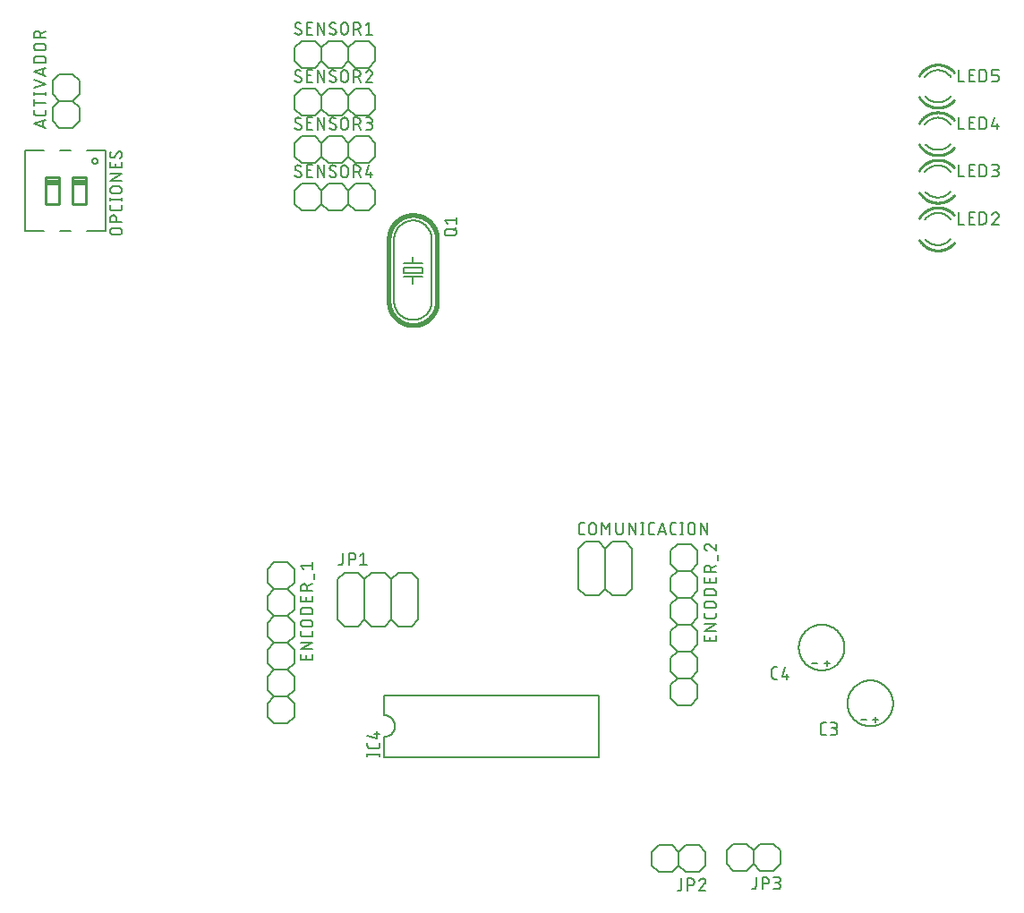
<source format=gbr>
G04 EAGLE Gerber RS-274X export*
G75*
%MOMM*%
%FSLAX34Y34*%
%LPD*%
%INSilkscreen Top*%
%IPPOS*%
%AMOC8*
5,1,8,0,0,1.08239X$1,22.5*%
G01*
%ADD10C,0.152400*%
%ADD11C,0.127000*%
%ADD12C,0.254000*%
%ADD13C,0.406400*%


D10*
X271176Y276980D02*
X271176Y264280D01*
X264826Y257930D01*
X252126Y257930D01*
X245776Y264280D01*
X264826Y257930D02*
X271176Y251580D01*
X271176Y238880D01*
X264826Y232530D01*
X252126Y232530D01*
X245776Y238880D01*
X245776Y251580D01*
X252126Y257930D01*
X271176Y302380D02*
X264826Y308730D01*
X271176Y302380D02*
X271176Y289680D01*
X264826Y283330D01*
X252126Y283330D01*
X245776Y289680D01*
X245776Y302380D01*
X252126Y308730D01*
X264826Y283330D02*
X271176Y276980D01*
X252126Y283330D02*
X245776Y276980D01*
X245776Y264280D01*
X271176Y340480D02*
X271176Y353180D01*
X271176Y340480D02*
X264826Y334130D01*
X252126Y334130D01*
X245776Y340480D01*
X264826Y334130D02*
X271176Y327780D01*
X271176Y315080D01*
X264826Y308730D01*
X252126Y308730D01*
X245776Y315080D01*
X245776Y327780D01*
X252126Y334130D01*
X252126Y359530D02*
X264826Y359530D01*
X271176Y353180D01*
X252126Y359530D02*
X245776Y353180D01*
X245776Y340480D01*
X271176Y226180D02*
X271176Y213480D01*
X264826Y207130D01*
X252126Y207130D01*
X245776Y213480D01*
X264826Y232530D02*
X271176Y226180D01*
X252126Y232530D02*
X245776Y226180D01*
X245776Y213480D01*
D11*
X288829Y267608D02*
X288829Y272688D01*
X288829Y267608D02*
X277399Y267608D01*
X277399Y272688D01*
X282479Y271418D02*
X282479Y267608D01*
X277399Y277488D02*
X288829Y277488D01*
X288829Y283838D02*
X277399Y277488D01*
X277399Y283838D02*
X288829Y283838D01*
X288829Y291802D02*
X288829Y294342D01*
X288829Y291802D02*
X288827Y291702D01*
X288821Y291603D01*
X288811Y291503D01*
X288798Y291405D01*
X288780Y291306D01*
X288759Y291209D01*
X288734Y291113D01*
X288705Y291017D01*
X288672Y290923D01*
X288636Y290830D01*
X288596Y290739D01*
X288552Y290649D01*
X288505Y290561D01*
X288455Y290475D01*
X288401Y290391D01*
X288344Y290309D01*
X288284Y290230D01*
X288220Y290152D01*
X288154Y290078D01*
X288085Y290006D01*
X288013Y289937D01*
X287939Y289871D01*
X287861Y289807D01*
X287782Y289747D01*
X287700Y289690D01*
X287616Y289636D01*
X287530Y289586D01*
X287442Y289539D01*
X287352Y289495D01*
X287261Y289455D01*
X287168Y289419D01*
X287074Y289386D01*
X286978Y289357D01*
X286882Y289332D01*
X286785Y289311D01*
X286686Y289293D01*
X286588Y289280D01*
X286488Y289270D01*
X286389Y289264D01*
X286289Y289262D01*
X279939Y289262D01*
X279839Y289264D01*
X279740Y289270D01*
X279640Y289280D01*
X279542Y289293D01*
X279443Y289311D01*
X279346Y289332D01*
X279250Y289357D01*
X279154Y289386D01*
X279060Y289419D01*
X278967Y289455D01*
X278876Y289495D01*
X278786Y289539D01*
X278698Y289586D01*
X278612Y289636D01*
X278528Y289690D01*
X278446Y289747D01*
X278367Y289807D01*
X278289Y289871D01*
X278215Y289937D01*
X278143Y290006D01*
X278074Y290078D01*
X278008Y290152D01*
X277944Y290230D01*
X277884Y290309D01*
X277827Y290391D01*
X277773Y290475D01*
X277723Y290561D01*
X277676Y290649D01*
X277632Y290739D01*
X277592Y290830D01*
X277556Y290923D01*
X277523Y291017D01*
X277494Y291113D01*
X277469Y291209D01*
X277448Y291306D01*
X277430Y291405D01*
X277417Y291503D01*
X277407Y291603D01*
X277401Y291702D01*
X277399Y291802D01*
X277399Y294342D01*
X280574Y298824D02*
X285654Y298824D01*
X280574Y298824D02*
X280463Y298826D01*
X280353Y298832D01*
X280242Y298841D01*
X280132Y298855D01*
X280023Y298872D01*
X279914Y298893D01*
X279806Y298918D01*
X279699Y298947D01*
X279593Y298979D01*
X279488Y299015D01*
X279385Y299055D01*
X279283Y299098D01*
X279182Y299145D01*
X279083Y299196D01*
X278987Y299249D01*
X278892Y299306D01*
X278799Y299367D01*
X278708Y299430D01*
X278619Y299497D01*
X278533Y299567D01*
X278450Y299640D01*
X278368Y299715D01*
X278290Y299793D01*
X278215Y299875D01*
X278142Y299958D01*
X278072Y300044D01*
X278005Y300133D01*
X277942Y300224D01*
X277881Y300317D01*
X277824Y300412D01*
X277771Y300508D01*
X277720Y300607D01*
X277673Y300708D01*
X277630Y300810D01*
X277590Y300913D01*
X277554Y301018D01*
X277522Y301124D01*
X277493Y301231D01*
X277468Y301339D01*
X277447Y301448D01*
X277430Y301557D01*
X277416Y301667D01*
X277407Y301778D01*
X277401Y301888D01*
X277399Y301999D01*
X277401Y302110D01*
X277407Y302220D01*
X277416Y302331D01*
X277430Y302441D01*
X277447Y302550D01*
X277468Y302659D01*
X277493Y302767D01*
X277522Y302874D01*
X277554Y302980D01*
X277590Y303085D01*
X277630Y303188D01*
X277673Y303290D01*
X277720Y303391D01*
X277771Y303490D01*
X277824Y303587D01*
X277881Y303681D01*
X277942Y303774D01*
X278005Y303865D01*
X278072Y303954D01*
X278142Y304040D01*
X278215Y304123D01*
X278290Y304205D01*
X278368Y304283D01*
X278450Y304358D01*
X278533Y304431D01*
X278619Y304501D01*
X278708Y304568D01*
X278799Y304631D01*
X278892Y304692D01*
X278987Y304749D01*
X279083Y304802D01*
X279182Y304853D01*
X279283Y304900D01*
X279385Y304943D01*
X279488Y304983D01*
X279593Y305019D01*
X279699Y305051D01*
X279806Y305080D01*
X279914Y305105D01*
X280023Y305126D01*
X280132Y305143D01*
X280242Y305157D01*
X280353Y305166D01*
X280463Y305172D01*
X280574Y305174D01*
X285654Y305174D01*
X285765Y305172D01*
X285875Y305166D01*
X285986Y305157D01*
X286096Y305143D01*
X286205Y305126D01*
X286314Y305105D01*
X286422Y305080D01*
X286529Y305051D01*
X286635Y305019D01*
X286740Y304983D01*
X286843Y304943D01*
X286945Y304900D01*
X287046Y304853D01*
X287145Y304802D01*
X287242Y304749D01*
X287336Y304692D01*
X287429Y304631D01*
X287520Y304568D01*
X287609Y304501D01*
X287695Y304431D01*
X287778Y304358D01*
X287860Y304283D01*
X287938Y304205D01*
X288013Y304123D01*
X288086Y304040D01*
X288156Y303954D01*
X288223Y303865D01*
X288286Y303774D01*
X288347Y303681D01*
X288404Y303586D01*
X288457Y303490D01*
X288508Y303391D01*
X288555Y303290D01*
X288598Y303188D01*
X288638Y303085D01*
X288674Y302980D01*
X288706Y302874D01*
X288735Y302767D01*
X288760Y302659D01*
X288781Y302550D01*
X288798Y302441D01*
X288812Y302331D01*
X288821Y302220D01*
X288827Y302110D01*
X288829Y301999D01*
X288827Y301888D01*
X288821Y301778D01*
X288812Y301667D01*
X288798Y301557D01*
X288781Y301448D01*
X288760Y301339D01*
X288735Y301231D01*
X288706Y301124D01*
X288674Y301018D01*
X288638Y300913D01*
X288598Y300810D01*
X288555Y300708D01*
X288508Y300607D01*
X288457Y300508D01*
X288404Y300411D01*
X288347Y300317D01*
X288286Y300224D01*
X288223Y300133D01*
X288156Y300044D01*
X288086Y299958D01*
X288013Y299875D01*
X287938Y299793D01*
X287860Y299715D01*
X287778Y299640D01*
X287695Y299567D01*
X287609Y299497D01*
X287520Y299430D01*
X287429Y299367D01*
X287336Y299306D01*
X287242Y299249D01*
X287145Y299196D01*
X287046Y299145D01*
X286945Y299098D01*
X286843Y299055D01*
X286740Y299015D01*
X286635Y298979D01*
X286529Y298947D01*
X286422Y298918D01*
X286314Y298893D01*
X286205Y298872D01*
X286096Y298855D01*
X285986Y298841D01*
X285875Y298832D01*
X285765Y298826D01*
X285654Y298824D01*
X288829Y310635D02*
X277399Y310635D01*
X277399Y313810D01*
X277401Y313921D01*
X277407Y314031D01*
X277416Y314142D01*
X277430Y314252D01*
X277447Y314361D01*
X277468Y314470D01*
X277493Y314578D01*
X277522Y314685D01*
X277554Y314791D01*
X277590Y314896D01*
X277630Y314999D01*
X277673Y315101D01*
X277720Y315202D01*
X277771Y315301D01*
X277824Y315398D01*
X277881Y315492D01*
X277942Y315585D01*
X278005Y315676D01*
X278072Y315765D01*
X278142Y315851D01*
X278215Y315934D01*
X278290Y316016D01*
X278368Y316094D01*
X278450Y316169D01*
X278533Y316242D01*
X278619Y316312D01*
X278708Y316379D01*
X278799Y316442D01*
X278892Y316503D01*
X278987Y316560D01*
X279083Y316613D01*
X279182Y316664D01*
X279283Y316711D01*
X279385Y316754D01*
X279488Y316794D01*
X279593Y316830D01*
X279699Y316862D01*
X279806Y316891D01*
X279914Y316916D01*
X280023Y316937D01*
X280132Y316954D01*
X280242Y316968D01*
X280353Y316977D01*
X280463Y316983D01*
X280574Y316985D01*
X285654Y316985D01*
X285765Y316983D01*
X285875Y316977D01*
X285986Y316968D01*
X286096Y316954D01*
X286205Y316937D01*
X286314Y316916D01*
X286422Y316891D01*
X286529Y316862D01*
X286635Y316830D01*
X286740Y316794D01*
X286843Y316754D01*
X286945Y316711D01*
X287046Y316664D01*
X287145Y316613D01*
X287242Y316560D01*
X287336Y316503D01*
X287429Y316442D01*
X287520Y316379D01*
X287609Y316312D01*
X287695Y316242D01*
X287778Y316169D01*
X287860Y316094D01*
X287938Y316016D01*
X288013Y315934D01*
X288086Y315851D01*
X288156Y315765D01*
X288223Y315676D01*
X288286Y315585D01*
X288347Y315492D01*
X288404Y315398D01*
X288457Y315301D01*
X288508Y315202D01*
X288555Y315101D01*
X288598Y314999D01*
X288638Y314896D01*
X288674Y314791D01*
X288706Y314685D01*
X288735Y314578D01*
X288760Y314470D01*
X288781Y314361D01*
X288798Y314252D01*
X288812Y314142D01*
X288821Y314031D01*
X288827Y313921D01*
X288829Y313810D01*
X288829Y310635D01*
X288829Y322852D02*
X288829Y327932D01*
X288829Y322852D02*
X277399Y322852D01*
X277399Y327932D01*
X282479Y326662D02*
X282479Y322852D01*
X277399Y332816D02*
X288829Y332816D01*
X277399Y332816D02*
X277399Y335991D01*
X277401Y336102D01*
X277407Y336212D01*
X277416Y336323D01*
X277430Y336433D01*
X277447Y336542D01*
X277468Y336651D01*
X277493Y336759D01*
X277522Y336866D01*
X277554Y336972D01*
X277590Y337077D01*
X277630Y337180D01*
X277673Y337282D01*
X277720Y337383D01*
X277771Y337482D01*
X277824Y337579D01*
X277881Y337673D01*
X277942Y337766D01*
X278005Y337857D01*
X278072Y337946D01*
X278142Y338032D01*
X278215Y338115D01*
X278290Y338197D01*
X278368Y338275D01*
X278450Y338350D01*
X278533Y338423D01*
X278619Y338493D01*
X278708Y338560D01*
X278799Y338623D01*
X278892Y338684D01*
X278987Y338741D01*
X279083Y338794D01*
X279182Y338845D01*
X279283Y338892D01*
X279385Y338935D01*
X279488Y338975D01*
X279593Y339011D01*
X279699Y339043D01*
X279806Y339072D01*
X279914Y339097D01*
X280023Y339118D01*
X280132Y339135D01*
X280242Y339149D01*
X280353Y339158D01*
X280463Y339164D01*
X280574Y339166D01*
X280685Y339164D01*
X280795Y339158D01*
X280906Y339149D01*
X281016Y339135D01*
X281125Y339118D01*
X281234Y339097D01*
X281342Y339072D01*
X281449Y339043D01*
X281555Y339011D01*
X281660Y338975D01*
X281763Y338935D01*
X281865Y338892D01*
X281966Y338845D01*
X282065Y338794D01*
X282162Y338741D01*
X282256Y338684D01*
X282349Y338623D01*
X282440Y338560D01*
X282529Y338493D01*
X282615Y338423D01*
X282698Y338350D01*
X282780Y338275D01*
X282858Y338197D01*
X282933Y338115D01*
X283006Y338032D01*
X283076Y337946D01*
X283143Y337857D01*
X283206Y337766D01*
X283267Y337673D01*
X283324Y337579D01*
X283377Y337482D01*
X283428Y337383D01*
X283475Y337282D01*
X283518Y337180D01*
X283558Y337077D01*
X283594Y336972D01*
X283626Y336866D01*
X283655Y336759D01*
X283680Y336651D01*
X283701Y336542D01*
X283718Y336433D01*
X283732Y336323D01*
X283741Y336212D01*
X283747Y336102D01*
X283749Y335991D01*
X283749Y332816D01*
X283749Y336626D02*
X288829Y339166D01*
X290099Y343655D02*
X290099Y348735D01*
X279939Y353307D02*
X277399Y356482D01*
X288829Y356482D01*
X288829Y353307D02*
X288829Y359657D01*
D10*
X652700Y294506D02*
X652700Y281806D01*
X646350Y275456D01*
X633650Y275456D01*
X627300Y281806D01*
X646350Y275456D02*
X652700Y269106D01*
X652700Y256406D01*
X646350Y250056D01*
X633650Y250056D01*
X627300Y256406D01*
X627300Y269106D01*
X633650Y275456D01*
X652700Y319906D02*
X646350Y326256D01*
X652700Y319906D02*
X652700Y307206D01*
X646350Y300856D01*
X633650Y300856D01*
X627300Y307206D01*
X627300Y319906D01*
X633650Y326256D01*
X646350Y300856D02*
X652700Y294506D01*
X633650Y300856D02*
X627300Y294506D01*
X627300Y281806D01*
X652700Y358006D02*
X652700Y370706D01*
X652700Y358006D02*
X646350Y351656D01*
X633650Y351656D01*
X627300Y358006D01*
X646350Y351656D02*
X652700Y345306D01*
X652700Y332606D01*
X646350Y326256D01*
X633650Y326256D01*
X627300Y332606D01*
X627300Y345306D01*
X633650Y351656D01*
X633650Y377056D02*
X646350Y377056D01*
X652700Y370706D01*
X633650Y377056D02*
X627300Y370706D01*
X627300Y358006D01*
X652700Y243706D02*
X652700Y231006D01*
X646350Y224656D01*
X633650Y224656D01*
X627300Y231006D01*
X646350Y250056D02*
X652700Y243706D01*
X633650Y250056D02*
X627300Y243706D01*
X627300Y231006D01*
D11*
X670353Y285134D02*
X670353Y290214D01*
X670353Y285134D02*
X658923Y285134D01*
X658923Y290214D01*
X664003Y288944D02*
X664003Y285134D01*
X658923Y295014D02*
X670353Y295014D01*
X670353Y301364D02*
X658923Y295014D01*
X658923Y301364D02*
X670353Y301364D01*
X670353Y309328D02*
X670353Y311868D01*
X670353Y309328D02*
X670351Y309228D01*
X670345Y309129D01*
X670335Y309029D01*
X670322Y308931D01*
X670304Y308832D01*
X670283Y308735D01*
X670258Y308639D01*
X670229Y308543D01*
X670196Y308449D01*
X670160Y308356D01*
X670120Y308265D01*
X670076Y308175D01*
X670029Y308087D01*
X669979Y308001D01*
X669925Y307917D01*
X669868Y307835D01*
X669808Y307756D01*
X669744Y307678D01*
X669678Y307604D01*
X669609Y307532D01*
X669537Y307463D01*
X669463Y307397D01*
X669385Y307333D01*
X669306Y307273D01*
X669224Y307216D01*
X669140Y307162D01*
X669054Y307112D01*
X668966Y307065D01*
X668876Y307021D01*
X668785Y306981D01*
X668692Y306945D01*
X668598Y306912D01*
X668502Y306883D01*
X668406Y306858D01*
X668309Y306837D01*
X668210Y306819D01*
X668112Y306806D01*
X668012Y306796D01*
X667913Y306790D01*
X667813Y306788D01*
X661463Y306788D01*
X661363Y306790D01*
X661264Y306796D01*
X661164Y306806D01*
X661066Y306819D01*
X660967Y306837D01*
X660870Y306858D01*
X660774Y306883D01*
X660678Y306912D01*
X660584Y306945D01*
X660491Y306981D01*
X660400Y307021D01*
X660310Y307065D01*
X660222Y307112D01*
X660136Y307162D01*
X660052Y307216D01*
X659970Y307273D01*
X659891Y307333D01*
X659813Y307397D01*
X659739Y307463D01*
X659667Y307532D01*
X659598Y307604D01*
X659532Y307678D01*
X659468Y307756D01*
X659408Y307835D01*
X659351Y307917D01*
X659297Y308001D01*
X659247Y308087D01*
X659200Y308175D01*
X659156Y308265D01*
X659116Y308356D01*
X659080Y308449D01*
X659047Y308543D01*
X659018Y308639D01*
X658993Y308735D01*
X658972Y308832D01*
X658954Y308931D01*
X658941Y309029D01*
X658931Y309129D01*
X658925Y309228D01*
X658923Y309328D01*
X658923Y311868D01*
X662098Y316350D02*
X667178Y316350D01*
X662098Y316350D02*
X661987Y316352D01*
X661877Y316358D01*
X661766Y316367D01*
X661656Y316381D01*
X661547Y316398D01*
X661438Y316419D01*
X661330Y316444D01*
X661223Y316473D01*
X661117Y316505D01*
X661012Y316541D01*
X660909Y316581D01*
X660807Y316624D01*
X660706Y316671D01*
X660607Y316722D01*
X660511Y316775D01*
X660416Y316832D01*
X660323Y316893D01*
X660232Y316956D01*
X660143Y317023D01*
X660057Y317093D01*
X659974Y317166D01*
X659892Y317241D01*
X659814Y317319D01*
X659739Y317401D01*
X659666Y317484D01*
X659596Y317570D01*
X659529Y317659D01*
X659466Y317750D01*
X659405Y317843D01*
X659348Y317938D01*
X659295Y318034D01*
X659244Y318133D01*
X659197Y318234D01*
X659154Y318336D01*
X659114Y318439D01*
X659078Y318544D01*
X659046Y318650D01*
X659017Y318757D01*
X658992Y318865D01*
X658971Y318974D01*
X658954Y319083D01*
X658940Y319193D01*
X658931Y319304D01*
X658925Y319414D01*
X658923Y319525D01*
X658925Y319636D01*
X658931Y319746D01*
X658940Y319857D01*
X658954Y319967D01*
X658971Y320076D01*
X658992Y320185D01*
X659017Y320293D01*
X659046Y320400D01*
X659078Y320506D01*
X659114Y320611D01*
X659154Y320714D01*
X659197Y320816D01*
X659244Y320917D01*
X659295Y321016D01*
X659348Y321113D01*
X659405Y321207D01*
X659466Y321300D01*
X659529Y321391D01*
X659596Y321480D01*
X659666Y321566D01*
X659739Y321649D01*
X659814Y321731D01*
X659892Y321809D01*
X659974Y321884D01*
X660057Y321957D01*
X660143Y322027D01*
X660232Y322094D01*
X660323Y322157D01*
X660416Y322218D01*
X660511Y322275D01*
X660607Y322328D01*
X660706Y322379D01*
X660807Y322426D01*
X660909Y322469D01*
X661012Y322509D01*
X661117Y322545D01*
X661223Y322577D01*
X661330Y322606D01*
X661438Y322631D01*
X661547Y322652D01*
X661656Y322669D01*
X661766Y322683D01*
X661877Y322692D01*
X661987Y322698D01*
X662098Y322700D01*
X667178Y322700D01*
X667289Y322698D01*
X667399Y322692D01*
X667510Y322683D01*
X667620Y322669D01*
X667729Y322652D01*
X667838Y322631D01*
X667946Y322606D01*
X668053Y322577D01*
X668159Y322545D01*
X668264Y322509D01*
X668367Y322469D01*
X668469Y322426D01*
X668570Y322379D01*
X668669Y322328D01*
X668766Y322275D01*
X668860Y322218D01*
X668953Y322157D01*
X669044Y322094D01*
X669133Y322027D01*
X669219Y321957D01*
X669302Y321884D01*
X669384Y321809D01*
X669462Y321731D01*
X669537Y321649D01*
X669610Y321566D01*
X669680Y321480D01*
X669747Y321391D01*
X669810Y321300D01*
X669871Y321207D01*
X669928Y321112D01*
X669981Y321016D01*
X670032Y320917D01*
X670079Y320816D01*
X670122Y320714D01*
X670162Y320611D01*
X670198Y320506D01*
X670230Y320400D01*
X670259Y320293D01*
X670284Y320185D01*
X670305Y320076D01*
X670322Y319967D01*
X670336Y319857D01*
X670345Y319746D01*
X670351Y319636D01*
X670353Y319525D01*
X670351Y319414D01*
X670345Y319304D01*
X670336Y319193D01*
X670322Y319083D01*
X670305Y318974D01*
X670284Y318865D01*
X670259Y318757D01*
X670230Y318650D01*
X670198Y318544D01*
X670162Y318439D01*
X670122Y318336D01*
X670079Y318234D01*
X670032Y318133D01*
X669981Y318034D01*
X669928Y317937D01*
X669871Y317843D01*
X669810Y317750D01*
X669747Y317659D01*
X669680Y317570D01*
X669610Y317484D01*
X669537Y317401D01*
X669462Y317319D01*
X669384Y317241D01*
X669302Y317166D01*
X669219Y317093D01*
X669133Y317023D01*
X669044Y316956D01*
X668953Y316893D01*
X668860Y316832D01*
X668766Y316775D01*
X668669Y316722D01*
X668570Y316671D01*
X668469Y316624D01*
X668367Y316581D01*
X668264Y316541D01*
X668159Y316505D01*
X668053Y316473D01*
X667946Y316444D01*
X667838Y316419D01*
X667729Y316398D01*
X667620Y316381D01*
X667510Y316367D01*
X667399Y316358D01*
X667289Y316352D01*
X667178Y316350D01*
X670353Y328161D02*
X658923Y328161D01*
X658923Y331336D01*
X658925Y331447D01*
X658931Y331557D01*
X658940Y331668D01*
X658954Y331778D01*
X658971Y331887D01*
X658992Y331996D01*
X659017Y332104D01*
X659046Y332211D01*
X659078Y332317D01*
X659114Y332422D01*
X659154Y332525D01*
X659197Y332627D01*
X659244Y332728D01*
X659295Y332827D01*
X659348Y332924D01*
X659405Y333018D01*
X659466Y333111D01*
X659529Y333202D01*
X659596Y333291D01*
X659666Y333377D01*
X659739Y333460D01*
X659814Y333542D01*
X659892Y333620D01*
X659974Y333695D01*
X660057Y333768D01*
X660143Y333838D01*
X660232Y333905D01*
X660323Y333968D01*
X660416Y334029D01*
X660511Y334086D01*
X660607Y334139D01*
X660706Y334190D01*
X660807Y334237D01*
X660909Y334280D01*
X661012Y334320D01*
X661117Y334356D01*
X661223Y334388D01*
X661330Y334417D01*
X661438Y334442D01*
X661547Y334463D01*
X661656Y334480D01*
X661766Y334494D01*
X661877Y334503D01*
X661987Y334509D01*
X662098Y334511D01*
X667178Y334511D01*
X667289Y334509D01*
X667399Y334503D01*
X667510Y334494D01*
X667620Y334480D01*
X667729Y334463D01*
X667838Y334442D01*
X667946Y334417D01*
X668053Y334388D01*
X668159Y334356D01*
X668264Y334320D01*
X668367Y334280D01*
X668469Y334237D01*
X668570Y334190D01*
X668669Y334139D01*
X668766Y334086D01*
X668860Y334029D01*
X668953Y333968D01*
X669044Y333905D01*
X669133Y333838D01*
X669219Y333768D01*
X669302Y333695D01*
X669384Y333620D01*
X669462Y333542D01*
X669537Y333460D01*
X669610Y333377D01*
X669680Y333291D01*
X669747Y333202D01*
X669810Y333111D01*
X669871Y333018D01*
X669928Y332924D01*
X669981Y332827D01*
X670032Y332728D01*
X670079Y332627D01*
X670122Y332525D01*
X670162Y332422D01*
X670198Y332317D01*
X670230Y332211D01*
X670259Y332104D01*
X670284Y331996D01*
X670305Y331887D01*
X670322Y331778D01*
X670336Y331668D01*
X670345Y331557D01*
X670351Y331447D01*
X670353Y331336D01*
X670353Y328161D01*
X670353Y340378D02*
X670353Y345458D01*
X670353Y340378D02*
X658923Y340378D01*
X658923Y345458D01*
X664003Y344188D02*
X664003Y340378D01*
X658923Y350342D02*
X670353Y350342D01*
X658923Y350342D02*
X658923Y353517D01*
X658925Y353628D01*
X658931Y353738D01*
X658940Y353849D01*
X658954Y353959D01*
X658971Y354068D01*
X658992Y354177D01*
X659017Y354285D01*
X659046Y354392D01*
X659078Y354498D01*
X659114Y354603D01*
X659154Y354706D01*
X659197Y354808D01*
X659244Y354909D01*
X659295Y355008D01*
X659348Y355105D01*
X659405Y355199D01*
X659466Y355292D01*
X659529Y355383D01*
X659596Y355472D01*
X659666Y355558D01*
X659739Y355641D01*
X659814Y355723D01*
X659892Y355801D01*
X659974Y355876D01*
X660057Y355949D01*
X660143Y356019D01*
X660232Y356086D01*
X660323Y356149D01*
X660416Y356210D01*
X660511Y356267D01*
X660607Y356320D01*
X660706Y356371D01*
X660807Y356418D01*
X660909Y356461D01*
X661012Y356501D01*
X661117Y356537D01*
X661223Y356569D01*
X661330Y356598D01*
X661438Y356623D01*
X661547Y356644D01*
X661656Y356661D01*
X661766Y356675D01*
X661877Y356684D01*
X661987Y356690D01*
X662098Y356692D01*
X662209Y356690D01*
X662319Y356684D01*
X662430Y356675D01*
X662540Y356661D01*
X662649Y356644D01*
X662758Y356623D01*
X662866Y356598D01*
X662973Y356569D01*
X663079Y356537D01*
X663184Y356501D01*
X663287Y356461D01*
X663389Y356418D01*
X663490Y356371D01*
X663589Y356320D01*
X663686Y356267D01*
X663780Y356210D01*
X663873Y356149D01*
X663964Y356086D01*
X664053Y356019D01*
X664139Y355949D01*
X664222Y355876D01*
X664304Y355801D01*
X664382Y355723D01*
X664457Y355641D01*
X664530Y355558D01*
X664600Y355472D01*
X664667Y355383D01*
X664730Y355292D01*
X664791Y355199D01*
X664848Y355105D01*
X664901Y355008D01*
X664952Y354909D01*
X664999Y354808D01*
X665042Y354706D01*
X665082Y354603D01*
X665118Y354498D01*
X665150Y354392D01*
X665179Y354285D01*
X665204Y354177D01*
X665225Y354068D01*
X665242Y353959D01*
X665256Y353849D01*
X665265Y353738D01*
X665271Y353628D01*
X665273Y353517D01*
X665273Y350342D01*
X665273Y354152D02*
X670353Y356692D01*
X671623Y361181D02*
X671623Y366261D01*
X661781Y377184D02*
X661677Y377182D01*
X661572Y377176D01*
X661468Y377167D01*
X661365Y377154D01*
X661262Y377136D01*
X661160Y377116D01*
X661058Y377091D01*
X660958Y377063D01*
X660858Y377031D01*
X660760Y376995D01*
X660663Y376956D01*
X660568Y376914D01*
X660474Y376868D01*
X660382Y376818D01*
X660292Y376766D01*
X660204Y376710D01*
X660118Y376650D01*
X660034Y376588D01*
X659953Y376523D01*
X659874Y376455D01*
X659797Y376383D01*
X659724Y376310D01*
X659652Y376233D01*
X659584Y376154D01*
X659519Y376073D01*
X659457Y375989D01*
X659397Y375903D01*
X659341Y375815D01*
X659289Y375725D01*
X659239Y375633D01*
X659193Y375539D01*
X659151Y375444D01*
X659112Y375347D01*
X659076Y375249D01*
X659044Y375149D01*
X659016Y375049D01*
X658991Y374947D01*
X658971Y374845D01*
X658953Y374742D01*
X658940Y374639D01*
X658931Y374535D01*
X658925Y374430D01*
X658923Y374326D01*
X658925Y374208D01*
X658931Y374089D01*
X658940Y373971D01*
X658953Y373854D01*
X658971Y373737D01*
X658991Y373620D01*
X659016Y373504D01*
X659044Y373389D01*
X659077Y373276D01*
X659112Y373163D01*
X659152Y373051D01*
X659194Y372941D01*
X659241Y372832D01*
X659291Y372724D01*
X659344Y372619D01*
X659401Y372515D01*
X659461Y372413D01*
X659524Y372313D01*
X659591Y372215D01*
X659660Y372119D01*
X659733Y372026D01*
X659809Y371935D01*
X659887Y371846D01*
X659969Y371760D01*
X660053Y371677D01*
X660139Y371596D01*
X660229Y371519D01*
X660320Y371444D01*
X660414Y371372D01*
X660511Y371303D01*
X660609Y371238D01*
X660710Y371175D01*
X660813Y371116D01*
X660917Y371060D01*
X661023Y371008D01*
X661131Y370959D01*
X661240Y370914D01*
X661351Y370872D01*
X661463Y370834D01*
X664003Y376231D02*
X663928Y376307D01*
X663849Y376382D01*
X663768Y376453D01*
X663684Y376522D01*
X663598Y376587D01*
X663510Y376649D01*
X663420Y376709D01*
X663328Y376765D01*
X663233Y376818D01*
X663137Y376867D01*
X663039Y376913D01*
X662940Y376956D01*
X662839Y376995D01*
X662737Y377030D01*
X662634Y377062D01*
X662530Y377090D01*
X662425Y377115D01*
X662318Y377136D01*
X662212Y377153D01*
X662105Y377166D01*
X661997Y377175D01*
X661889Y377181D01*
X661781Y377183D01*
X664003Y376231D02*
X670353Y370833D01*
X670353Y377183D01*
D10*
X880000Y690240D02*
X880372Y690235D01*
X880743Y690222D01*
X881114Y690199D01*
X881484Y690168D01*
X881853Y690127D01*
X882221Y690077D01*
X882588Y690019D01*
X882953Y689951D01*
X883317Y689875D01*
X883678Y689790D01*
X884037Y689695D01*
X884394Y689593D01*
X884749Y689481D01*
X885100Y689361D01*
X885449Y689233D01*
X885794Y689096D01*
X886136Y688950D01*
X886474Y688797D01*
X886808Y688635D01*
X887138Y688465D01*
X887464Y688287D01*
X887786Y688101D01*
X888103Y687907D01*
X888415Y687706D01*
X888722Y687497D01*
X889024Y687281D01*
X889321Y687057D01*
X889612Y686827D01*
X889897Y686589D01*
X890177Y686344D01*
X890450Y686093D01*
X890717Y685835D01*
X890978Y685571D01*
X891233Y685300D01*
X891480Y685023D01*
X891721Y684740D01*
X891955Y684452D01*
X892182Y684158D01*
X892401Y683858D01*
X880000Y690240D02*
X879628Y690235D01*
X879257Y690222D01*
X878885Y690199D01*
X878515Y690167D01*
X878145Y690127D01*
X877777Y690077D01*
X877409Y690018D01*
X877044Y689951D01*
X876680Y689874D01*
X876318Y689788D01*
X875958Y689694D01*
X875601Y689591D01*
X875246Y689480D01*
X874894Y689359D01*
X874545Y689230D01*
X874200Y689093D01*
X873858Y688947D01*
X873519Y688793D01*
X873184Y688631D01*
X872854Y688461D01*
X872528Y688282D01*
X872206Y688096D01*
X871888Y687902D01*
X871576Y687700D01*
X871269Y687491D01*
X870967Y687274D01*
X870670Y687050D01*
X870378Y686819D01*
X870093Y686581D01*
X869813Y686335D01*
X869540Y686083D01*
X869272Y685825D01*
X869012Y685560D01*
X868757Y685289D01*
X868509Y685011D01*
X868269Y684728D01*
X868035Y684439D01*
X867808Y684144D01*
X880000Y659760D02*
X880365Y659764D01*
X880730Y659777D01*
X881094Y659799D01*
X881457Y659830D01*
X881820Y659869D01*
X882182Y659917D01*
X882542Y659974D01*
X882901Y660039D01*
X883259Y660112D01*
X883614Y660195D01*
X883967Y660285D01*
X884319Y660385D01*
X884667Y660492D01*
X885013Y660608D01*
X885356Y660732D01*
X885696Y660865D01*
X886033Y661005D01*
X886366Y661153D01*
X886696Y661310D01*
X887022Y661474D01*
X887344Y661646D01*
X887661Y661826D01*
X887974Y662013D01*
X888283Y662207D01*
X888587Y662409D01*
X888886Y662619D01*
X889180Y662835D01*
X889468Y663058D01*
X889751Y663288D01*
X890029Y663525D01*
X890301Y663768D01*
X890567Y664018D01*
X890827Y664274D01*
X891080Y664537D01*
X891328Y664805D01*
X891568Y665079D01*
X891803Y665359D01*
X892030Y665644D01*
X880000Y659760D02*
X879635Y659764D01*
X879270Y659777D01*
X878906Y659799D01*
X878543Y659830D01*
X878180Y659869D01*
X877818Y659917D01*
X877458Y659974D01*
X877099Y660039D01*
X876741Y660112D01*
X876386Y660195D01*
X876033Y660285D01*
X875681Y660385D01*
X875333Y660492D01*
X874987Y660608D01*
X874644Y660732D01*
X874304Y660865D01*
X873967Y661005D01*
X873634Y661153D01*
X873304Y661310D01*
X872978Y661474D01*
X872656Y661646D01*
X872339Y661826D01*
X872026Y662013D01*
X871717Y662207D01*
X871413Y662409D01*
X871114Y662619D01*
X870820Y662835D01*
X870532Y663058D01*
X870249Y663288D01*
X869971Y663525D01*
X869699Y663768D01*
X869433Y664018D01*
X869173Y664274D01*
X868920Y664537D01*
X868672Y664805D01*
X868432Y665079D01*
X868197Y665359D01*
X867970Y665644D01*
D12*
X880000Y695320D02*
X880494Y695314D01*
X880988Y695296D01*
X881482Y695266D01*
X881975Y695224D01*
X882466Y695170D01*
X882956Y695104D01*
X883444Y695026D01*
X883931Y694936D01*
X884415Y694835D01*
X884896Y694721D01*
X885374Y694596D01*
X885850Y694460D01*
X886321Y694312D01*
X886789Y694152D01*
X887253Y693981D01*
X887713Y693799D01*
X888168Y693606D01*
X888619Y693402D01*
X889064Y693187D01*
X889504Y692961D01*
X889938Y692724D01*
X890366Y692477D01*
X890788Y692220D01*
X891204Y691952D01*
X891613Y691674D01*
X892015Y691387D01*
X892411Y691090D01*
X892798Y690783D01*
X893179Y690467D01*
X893551Y690142D01*
X893916Y689807D01*
X894272Y689464D01*
X894619Y689113D01*
X894959Y688753D01*
X895289Y688385D01*
X895610Y688009D01*
X880000Y695320D02*
X879512Y695314D01*
X879025Y695297D01*
X878538Y695267D01*
X878051Y695226D01*
X877566Y695174D01*
X877082Y695109D01*
X876600Y695033D01*
X876120Y694946D01*
X875642Y694847D01*
X875167Y694737D01*
X874694Y694615D01*
X874225Y694482D01*
X873758Y694337D01*
X873296Y694182D01*
X872837Y694015D01*
X872382Y693838D01*
X871932Y693649D01*
X871487Y693450D01*
X871046Y693240D01*
X870610Y693020D01*
X870180Y692789D01*
X869756Y692548D01*
X869338Y692297D01*
X868925Y692036D01*
X868519Y691765D01*
X868120Y691485D01*
X867727Y691195D01*
X867342Y690895D01*
X866964Y690586D01*
X866593Y690269D01*
X866231Y689942D01*
X865876Y689607D01*
X865529Y689264D01*
X865191Y688912D01*
X864861Y688553D01*
X864540Y688185D01*
X864227Y687810D01*
X863924Y687427D01*
X863630Y687038D01*
X863346Y686641D01*
X863071Y686238D01*
X862806Y685828D01*
X862551Y685412D01*
X862306Y684990D01*
X862071Y684562D01*
X880000Y654680D02*
X880490Y654686D01*
X880980Y654704D01*
X881469Y654733D01*
X881958Y654775D01*
X882445Y654828D01*
X882931Y654892D01*
X883415Y654969D01*
X883897Y655057D01*
X884377Y655157D01*
X884855Y655268D01*
X885329Y655391D01*
X885801Y655526D01*
X886269Y655671D01*
X886733Y655828D01*
X887194Y655996D01*
X887650Y656175D01*
X888102Y656365D01*
X888549Y656566D01*
X888991Y656778D01*
X889428Y657000D01*
X889860Y657232D01*
X890286Y657475D01*
X890705Y657729D01*
X891119Y657992D01*
X891526Y658265D01*
X891926Y658548D01*
X892320Y658841D01*
X892706Y659142D01*
X893085Y659454D01*
X893456Y659774D01*
X893819Y660103D01*
X894175Y660440D01*
X894522Y660787D01*
X894860Y661141D01*
X895190Y661504D01*
X895512Y661874D01*
X880000Y654680D02*
X879503Y654686D01*
X879006Y654704D01*
X878510Y654735D01*
X878015Y654777D01*
X877521Y654832D01*
X877028Y654898D01*
X876538Y654977D01*
X876049Y655068D01*
X875563Y655170D01*
X875079Y655285D01*
X874599Y655411D01*
X874121Y655549D01*
X873647Y655698D01*
X873177Y655859D01*
X872711Y656032D01*
X872249Y656216D01*
X871792Y656411D01*
X871340Y656617D01*
X870893Y656834D01*
X870452Y657063D01*
X870016Y657301D01*
X869586Y657551D01*
X869163Y657811D01*
X868745Y658081D01*
X868335Y658361D01*
X867932Y658651D01*
X867535Y658951D01*
X867147Y659261D01*
X866766Y659580D01*
X866393Y659908D01*
X866028Y660245D01*
X865671Y660591D01*
X865323Y660946D01*
X864984Y661309D01*
X864653Y661680D01*
X864332Y662060D01*
X864020Y662447D01*
X863718Y662841D01*
X863426Y663243D01*
X863143Y663652D01*
X862871Y664067D01*
X862608Y664490D01*
X862357Y664918D01*
D11*
X899685Y679445D02*
X899685Y690875D01*
X899685Y679445D02*
X904765Y679445D01*
X909591Y679445D02*
X914671Y679445D01*
X909591Y679445D02*
X909591Y690875D01*
X914671Y690875D01*
X913401Y685795D02*
X909591Y685795D01*
X919472Y690875D02*
X919472Y679445D01*
X919472Y690875D02*
X922647Y690875D01*
X922758Y690873D01*
X922868Y690867D01*
X922979Y690858D01*
X923089Y690844D01*
X923198Y690827D01*
X923307Y690806D01*
X923415Y690781D01*
X923522Y690752D01*
X923628Y690720D01*
X923733Y690684D01*
X923836Y690644D01*
X923938Y690601D01*
X924039Y690554D01*
X924138Y690503D01*
X924235Y690450D01*
X924329Y690393D01*
X924422Y690332D01*
X924513Y690269D01*
X924602Y690202D01*
X924688Y690132D01*
X924771Y690059D01*
X924853Y689984D01*
X924931Y689906D01*
X925006Y689824D01*
X925079Y689741D01*
X925149Y689655D01*
X925216Y689566D01*
X925279Y689475D01*
X925340Y689382D01*
X925397Y689288D01*
X925450Y689191D01*
X925501Y689092D01*
X925548Y688991D01*
X925591Y688889D01*
X925631Y688786D01*
X925667Y688681D01*
X925699Y688575D01*
X925728Y688468D01*
X925753Y688360D01*
X925774Y688251D01*
X925791Y688142D01*
X925805Y688032D01*
X925814Y687921D01*
X925820Y687811D01*
X925822Y687700D01*
X925822Y682620D01*
X925820Y682509D01*
X925814Y682399D01*
X925805Y682288D01*
X925791Y682178D01*
X925774Y682069D01*
X925753Y681960D01*
X925728Y681852D01*
X925699Y681745D01*
X925667Y681639D01*
X925631Y681534D01*
X925591Y681431D01*
X925548Y681329D01*
X925501Y681228D01*
X925450Y681129D01*
X925397Y681033D01*
X925340Y680938D01*
X925279Y680845D01*
X925216Y680754D01*
X925149Y680665D01*
X925079Y680579D01*
X925006Y680496D01*
X924931Y680414D01*
X924853Y680336D01*
X924771Y680261D01*
X924688Y680188D01*
X924602Y680118D01*
X924513Y680051D01*
X924422Y679988D01*
X924329Y679927D01*
X924235Y679870D01*
X924138Y679817D01*
X924039Y679766D01*
X923938Y679719D01*
X923836Y679676D01*
X923733Y679636D01*
X923628Y679600D01*
X923522Y679568D01*
X923415Y679539D01*
X923307Y679514D01*
X923198Y679493D01*
X923089Y679476D01*
X922979Y679462D01*
X922868Y679453D01*
X922758Y679447D01*
X922647Y679445D01*
X919472Y679445D01*
X934775Y690876D02*
X934879Y690874D01*
X934984Y690868D01*
X935088Y690859D01*
X935191Y690846D01*
X935294Y690828D01*
X935396Y690808D01*
X935498Y690783D01*
X935598Y690755D01*
X935698Y690723D01*
X935796Y690687D01*
X935893Y690648D01*
X935988Y690606D01*
X936082Y690560D01*
X936174Y690510D01*
X936264Y690458D01*
X936352Y690402D01*
X936438Y690342D01*
X936522Y690280D01*
X936603Y690215D01*
X936682Y690147D01*
X936759Y690075D01*
X936832Y690002D01*
X936904Y689925D01*
X936972Y689846D01*
X937037Y689765D01*
X937099Y689681D01*
X937159Y689595D01*
X937215Y689507D01*
X937267Y689417D01*
X937317Y689325D01*
X937363Y689231D01*
X937405Y689136D01*
X937444Y689039D01*
X937480Y688941D01*
X937512Y688841D01*
X937540Y688741D01*
X937565Y688639D01*
X937585Y688537D01*
X937603Y688434D01*
X937616Y688331D01*
X937625Y688227D01*
X937631Y688122D01*
X937633Y688018D01*
X934775Y690875D02*
X934657Y690873D01*
X934538Y690867D01*
X934420Y690858D01*
X934303Y690845D01*
X934186Y690827D01*
X934069Y690807D01*
X933953Y690782D01*
X933838Y690754D01*
X933725Y690721D01*
X933612Y690686D01*
X933500Y690646D01*
X933390Y690604D01*
X933281Y690557D01*
X933173Y690507D01*
X933068Y690454D01*
X932964Y690397D01*
X932862Y690337D01*
X932762Y690274D01*
X932664Y690207D01*
X932568Y690138D01*
X932475Y690065D01*
X932384Y689989D01*
X932295Y689911D01*
X932209Y689829D01*
X932126Y689745D01*
X932045Y689659D01*
X931968Y689569D01*
X931893Y689478D01*
X931821Y689384D01*
X931752Y689287D01*
X931687Y689189D01*
X931624Y689088D01*
X931565Y688985D01*
X931509Y688881D01*
X931457Y688775D01*
X931408Y688667D01*
X931363Y688558D01*
X931321Y688447D01*
X931283Y688335D01*
X936680Y685796D02*
X936756Y685871D01*
X936831Y685950D01*
X936902Y686031D01*
X936971Y686115D01*
X937036Y686201D01*
X937098Y686289D01*
X937158Y686379D01*
X937214Y686471D01*
X937267Y686566D01*
X937316Y686662D01*
X937362Y686760D01*
X937405Y686859D01*
X937444Y686960D01*
X937479Y687062D01*
X937511Y687165D01*
X937539Y687269D01*
X937564Y687374D01*
X937585Y687481D01*
X937602Y687587D01*
X937615Y687694D01*
X937624Y687802D01*
X937630Y687910D01*
X937632Y688018D01*
X936680Y685795D02*
X931283Y679445D01*
X937633Y679445D01*
D10*
X892401Y728858D02*
X892182Y729158D01*
X891955Y729452D01*
X891721Y729740D01*
X891480Y730023D01*
X891233Y730300D01*
X890978Y730571D01*
X890717Y730835D01*
X890450Y731093D01*
X890177Y731344D01*
X889897Y731589D01*
X889612Y731827D01*
X889321Y732057D01*
X889024Y732281D01*
X888722Y732497D01*
X888415Y732706D01*
X888103Y732907D01*
X887786Y733101D01*
X887464Y733287D01*
X887138Y733465D01*
X886808Y733635D01*
X886474Y733797D01*
X886136Y733950D01*
X885794Y734096D01*
X885449Y734233D01*
X885100Y734361D01*
X884749Y734481D01*
X884394Y734593D01*
X884037Y734695D01*
X883678Y734790D01*
X883317Y734875D01*
X882953Y734951D01*
X882588Y735019D01*
X882221Y735077D01*
X881853Y735127D01*
X881484Y735168D01*
X881114Y735199D01*
X880743Y735222D01*
X880372Y735235D01*
X880000Y735240D01*
X879628Y735235D01*
X879257Y735222D01*
X878885Y735199D01*
X878515Y735167D01*
X878145Y735127D01*
X877777Y735077D01*
X877409Y735018D01*
X877044Y734951D01*
X876680Y734874D01*
X876318Y734788D01*
X875958Y734694D01*
X875601Y734591D01*
X875246Y734480D01*
X874894Y734359D01*
X874545Y734230D01*
X874200Y734093D01*
X873858Y733947D01*
X873519Y733793D01*
X873184Y733631D01*
X872854Y733461D01*
X872528Y733282D01*
X872206Y733096D01*
X871888Y732902D01*
X871576Y732700D01*
X871269Y732491D01*
X870967Y732274D01*
X870670Y732050D01*
X870378Y731819D01*
X870093Y731581D01*
X869813Y731335D01*
X869540Y731083D01*
X869272Y730825D01*
X869012Y730560D01*
X868757Y730289D01*
X868509Y730011D01*
X868269Y729728D01*
X868035Y729439D01*
X867808Y729144D01*
X880000Y704760D02*
X880365Y704764D01*
X880730Y704777D01*
X881094Y704799D01*
X881457Y704830D01*
X881820Y704869D01*
X882182Y704917D01*
X882542Y704974D01*
X882901Y705039D01*
X883259Y705112D01*
X883614Y705195D01*
X883967Y705285D01*
X884319Y705385D01*
X884667Y705492D01*
X885013Y705608D01*
X885356Y705732D01*
X885696Y705865D01*
X886033Y706005D01*
X886366Y706153D01*
X886696Y706310D01*
X887022Y706474D01*
X887344Y706646D01*
X887661Y706826D01*
X887974Y707013D01*
X888283Y707207D01*
X888587Y707409D01*
X888886Y707619D01*
X889180Y707835D01*
X889468Y708058D01*
X889751Y708288D01*
X890029Y708525D01*
X890301Y708768D01*
X890567Y709018D01*
X890827Y709274D01*
X891080Y709537D01*
X891328Y709805D01*
X891568Y710079D01*
X891803Y710359D01*
X892030Y710644D01*
X880000Y704760D02*
X879635Y704764D01*
X879270Y704777D01*
X878906Y704799D01*
X878543Y704830D01*
X878180Y704869D01*
X877818Y704917D01*
X877458Y704974D01*
X877099Y705039D01*
X876741Y705112D01*
X876386Y705195D01*
X876033Y705285D01*
X875681Y705385D01*
X875333Y705492D01*
X874987Y705608D01*
X874644Y705732D01*
X874304Y705865D01*
X873967Y706005D01*
X873634Y706153D01*
X873304Y706310D01*
X872978Y706474D01*
X872656Y706646D01*
X872339Y706826D01*
X872026Y707013D01*
X871717Y707207D01*
X871413Y707409D01*
X871114Y707619D01*
X870820Y707835D01*
X870532Y708058D01*
X870249Y708288D01*
X869971Y708525D01*
X869699Y708768D01*
X869433Y709018D01*
X869173Y709274D01*
X868920Y709537D01*
X868672Y709805D01*
X868432Y710079D01*
X868197Y710359D01*
X867970Y710644D01*
D12*
X880000Y740320D02*
X880494Y740314D01*
X880988Y740296D01*
X881482Y740266D01*
X881975Y740224D01*
X882466Y740170D01*
X882956Y740104D01*
X883444Y740026D01*
X883931Y739936D01*
X884415Y739835D01*
X884896Y739721D01*
X885374Y739596D01*
X885850Y739460D01*
X886321Y739312D01*
X886789Y739152D01*
X887253Y738981D01*
X887713Y738799D01*
X888168Y738606D01*
X888619Y738402D01*
X889064Y738187D01*
X889504Y737961D01*
X889938Y737724D01*
X890366Y737477D01*
X890788Y737220D01*
X891204Y736952D01*
X891613Y736674D01*
X892015Y736387D01*
X892411Y736090D01*
X892798Y735783D01*
X893179Y735467D01*
X893551Y735142D01*
X893916Y734807D01*
X894272Y734464D01*
X894619Y734113D01*
X894959Y733753D01*
X895289Y733385D01*
X895610Y733009D01*
X880000Y740320D02*
X879512Y740314D01*
X879025Y740297D01*
X878538Y740267D01*
X878051Y740226D01*
X877566Y740174D01*
X877082Y740109D01*
X876600Y740033D01*
X876120Y739946D01*
X875642Y739847D01*
X875167Y739737D01*
X874694Y739615D01*
X874225Y739482D01*
X873758Y739337D01*
X873296Y739182D01*
X872837Y739015D01*
X872382Y738838D01*
X871932Y738649D01*
X871487Y738450D01*
X871046Y738240D01*
X870610Y738020D01*
X870180Y737789D01*
X869756Y737548D01*
X869338Y737297D01*
X868925Y737036D01*
X868519Y736765D01*
X868120Y736485D01*
X867727Y736195D01*
X867342Y735895D01*
X866964Y735586D01*
X866593Y735269D01*
X866231Y734942D01*
X865876Y734607D01*
X865529Y734264D01*
X865191Y733912D01*
X864861Y733553D01*
X864540Y733185D01*
X864227Y732810D01*
X863924Y732427D01*
X863630Y732038D01*
X863346Y731641D01*
X863071Y731238D01*
X862806Y730828D01*
X862551Y730412D01*
X862306Y729990D01*
X862071Y729562D01*
X880000Y699680D02*
X880490Y699686D01*
X880980Y699704D01*
X881469Y699733D01*
X881958Y699775D01*
X882445Y699828D01*
X882931Y699892D01*
X883415Y699969D01*
X883897Y700057D01*
X884377Y700157D01*
X884855Y700268D01*
X885329Y700391D01*
X885801Y700526D01*
X886269Y700671D01*
X886733Y700828D01*
X887194Y700996D01*
X887650Y701175D01*
X888102Y701365D01*
X888549Y701566D01*
X888991Y701778D01*
X889428Y702000D01*
X889860Y702232D01*
X890286Y702475D01*
X890705Y702729D01*
X891119Y702992D01*
X891526Y703265D01*
X891926Y703548D01*
X892320Y703841D01*
X892706Y704142D01*
X893085Y704454D01*
X893456Y704774D01*
X893819Y705103D01*
X894175Y705440D01*
X894522Y705787D01*
X894860Y706141D01*
X895190Y706504D01*
X895512Y706874D01*
X880000Y699680D02*
X879503Y699686D01*
X879006Y699704D01*
X878510Y699735D01*
X878015Y699777D01*
X877521Y699832D01*
X877028Y699898D01*
X876538Y699977D01*
X876049Y700068D01*
X875563Y700170D01*
X875079Y700285D01*
X874599Y700411D01*
X874121Y700549D01*
X873647Y700698D01*
X873177Y700859D01*
X872711Y701032D01*
X872249Y701216D01*
X871792Y701411D01*
X871340Y701617D01*
X870893Y701834D01*
X870452Y702063D01*
X870016Y702301D01*
X869586Y702551D01*
X869163Y702811D01*
X868745Y703081D01*
X868335Y703361D01*
X867932Y703651D01*
X867535Y703951D01*
X867147Y704261D01*
X866766Y704580D01*
X866393Y704908D01*
X866028Y705245D01*
X865671Y705591D01*
X865323Y705946D01*
X864984Y706309D01*
X864653Y706680D01*
X864332Y707060D01*
X864020Y707447D01*
X863718Y707841D01*
X863426Y708243D01*
X863143Y708652D01*
X862871Y709067D01*
X862608Y709490D01*
X862357Y709918D01*
D11*
X899685Y724445D02*
X899685Y735875D01*
X899685Y724445D02*
X904765Y724445D01*
X909591Y724445D02*
X914671Y724445D01*
X909591Y724445D02*
X909591Y735875D01*
X914671Y735875D01*
X913401Y730795D02*
X909591Y730795D01*
X919472Y735875D02*
X919472Y724445D01*
X919472Y735875D02*
X922647Y735875D01*
X922758Y735873D01*
X922868Y735867D01*
X922979Y735858D01*
X923089Y735844D01*
X923198Y735827D01*
X923307Y735806D01*
X923415Y735781D01*
X923522Y735752D01*
X923628Y735720D01*
X923733Y735684D01*
X923836Y735644D01*
X923938Y735601D01*
X924039Y735554D01*
X924138Y735503D01*
X924235Y735450D01*
X924329Y735393D01*
X924422Y735332D01*
X924513Y735269D01*
X924602Y735202D01*
X924688Y735132D01*
X924771Y735059D01*
X924853Y734984D01*
X924931Y734906D01*
X925006Y734824D01*
X925079Y734741D01*
X925149Y734655D01*
X925216Y734566D01*
X925279Y734475D01*
X925340Y734382D01*
X925397Y734288D01*
X925450Y734191D01*
X925501Y734092D01*
X925548Y733991D01*
X925591Y733889D01*
X925631Y733786D01*
X925667Y733681D01*
X925699Y733575D01*
X925728Y733468D01*
X925753Y733360D01*
X925774Y733251D01*
X925791Y733142D01*
X925805Y733032D01*
X925814Y732921D01*
X925820Y732811D01*
X925822Y732700D01*
X925822Y727620D01*
X925820Y727509D01*
X925814Y727399D01*
X925805Y727288D01*
X925791Y727178D01*
X925774Y727069D01*
X925753Y726960D01*
X925728Y726852D01*
X925699Y726745D01*
X925667Y726639D01*
X925631Y726534D01*
X925591Y726431D01*
X925548Y726329D01*
X925501Y726228D01*
X925450Y726129D01*
X925397Y726033D01*
X925340Y725938D01*
X925279Y725845D01*
X925216Y725754D01*
X925149Y725665D01*
X925079Y725579D01*
X925006Y725496D01*
X924931Y725414D01*
X924853Y725336D01*
X924771Y725261D01*
X924688Y725188D01*
X924602Y725118D01*
X924513Y725051D01*
X924422Y724988D01*
X924329Y724927D01*
X924235Y724870D01*
X924138Y724817D01*
X924039Y724766D01*
X923938Y724719D01*
X923836Y724676D01*
X923733Y724636D01*
X923628Y724600D01*
X923522Y724568D01*
X923415Y724539D01*
X923307Y724514D01*
X923198Y724493D01*
X923089Y724476D01*
X922979Y724462D01*
X922868Y724453D01*
X922758Y724447D01*
X922647Y724445D01*
X919472Y724445D01*
X931283Y724445D02*
X934458Y724445D01*
X934569Y724447D01*
X934679Y724453D01*
X934790Y724462D01*
X934900Y724476D01*
X935009Y724493D01*
X935118Y724514D01*
X935226Y724539D01*
X935333Y724568D01*
X935439Y724600D01*
X935544Y724636D01*
X935647Y724676D01*
X935749Y724719D01*
X935850Y724766D01*
X935949Y724817D01*
X936046Y724870D01*
X936140Y724927D01*
X936233Y724988D01*
X936324Y725051D01*
X936413Y725118D01*
X936499Y725188D01*
X936582Y725261D01*
X936664Y725336D01*
X936742Y725414D01*
X936817Y725496D01*
X936890Y725579D01*
X936960Y725665D01*
X937027Y725754D01*
X937090Y725845D01*
X937151Y725938D01*
X937208Y726033D01*
X937261Y726129D01*
X937312Y726228D01*
X937359Y726329D01*
X937402Y726431D01*
X937442Y726534D01*
X937478Y726639D01*
X937510Y726745D01*
X937539Y726852D01*
X937564Y726960D01*
X937585Y727069D01*
X937602Y727178D01*
X937616Y727288D01*
X937625Y727399D01*
X937631Y727509D01*
X937633Y727620D01*
X937631Y727731D01*
X937625Y727841D01*
X937616Y727952D01*
X937602Y728062D01*
X937585Y728171D01*
X937564Y728280D01*
X937539Y728388D01*
X937510Y728495D01*
X937478Y728601D01*
X937442Y728706D01*
X937402Y728809D01*
X937359Y728911D01*
X937312Y729012D01*
X937261Y729111D01*
X937208Y729207D01*
X937151Y729302D01*
X937090Y729395D01*
X937027Y729486D01*
X936960Y729575D01*
X936890Y729661D01*
X936817Y729744D01*
X936742Y729826D01*
X936664Y729904D01*
X936582Y729979D01*
X936499Y730052D01*
X936413Y730122D01*
X936324Y730189D01*
X936233Y730252D01*
X936140Y730313D01*
X936046Y730370D01*
X935949Y730423D01*
X935850Y730474D01*
X935749Y730521D01*
X935647Y730564D01*
X935544Y730604D01*
X935439Y730640D01*
X935333Y730672D01*
X935226Y730701D01*
X935118Y730726D01*
X935009Y730747D01*
X934900Y730764D01*
X934790Y730778D01*
X934679Y730787D01*
X934569Y730793D01*
X934458Y730795D01*
X935093Y735875D02*
X931283Y735875D01*
X935093Y735875D02*
X935193Y735873D01*
X935292Y735867D01*
X935392Y735857D01*
X935490Y735844D01*
X935589Y735826D01*
X935686Y735805D01*
X935782Y735780D01*
X935878Y735751D01*
X935972Y735718D01*
X936065Y735682D01*
X936156Y735642D01*
X936246Y735598D01*
X936334Y735551D01*
X936420Y735501D01*
X936504Y735447D01*
X936586Y735390D01*
X936665Y735330D01*
X936743Y735266D01*
X936817Y735200D01*
X936889Y735131D01*
X936958Y735059D01*
X937024Y734985D01*
X937088Y734907D01*
X937148Y734828D01*
X937205Y734746D01*
X937259Y734662D01*
X937309Y734576D01*
X937356Y734488D01*
X937400Y734398D01*
X937440Y734307D01*
X937476Y734214D01*
X937509Y734120D01*
X937538Y734024D01*
X937563Y733928D01*
X937584Y733831D01*
X937602Y733732D01*
X937615Y733634D01*
X937625Y733534D01*
X937631Y733435D01*
X937633Y733335D01*
X937631Y733235D01*
X937625Y733136D01*
X937615Y733036D01*
X937602Y732938D01*
X937584Y732839D01*
X937563Y732742D01*
X937538Y732646D01*
X937509Y732550D01*
X937476Y732456D01*
X937440Y732363D01*
X937400Y732272D01*
X937356Y732182D01*
X937309Y732094D01*
X937259Y732008D01*
X937205Y731924D01*
X937148Y731842D01*
X937088Y731763D01*
X937024Y731685D01*
X936958Y731611D01*
X936889Y731539D01*
X936817Y731470D01*
X936743Y731404D01*
X936665Y731340D01*
X936586Y731280D01*
X936504Y731223D01*
X936420Y731169D01*
X936334Y731119D01*
X936246Y731072D01*
X936156Y731028D01*
X936065Y730988D01*
X935972Y730952D01*
X935878Y730919D01*
X935782Y730890D01*
X935686Y730865D01*
X935589Y730844D01*
X935490Y730826D01*
X935392Y730813D01*
X935292Y730803D01*
X935193Y730797D01*
X935093Y730795D01*
X932553Y730795D01*
D10*
X892401Y773858D02*
X892182Y774158D01*
X891955Y774452D01*
X891721Y774740D01*
X891480Y775023D01*
X891233Y775300D01*
X890978Y775571D01*
X890717Y775835D01*
X890450Y776093D01*
X890177Y776344D01*
X889897Y776589D01*
X889612Y776827D01*
X889321Y777057D01*
X889024Y777281D01*
X888722Y777497D01*
X888415Y777706D01*
X888103Y777907D01*
X887786Y778101D01*
X887464Y778287D01*
X887138Y778465D01*
X886808Y778635D01*
X886474Y778797D01*
X886136Y778950D01*
X885794Y779096D01*
X885449Y779233D01*
X885100Y779361D01*
X884749Y779481D01*
X884394Y779593D01*
X884037Y779695D01*
X883678Y779790D01*
X883317Y779875D01*
X882953Y779951D01*
X882588Y780019D01*
X882221Y780077D01*
X881853Y780127D01*
X881484Y780168D01*
X881114Y780199D01*
X880743Y780222D01*
X880372Y780235D01*
X880000Y780240D01*
X879628Y780235D01*
X879257Y780222D01*
X878885Y780199D01*
X878515Y780167D01*
X878145Y780127D01*
X877777Y780077D01*
X877409Y780018D01*
X877044Y779951D01*
X876680Y779874D01*
X876318Y779788D01*
X875958Y779694D01*
X875601Y779591D01*
X875246Y779480D01*
X874894Y779359D01*
X874545Y779230D01*
X874200Y779093D01*
X873858Y778947D01*
X873519Y778793D01*
X873184Y778631D01*
X872854Y778461D01*
X872528Y778282D01*
X872206Y778096D01*
X871888Y777902D01*
X871576Y777700D01*
X871269Y777491D01*
X870967Y777274D01*
X870670Y777050D01*
X870378Y776819D01*
X870093Y776581D01*
X869813Y776335D01*
X869540Y776083D01*
X869272Y775825D01*
X869012Y775560D01*
X868757Y775289D01*
X868509Y775011D01*
X868269Y774728D01*
X868035Y774439D01*
X867808Y774144D01*
X880000Y749760D02*
X880365Y749764D01*
X880730Y749777D01*
X881094Y749799D01*
X881457Y749830D01*
X881820Y749869D01*
X882182Y749917D01*
X882542Y749974D01*
X882901Y750039D01*
X883259Y750112D01*
X883614Y750195D01*
X883967Y750285D01*
X884319Y750385D01*
X884667Y750492D01*
X885013Y750608D01*
X885356Y750732D01*
X885696Y750865D01*
X886033Y751005D01*
X886366Y751153D01*
X886696Y751310D01*
X887022Y751474D01*
X887344Y751646D01*
X887661Y751826D01*
X887974Y752013D01*
X888283Y752207D01*
X888587Y752409D01*
X888886Y752619D01*
X889180Y752835D01*
X889468Y753058D01*
X889751Y753288D01*
X890029Y753525D01*
X890301Y753768D01*
X890567Y754018D01*
X890827Y754274D01*
X891080Y754537D01*
X891328Y754805D01*
X891568Y755079D01*
X891803Y755359D01*
X892030Y755644D01*
X880000Y749760D02*
X879635Y749764D01*
X879270Y749777D01*
X878906Y749799D01*
X878543Y749830D01*
X878180Y749869D01*
X877818Y749917D01*
X877458Y749974D01*
X877099Y750039D01*
X876741Y750112D01*
X876386Y750195D01*
X876033Y750285D01*
X875681Y750385D01*
X875333Y750492D01*
X874987Y750608D01*
X874644Y750732D01*
X874304Y750865D01*
X873967Y751005D01*
X873634Y751153D01*
X873304Y751310D01*
X872978Y751474D01*
X872656Y751646D01*
X872339Y751826D01*
X872026Y752013D01*
X871717Y752207D01*
X871413Y752409D01*
X871114Y752619D01*
X870820Y752835D01*
X870532Y753058D01*
X870249Y753288D01*
X869971Y753525D01*
X869699Y753768D01*
X869433Y754018D01*
X869173Y754274D01*
X868920Y754537D01*
X868672Y754805D01*
X868432Y755079D01*
X868197Y755359D01*
X867970Y755644D01*
D12*
X880000Y785320D02*
X880494Y785314D01*
X880988Y785296D01*
X881482Y785266D01*
X881975Y785224D01*
X882466Y785170D01*
X882956Y785104D01*
X883444Y785026D01*
X883931Y784936D01*
X884415Y784835D01*
X884896Y784721D01*
X885374Y784596D01*
X885850Y784460D01*
X886321Y784312D01*
X886789Y784152D01*
X887253Y783981D01*
X887713Y783799D01*
X888168Y783606D01*
X888619Y783402D01*
X889064Y783187D01*
X889504Y782961D01*
X889938Y782724D01*
X890366Y782477D01*
X890788Y782220D01*
X891204Y781952D01*
X891613Y781674D01*
X892015Y781387D01*
X892411Y781090D01*
X892798Y780783D01*
X893179Y780467D01*
X893551Y780142D01*
X893916Y779807D01*
X894272Y779464D01*
X894619Y779113D01*
X894959Y778753D01*
X895289Y778385D01*
X895610Y778009D01*
X880000Y785320D02*
X879512Y785314D01*
X879025Y785297D01*
X878538Y785267D01*
X878051Y785226D01*
X877566Y785174D01*
X877082Y785109D01*
X876600Y785033D01*
X876120Y784946D01*
X875642Y784847D01*
X875167Y784737D01*
X874694Y784615D01*
X874225Y784482D01*
X873758Y784337D01*
X873296Y784182D01*
X872837Y784015D01*
X872382Y783838D01*
X871932Y783649D01*
X871487Y783450D01*
X871046Y783240D01*
X870610Y783020D01*
X870180Y782789D01*
X869756Y782548D01*
X869338Y782297D01*
X868925Y782036D01*
X868519Y781765D01*
X868120Y781485D01*
X867727Y781195D01*
X867342Y780895D01*
X866964Y780586D01*
X866593Y780269D01*
X866231Y779942D01*
X865876Y779607D01*
X865529Y779264D01*
X865191Y778912D01*
X864861Y778553D01*
X864540Y778185D01*
X864227Y777810D01*
X863924Y777427D01*
X863630Y777038D01*
X863346Y776641D01*
X863071Y776238D01*
X862806Y775828D01*
X862551Y775412D01*
X862306Y774990D01*
X862071Y774562D01*
X880000Y744680D02*
X880490Y744686D01*
X880980Y744704D01*
X881469Y744733D01*
X881958Y744775D01*
X882445Y744828D01*
X882931Y744892D01*
X883415Y744969D01*
X883897Y745057D01*
X884377Y745157D01*
X884855Y745268D01*
X885329Y745391D01*
X885801Y745526D01*
X886269Y745671D01*
X886733Y745828D01*
X887194Y745996D01*
X887650Y746175D01*
X888102Y746365D01*
X888549Y746566D01*
X888991Y746778D01*
X889428Y747000D01*
X889860Y747232D01*
X890286Y747475D01*
X890705Y747729D01*
X891119Y747992D01*
X891526Y748265D01*
X891926Y748548D01*
X892320Y748841D01*
X892706Y749142D01*
X893085Y749454D01*
X893456Y749774D01*
X893819Y750103D01*
X894175Y750440D01*
X894522Y750787D01*
X894860Y751141D01*
X895190Y751504D01*
X895512Y751874D01*
X880000Y744680D02*
X879503Y744686D01*
X879006Y744704D01*
X878510Y744735D01*
X878015Y744777D01*
X877521Y744832D01*
X877028Y744898D01*
X876538Y744977D01*
X876049Y745068D01*
X875563Y745170D01*
X875079Y745285D01*
X874599Y745411D01*
X874121Y745549D01*
X873647Y745698D01*
X873177Y745859D01*
X872711Y746032D01*
X872249Y746216D01*
X871792Y746411D01*
X871340Y746617D01*
X870893Y746834D01*
X870452Y747063D01*
X870016Y747301D01*
X869586Y747551D01*
X869163Y747811D01*
X868745Y748081D01*
X868335Y748361D01*
X867932Y748651D01*
X867535Y748951D01*
X867147Y749261D01*
X866766Y749580D01*
X866393Y749908D01*
X866028Y750245D01*
X865671Y750591D01*
X865323Y750946D01*
X864984Y751309D01*
X864653Y751680D01*
X864332Y752060D01*
X864020Y752447D01*
X863718Y752841D01*
X863426Y753243D01*
X863143Y753652D01*
X862871Y754067D01*
X862608Y754490D01*
X862357Y754918D01*
D11*
X899685Y769445D02*
X899685Y780875D01*
X899685Y769445D02*
X904765Y769445D01*
X909591Y769445D02*
X914671Y769445D01*
X909591Y769445D02*
X909591Y780875D01*
X914671Y780875D01*
X913401Y775795D02*
X909591Y775795D01*
X919472Y780875D02*
X919472Y769445D01*
X919472Y780875D02*
X922647Y780875D01*
X922758Y780873D01*
X922868Y780867D01*
X922979Y780858D01*
X923089Y780844D01*
X923198Y780827D01*
X923307Y780806D01*
X923415Y780781D01*
X923522Y780752D01*
X923628Y780720D01*
X923733Y780684D01*
X923836Y780644D01*
X923938Y780601D01*
X924039Y780554D01*
X924138Y780503D01*
X924235Y780450D01*
X924329Y780393D01*
X924422Y780332D01*
X924513Y780269D01*
X924602Y780202D01*
X924688Y780132D01*
X924771Y780059D01*
X924853Y779984D01*
X924931Y779906D01*
X925006Y779824D01*
X925079Y779741D01*
X925149Y779655D01*
X925216Y779566D01*
X925279Y779475D01*
X925340Y779382D01*
X925397Y779288D01*
X925450Y779191D01*
X925501Y779092D01*
X925548Y778991D01*
X925591Y778889D01*
X925631Y778786D01*
X925667Y778681D01*
X925699Y778575D01*
X925728Y778468D01*
X925753Y778360D01*
X925774Y778251D01*
X925791Y778142D01*
X925805Y778032D01*
X925814Y777921D01*
X925820Y777811D01*
X925822Y777700D01*
X925822Y772620D01*
X925820Y772509D01*
X925814Y772399D01*
X925805Y772288D01*
X925791Y772178D01*
X925774Y772069D01*
X925753Y771960D01*
X925728Y771852D01*
X925699Y771745D01*
X925667Y771639D01*
X925631Y771534D01*
X925591Y771431D01*
X925548Y771329D01*
X925501Y771228D01*
X925450Y771129D01*
X925397Y771033D01*
X925340Y770938D01*
X925279Y770845D01*
X925216Y770754D01*
X925149Y770665D01*
X925079Y770579D01*
X925006Y770496D01*
X924931Y770414D01*
X924853Y770336D01*
X924771Y770261D01*
X924688Y770188D01*
X924602Y770118D01*
X924513Y770051D01*
X924422Y769988D01*
X924329Y769927D01*
X924235Y769870D01*
X924138Y769817D01*
X924039Y769766D01*
X923938Y769719D01*
X923836Y769676D01*
X923733Y769636D01*
X923628Y769600D01*
X923522Y769568D01*
X923415Y769539D01*
X923307Y769514D01*
X923198Y769493D01*
X923089Y769476D01*
X922979Y769462D01*
X922868Y769453D01*
X922758Y769447D01*
X922647Y769445D01*
X919472Y769445D01*
X931283Y771985D02*
X933823Y780875D01*
X931283Y771985D02*
X937633Y771985D01*
X935728Y774525D02*
X935728Y769445D01*
D10*
X892401Y818858D02*
X892182Y819158D01*
X891955Y819452D01*
X891721Y819740D01*
X891480Y820023D01*
X891233Y820300D01*
X890978Y820571D01*
X890717Y820835D01*
X890450Y821093D01*
X890177Y821344D01*
X889897Y821589D01*
X889612Y821827D01*
X889321Y822057D01*
X889024Y822281D01*
X888722Y822497D01*
X888415Y822706D01*
X888103Y822907D01*
X887786Y823101D01*
X887464Y823287D01*
X887138Y823465D01*
X886808Y823635D01*
X886474Y823797D01*
X886136Y823950D01*
X885794Y824096D01*
X885449Y824233D01*
X885100Y824361D01*
X884749Y824481D01*
X884394Y824593D01*
X884037Y824695D01*
X883678Y824790D01*
X883317Y824875D01*
X882953Y824951D01*
X882588Y825019D01*
X882221Y825077D01*
X881853Y825127D01*
X881484Y825168D01*
X881114Y825199D01*
X880743Y825222D01*
X880372Y825235D01*
X880000Y825240D01*
X879628Y825235D01*
X879257Y825222D01*
X878885Y825199D01*
X878515Y825167D01*
X878145Y825127D01*
X877777Y825077D01*
X877409Y825018D01*
X877044Y824951D01*
X876680Y824874D01*
X876318Y824788D01*
X875958Y824694D01*
X875601Y824591D01*
X875246Y824480D01*
X874894Y824359D01*
X874545Y824230D01*
X874200Y824093D01*
X873858Y823947D01*
X873519Y823793D01*
X873184Y823631D01*
X872854Y823461D01*
X872528Y823282D01*
X872206Y823096D01*
X871888Y822902D01*
X871576Y822700D01*
X871269Y822491D01*
X870967Y822274D01*
X870670Y822050D01*
X870378Y821819D01*
X870093Y821581D01*
X869813Y821335D01*
X869540Y821083D01*
X869272Y820825D01*
X869012Y820560D01*
X868757Y820289D01*
X868509Y820011D01*
X868269Y819728D01*
X868035Y819439D01*
X867808Y819144D01*
X880000Y794760D02*
X880365Y794764D01*
X880730Y794777D01*
X881094Y794799D01*
X881457Y794830D01*
X881820Y794869D01*
X882182Y794917D01*
X882542Y794974D01*
X882901Y795039D01*
X883259Y795112D01*
X883614Y795195D01*
X883967Y795285D01*
X884319Y795385D01*
X884667Y795492D01*
X885013Y795608D01*
X885356Y795732D01*
X885696Y795865D01*
X886033Y796005D01*
X886366Y796153D01*
X886696Y796310D01*
X887022Y796474D01*
X887344Y796646D01*
X887661Y796826D01*
X887974Y797013D01*
X888283Y797207D01*
X888587Y797409D01*
X888886Y797619D01*
X889180Y797835D01*
X889468Y798058D01*
X889751Y798288D01*
X890029Y798525D01*
X890301Y798768D01*
X890567Y799018D01*
X890827Y799274D01*
X891080Y799537D01*
X891328Y799805D01*
X891568Y800079D01*
X891803Y800359D01*
X892030Y800644D01*
X880000Y794760D02*
X879635Y794764D01*
X879270Y794777D01*
X878906Y794799D01*
X878543Y794830D01*
X878180Y794869D01*
X877818Y794917D01*
X877458Y794974D01*
X877099Y795039D01*
X876741Y795112D01*
X876386Y795195D01*
X876033Y795285D01*
X875681Y795385D01*
X875333Y795492D01*
X874987Y795608D01*
X874644Y795732D01*
X874304Y795865D01*
X873967Y796005D01*
X873634Y796153D01*
X873304Y796310D01*
X872978Y796474D01*
X872656Y796646D01*
X872339Y796826D01*
X872026Y797013D01*
X871717Y797207D01*
X871413Y797409D01*
X871114Y797619D01*
X870820Y797835D01*
X870532Y798058D01*
X870249Y798288D01*
X869971Y798525D01*
X869699Y798768D01*
X869433Y799018D01*
X869173Y799274D01*
X868920Y799537D01*
X868672Y799805D01*
X868432Y800079D01*
X868197Y800359D01*
X867970Y800644D01*
D12*
X880000Y830320D02*
X880494Y830314D01*
X880988Y830296D01*
X881482Y830266D01*
X881975Y830224D01*
X882466Y830170D01*
X882956Y830104D01*
X883444Y830026D01*
X883931Y829936D01*
X884415Y829835D01*
X884896Y829721D01*
X885374Y829596D01*
X885850Y829460D01*
X886321Y829312D01*
X886789Y829152D01*
X887253Y828981D01*
X887713Y828799D01*
X888168Y828606D01*
X888619Y828402D01*
X889064Y828187D01*
X889504Y827961D01*
X889938Y827724D01*
X890366Y827477D01*
X890788Y827220D01*
X891204Y826952D01*
X891613Y826674D01*
X892015Y826387D01*
X892411Y826090D01*
X892798Y825783D01*
X893179Y825467D01*
X893551Y825142D01*
X893916Y824807D01*
X894272Y824464D01*
X894619Y824113D01*
X894959Y823753D01*
X895289Y823385D01*
X895610Y823009D01*
X880000Y830320D02*
X879512Y830314D01*
X879025Y830297D01*
X878538Y830267D01*
X878051Y830226D01*
X877566Y830174D01*
X877082Y830109D01*
X876600Y830033D01*
X876120Y829946D01*
X875642Y829847D01*
X875167Y829737D01*
X874694Y829615D01*
X874225Y829482D01*
X873758Y829337D01*
X873296Y829182D01*
X872837Y829015D01*
X872382Y828838D01*
X871932Y828649D01*
X871487Y828450D01*
X871046Y828240D01*
X870610Y828020D01*
X870180Y827789D01*
X869756Y827548D01*
X869338Y827297D01*
X868925Y827036D01*
X868519Y826765D01*
X868120Y826485D01*
X867727Y826195D01*
X867342Y825895D01*
X866964Y825586D01*
X866593Y825269D01*
X866231Y824942D01*
X865876Y824607D01*
X865529Y824264D01*
X865191Y823912D01*
X864861Y823553D01*
X864540Y823185D01*
X864227Y822810D01*
X863924Y822427D01*
X863630Y822038D01*
X863346Y821641D01*
X863071Y821238D01*
X862806Y820828D01*
X862551Y820412D01*
X862306Y819990D01*
X862071Y819562D01*
X880000Y789680D02*
X880490Y789686D01*
X880980Y789704D01*
X881469Y789733D01*
X881958Y789775D01*
X882445Y789828D01*
X882931Y789892D01*
X883415Y789969D01*
X883897Y790057D01*
X884377Y790157D01*
X884855Y790268D01*
X885329Y790391D01*
X885801Y790526D01*
X886269Y790671D01*
X886733Y790828D01*
X887194Y790996D01*
X887650Y791175D01*
X888102Y791365D01*
X888549Y791566D01*
X888991Y791778D01*
X889428Y792000D01*
X889860Y792232D01*
X890286Y792475D01*
X890705Y792729D01*
X891119Y792992D01*
X891526Y793265D01*
X891926Y793548D01*
X892320Y793841D01*
X892706Y794142D01*
X893085Y794454D01*
X893456Y794774D01*
X893819Y795103D01*
X894175Y795440D01*
X894522Y795787D01*
X894860Y796141D01*
X895190Y796504D01*
X895512Y796874D01*
X880000Y789680D02*
X879503Y789686D01*
X879006Y789704D01*
X878510Y789735D01*
X878015Y789777D01*
X877521Y789832D01*
X877028Y789898D01*
X876538Y789977D01*
X876049Y790068D01*
X875563Y790170D01*
X875079Y790285D01*
X874599Y790411D01*
X874121Y790549D01*
X873647Y790698D01*
X873177Y790859D01*
X872711Y791032D01*
X872249Y791216D01*
X871792Y791411D01*
X871340Y791617D01*
X870893Y791834D01*
X870452Y792063D01*
X870016Y792301D01*
X869586Y792551D01*
X869163Y792811D01*
X868745Y793081D01*
X868335Y793361D01*
X867932Y793651D01*
X867535Y793951D01*
X867147Y794261D01*
X866766Y794580D01*
X866393Y794908D01*
X866028Y795245D01*
X865671Y795591D01*
X865323Y795946D01*
X864984Y796309D01*
X864653Y796680D01*
X864332Y797060D01*
X864020Y797447D01*
X863718Y797841D01*
X863426Y798243D01*
X863143Y798652D01*
X862871Y799067D01*
X862608Y799490D01*
X862357Y799918D01*
D11*
X899685Y814445D02*
X899685Y825875D01*
X899685Y814445D02*
X904765Y814445D01*
X909591Y814445D02*
X914671Y814445D01*
X909591Y814445D02*
X909591Y825875D01*
X914671Y825875D01*
X913401Y820795D02*
X909591Y820795D01*
X919472Y825875D02*
X919472Y814445D01*
X919472Y825875D02*
X922647Y825875D01*
X922758Y825873D01*
X922868Y825867D01*
X922979Y825858D01*
X923089Y825844D01*
X923198Y825827D01*
X923307Y825806D01*
X923415Y825781D01*
X923522Y825752D01*
X923628Y825720D01*
X923733Y825684D01*
X923836Y825644D01*
X923938Y825601D01*
X924039Y825554D01*
X924138Y825503D01*
X924235Y825450D01*
X924329Y825393D01*
X924422Y825332D01*
X924513Y825269D01*
X924602Y825202D01*
X924688Y825132D01*
X924771Y825059D01*
X924853Y824984D01*
X924931Y824906D01*
X925006Y824824D01*
X925079Y824741D01*
X925149Y824655D01*
X925216Y824566D01*
X925279Y824475D01*
X925340Y824382D01*
X925397Y824288D01*
X925450Y824191D01*
X925501Y824092D01*
X925548Y823991D01*
X925591Y823889D01*
X925631Y823786D01*
X925667Y823681D01*
X925699Y823575D01*
X925728Y823468D01*
X925753Y823360D01*
X925774Y823251D01*
X925791Y823142D01*
X925805Y823032D01*
X925814Y822921D01*
X925820Y822811D01*
X925822Y822700D01*
X925822Y817620D01*
X925820Y817509D01*
X925814Y817399D01*
X925805Y817288D01*
X925791Y817178D01*
X925774Y817069D01*
X925753Y816960D01*
X925728Y816852D01*
X925699Y816745D01*
X925667Y816639D01*
X925631Y816534D01*
X925591Y816431D01*
X925548Y816329D01*
X925501Y816228D01*
X925450Y816129D01*
X925397Y816033D01*
X925340Y815938D01*
X925279Y815845D01*
X925216Y815754D01*
X925149Y815665D01*
X925079Y815579D01*
X925006Y815496D01*
X924931Y815414D01*
X924853Y815336D01*
X924771Y815261D01*
X924688Y815188D01*
X924602Y815118D01*
X924513Y815051D01*
X924422Y814988D01*
X924329Y814927D01*
X924235Y814870D01*
X924138Y814817D01*
X924039Y814766D01*
X923938Y814719D01*
X923836Y814676D01*
X923733Y814636D01*
X923628Y814600D01*
X923522Y814568D01*
X923415Y814539D01*
X923307Y814514D01*
X923198Y814493D01*
X923089Y814476D01*
X922979Y814462D01*
X922868Y814453D01*
X922758Y814447D01*
X922647Y814445D01*
X919472Y814445D01*
X931283Y814445D02*
X935093Y814445D01*
X935193Y814447D01*
X935292Y814453D01*
X935392Y814463D01*
X935490Y814476D01*
X935589Y814494D01*
X935686Y814515D01*
X935782Y814540D01*
X935878Y814569D01*
X935972Y814602D01*
X936065Y814638D01*
X936156Y814678D01*
X936246Y814722D01*
X936334Y814769D01*
X936420Y814819D01*
X936504Y814873D01*
X936586Y814930D01*
X936665Y814990D01*
X936743Y815054D01*
X936817Y815120D01*
X936889Y815189D01*
X936958Y815261D01*
X937024Y815335D01*
X937088Y815413D01*
X937148Y815492D01*
X937205Y815574D01*
X937259Y815658D01*
X937309Y815744D01*
X937356Y815832D01*
X937400Y815922D01*
X937440Y816013D01*
X937476Y816106D01*
X937509Y816200D01*
X937538Y816296D01*
X937563Y816392D01*
X937584Y816489D01*
X937602Y816588D01*
X937615Y816686D01*
X937625Y816786D01*
X937631Y816885D01*
X937633Y816985D01*
X937633Y818255D01*
X937631Y818355D01*
X937625Y818454D01*
X937615Y818554D01*
X937602Y818652D01*
X937584Y818751D01*
X937563Y818848D01*
X937538Y818944D01*
X937509Y819040D01*
X937476Y819134D01*
X937440Y819227D01*
X937400Y819318D01*
X937356Y819408D01*
X937309Y819496D01*
X937259Y819582D01*
X937205Y819666D01*
X937148Y819748D01*
X937088Y819827D01*
X937024Y819905D01*
X936958Y819979D01*
X936889Y820051D01*
X936817Y820120D01*
X936743Y820186D01*
X936665Y820250D01*
X936586Y820310D01*
X936504Y820367D01*
X936420Y820421D01*
X936334Y820471D01*
X936246Y820518D01*
X936156Y820562D01*
X936065Y820602D01*
X935972Y820638D01*
X935878Y820671D01*
X935782Y820700D01*
X935686Y820725D01*
X935589Y820746D01*
X935490Y820764D01*
X935392Y820777D01*
X935292Y820787D01*
X935193Y820793D01*
X935093Y820795D01*
X931283Y820795D01*
X931283Y825875D01*
X937633Y825875D01*
D13*
X360680Y665230D02*
X360680Y606810D01*
X406400Y606810D02*
X406400Y665230D01*
D10*
X365760Y665230D02*
X365760Y606810D01*
X401320Y606810D02*
X401320Y665230D01*
X401320Y606810D02*
X401315Y606377D01*
X401299Y605944D01*
X401273Y605512D01*
X401236Y605081D01*
X401188Y604650D01*
X401131Y604221D01*
X401062Y603794D01*
X400984Y603368D01*
X400895Y602944D01*
X400795Y602523D01*
X400686Y602104D01*
X400566Y601688D01*
X400436Y601275D01*
X400297Y600865D01*
X400147Y600458D01*
X399987Y600056D01*
X399818Y599657D01*
X399639Y599263D01*
X399450Y598873D01*
X399252Y598488D01*
X399045Y598108D01*
X398829Y597733D01*
X398603Y597364D01*
X398368Y597000D01*
X398125Y596641D01*
X397873Y596289D01*
X397613Y595943D01*
X397344Y595604D01*
X397067Y595271D01*
X396782Y594945D01*
X396489Y594626D01*
X396189Y594314D01*
X395881Y594010D01*
X395565Y593713D01*
X395243Y593424D01*
X394913Y593143D01*
X394577Y592871D01*
X394235Y592606D01*
X393885Y592350D01*
X393530Y592102D01*
X393169Y591863D01*
X392802Y591633D01*
X392430Y591412D01*
X392052Y591200D01*
X391670Y590997D01*
X391282Y590804D01*
X390890Y590620D01*
X390494Y590446D01*
X390093Y590282D01*
X389689Y590127D01*
X389281Y589982D01*
X388869Y589847D01*
X388455Y589723D01*
X388037Y589608D01*
X387617Y589504D01*
X387194Y589410D01*
X386770Y589326D01*
X386343Y589252D01*
X385914Y589189D01*
X385485Y589137D01*
X385054Y589095D01*
X384622Y589063D01*
X384189Y589042D01*
X383756Y589031D01*
X383324Y589031D01*
X382891Y589042D01*
X382458Y589063D01*
X382026Y589095D01*
X381595Y589137D01*
X381166Y589189D01*
X380737Y589252D01*
X380310Y589326D01*
X379886Y589410D01*
X379463Y589504D01*
X379043Y589608D01*
X378625Y589723D01*
X378211Y589847D01*
X377799Y589982D01*
X377391Y590127D01*
X376987Y590282D01*
X376586Y590446D01*
X376190Y590620D01*
X375798Y590804D01*
X375410Y590997D01*
X375028Y591200D01*
X374650Y591412D01*
X374278Y591633D01*
X373911Y591863D01*
X373550Y592102D01*
X373195Y592350D01*
X372845Y592606D01*
X372503Y592871D01*
X372167Y593143D01*
X371837Y593424D01*
X371515Y593713D01*
X371199Y594010D01*
X370891Y594314D01*
X370591Y594626D01*
X370298Y594945D01*
X370013Y595271D01*
X369736Y595604D01*
X369467Y595943D01*
X369207Y596289D01*
X368955Y596641D01*
X368712Y597000D01*
X368477Y597364D01*
X368251Y597733D01*
X368035Y598108D01*
X367828Y598488D01*
X367630Y598873D01*
X367441Y599263D01*
X367262Y599657D01*
X367093Y600056D01*
X366933Y600458D01*
X366783Y600865D01*
X366644Y601275D01*
X366514Y601688D01*
X366394Y602104D01*
X366285Y602523D01*
X366185Y602944D01*
X366096Y603368D01*
X366018Y603794D01*
X365949Y604221D01*
X365892Y604650D01*
X365844Y605081D01*
X365807Y605512D01*
X365781Y605944D01*
X365765Y606377D01*
X365760Y606810D01*
D13*
X360680Y606810D02*
X360687Y606253D01*
X360707Y605697D01*
X360741Y605141D01*
X360788Y604587D01*
X360849Y604033D01*
X360924Y603482D01*
X361011Y602932D01*
X361112Y602384D01*
X361227Y601840D01*
X361355Y601298D01*
X361495Y600759D01*
X361649Y600224D01*
X361816Y599693D01*
X361996Y599166D01*
X362188Y598644D01*
X362394Y598126D01*
X362611Y597614D01*
X362841Y597107D01*
X363084Y596606D01*
X363338Y596111D01*
X363605Y595622D01*
X363883Y595140D01*
X364173Y594665D01*
X364475Y594197D01*
X364788Y593736D01*
X365112Y593283D01*
X365446Y592839D01*
X365792Y592402D01*
X366148Y591974D01*
X366515Y591555D01*
X366891Y591145D01*
X367277Y590744D01*
X367673Y590353D01*
X368079Y589972D01*
X368494Y589600D01*
X368917Y589239D01*
X369349Y588888D01*
X369790Y588548D01*
X370239Y588218D01*
X370695Y587900D01*
X371160Y587593D01*
X371631Y587297D01*
X372110Y587013D01*
X372595Y586740D01*
X373087Y586480D01*
X373586Y586231D01*
X374090Y585995D01*
X374599Y585771D01*
X375114Y585559D01*
X375634Y585361D01*
X376159Y585174D01*
X376688Y585001D01*
X377221Y584841D01*
X377758Y584693D01*
X378298Y584559D01*
X378842Y584438D01*
X379388Y584330D01*
X379936Y584236D01*
X380487Y584155D01*
X381040Y584087D01*
X381594Y584033D01*
X382149Y583992D01*
X382705Y583965D01*
X383262Y583952D01*
X383818Y583952D01*
X384375Y583965D01*
X384931Y583992D01*
X385486Y584033D01*
X386040Y584087D01*
X386593Y584155D01*
X387144Y584236D01*
X387692Y584330D01*
X388238Y584438D01*
X388782Y584559D01*
X389322Y584693D01*
X389859Y584841D01*
X390392Y585001D01*
X390921Y585174D01*
X391446Y585361D01*
X391966Y585559D01*
X392481Y585771D01*
X392990Y585995D01*
X393494Y586231D01*
X393993Y586480D01*
X394485Y586740D01*
X394970Y587013D01*
X395449Y587297D01*
X395920Y587593D01*
X396385Y587900D01*
X396841Y588218D01*
X397290Y588548D01*
X397731Y588888D01*
X398163Y589239D01*
X398586Y589600D01*
X399001Y589972D01*
X399407Y590353D01*
X399803Y590744D01*
X400189Y591145D01*
X400565Y591555D01*
X400932Y591974D01*
X401288Y592402D01*
X401634Y592839D01*
X401968Y593283D01*
X402292Y593736D01*
X402605Y594197D01*
X402907Y594665D01*
X403197Y595140D01*
X403475Y595622D01*
X403742Y596111D01*
X403996Y596606D01*
X404239Y597107D01*
X404469Y597614D01*
X404686Y598126D01*
X404892Y598644D01*
X405084Y599166D01*
X405264Y599693D01*
X405431Y600224D01*
X405585Y600759D01*
X405725Y601298D01*
X405853Y601840D01*
X405968Y602384D01*
X406069Y602932D01*
X406156Y603482D01*
X406231Y604033D01*
X406292Y604587D01*
X406339Y605141D01*
X406373Y605697D01*
X406393Y606253D01*
X406400Y606810D01*
X406400Y665230D02*
X406393Y665787D01*
X406373Y666343D01*
X406339Y666899D01*
X406292Y667453D01*
X406231Y668007D01*
X406156Y668558D01*
X406069Y669108D01*
X405968Y669656D01*
X405853Y670200D01*
X405725Y670742D01*
X405585Y671281D01*
X405431Y671816D01*
X405264Y672347D01*
X405084Y672874D01*
X404892Y673396D01*
X404686Y673914D01*
X404469Y674426D01*
X404239Y674933D01*
X403996Y675434D01*
X403742Y675929D01*
X403475Y676418D01*
X403197Y676900D01*
X402907Y677375D01*
X402605Y677843D01*
X402292Y678304D01*
X401968Y678757D01*
X401634Y679201D01*
X401288Y679638D01*
X400932Y680066D01*
X400565Y680485D01*
X400189Y680895D01*
X399803Y681296D01*
X399407Y681687D01*
X399001Y682068D01*
X398586Y682440D01*
X398163Y682801D01*
X397731Y683152D01*
X397290Y683492D01*
X396841Y683822D01*
X396385Y684140D01*
X395920Y684447D01*
X395449Y684743D01*
X394970Y685027D01*
X394485Y685300D01*
X393993Y685560D01*
X393494Y685809D01*
X392990Y686045D01*
X392481Y686269D01*
X391966Y686481D01*
X391446Y686679D01*
X390921Y686866D01*
X390392Y687039D01*
X389859Y687199D01*
X389322Y687347D01*
X388782Y687481D01*
X388238Y687602D01*
X387692Y687710D01*
X387144Y687804D01*
X386593Y687885D01*
X386040Y687953D01*
X385486Y688007D01*
X384931Y688048D01*
X384375Y688075D01*
X383818Y688088D01*
X383262Y688088D01*
X382705Y688075D01*
X382149Y688048D01*
X381594Y688007D01*
X381040Y687953D01*
X380487Y687885D01*
X379936Y687804D01*
X379388Y687710D01*
X378842Y687602D01*
X378298Y687481D01*
X377758Y687347D01*
X377221Y687199D01*
X376688Y687039D01*
X376159Y686866D01*
X375634Y686679D01*
X375114Y686481D01*
X374599Y686269D01*
X374090Y686045D01*
X373586Y685809D01*
X373087Y685560D01*
X372595Y685300D01*
X372110Y685027D01*
X371631Y684743D01*
X371160Y684447D01*
X370695Y684140D01*
X370239Y683822D01*
X369790Y683492D01*
X369349Y683152D01*
X368917Y682801D01*
X368494Y682440D01*
X368079Y682068D01*
X367673Y681687D01*
X367277Y681296D01*
X366891Y680895D01*
X366515Y680485D01*
X366148Y680066D01*
X365792Y679638D01*
X365446Y679201D01*
X365112Y678757D01*
X364788Y678304D01*
X364475Y677843D01*
X364173Y677375D01*
X363883Y676900D01*
X363605Y676418D01*
X363338Y675929D01*
X363084Y675434D01*
X362841Y674933D01*
X362611Y674426D01*
X362394Y673914D01*
X362188Y673396D01*
X361996Y672874D01*
X361816Y672347D01*
X361649Y671816D01*
X361495Y671281D01*
X361355Y670742D01*
X361227Y670200D01*
X361112Y669656D01*
X361011Y669108D01*
X360924Y668558D01*
X360849Y668007D01*
X360788Y667453D01*
X360741Y666899D01*
X360707Y666343D01*
X360687Y665787D01*
X360680Y665230D01*
D10*
X365760Y665230D02*
X365765Y665663D01*
X365781Y666096D01*
X365807Y666528D01*
X365844Y666959D01*
X365892Y667390D01*
X365949Y667819D01*
X366018Y668246D01*
X366096Y668672D01*
X366185Y669096D01*
X366285Y669517D01*
X366394Y669936D01*
X366514Y670352D01*
X366644Y670765D01*
X366783Y671175D01*
X366933Y671582D01*
X367093Y671984D01*
X367262Y672383D01*
X367441Y672777D01*
X367630Y673167D01*
X367828Y673552D01*
X368035Y673932D01*
X368251Y674307D01*
X368477Y674676D01*
X368712Y675040D01*
X368955Y675399D01*
X369207Y675751D01*
X369467Y676097D01*
X369736Y676436D01*
X370013Y676769D01*
X370298Y677095D01*
X370591Y677414D01*
X370891Y677726D01*
X371199Y678030D01*
X371515Y678327D01*
X371837Y678616D01*
X372167Y678897D01*
X372503Y679169D01*
X372845Y679434D01*
X373195Y679690D01*
X373550Y679938D01*
X373911Y680177D01*
X374278Y680407D01*
X374650Y680628D01*
X375028Y680840D01*
X375410Y681043D01*
X375798Y681236D01*
X376190Y681420D01*
X376586Y681594D01*
X376987Y681758D01*
X377391Y681913D01*
X377799Y682058D01*
X378211Y682193D01*
X378625Y682317D01*
X379043Y682432D01*
X379463Y682536D01*
X379886Y682630D01*
X380310Y682714D01*
X380737Y682788D01*
X381166Y682851D01*
X381595Y682903D01*
X382026Y682945D01*
X382458Y682977D01*
X382891Y682998D01*
X383324Y683009D01*
X383756Y683009D01*
X384189Y682998D01*
X384622Y682977D01*
X385054Y682945D01*
X385485Y682903D01*
X385914Y682851D01*
X386343Y682788D01*
X386770Y682714D01*
X387194Y682630D01*
X387617Y682536D01*
X388037Y682432D01*
X388455Y682317D01*
X388869Y682193D01*
X389281Y682058D01*
X389689Y681913D01*
X390093Y681758D01*
X390494Y681594D01*
X390890Y681420D01*
X391282Y681236D01*
X391670Y681043D01*
X392052Y680840D01*
X392430Y680628D01*
X392802Y680407D01*
X393169Y680177D01*
X393530Y679938D01*
X393885Y679690D01*
X394235Y679434D01*
X394577Y679169D01*
X394913Y678897D01*
X395243Y678616D01*
X395565Y678327D01*
X395881Y678030D01*
X396189Y677726D01*
X396489Y677414D01*
X396782Y677095D01*
X397067Y676769D01*
X397344Y676436D01*
X397613Y676097D01*
X397873Y675751D01*
X398125Y675399D01*
X398368Y675040D01*
X398603Y674676D01*
X398829Y674307D01*
X399045Y673932D01*
X399252Y673552D01*
X399450Y673167D01*
X399639Y672777D01*
X399818Y672383D01*
X399987Y671984D01*
X400147Y671582D01*
X400297Y671175D01*
X400436Y670765D01*
X400566Y670352D01*
X400686Y669936D01*
X400795Y669517D01*
X400895Y669096D01*
X400984Y668672D01*
X401062Y668246D01*
X401131Y667819D01*
X401188Y667390D01*
X401236Y666959D01*
X401273Y666528D01*
X401299Y666096D01*
X401315Y665663D01*
X401320Y665230D01*
X392430Y638560D02*
X392430Y633480D01*
X374650Y633480D01*
X374650Y638560D01*
X392430Y638560D01*
X392430Y629670D02*
X383540Y629670D01*
X374650Y629670D01*
X383540Y642370D02*
X392430Y642370D01*
X383540Y642370D02*
X374650Y642370D01*
X383540Y629670D02*
X383540Y623320D01*
X383540Y642370D02*
X383540Y648720D01*
D11*
X416560Y668775D02*
X421640Y668775D01*
X416560Y668775D02*
X416449Y668777D01*
X416339Y668783D01*
X416228Y668792D01*
X416118Y668806D01*
X416009Y668823D01*
X415900Y668844D01*
X415792Y668869D01*
X415685Y668898D01*
X415579Y668930D01*
X415474Y668966D01*
X415371Y669006D01*
X415269Y669049D01*
X415168Y669096D01*
X415069Y669147D01*
X414973Y669200D01*
X414878Y669257D01*
X414785Y669318D01*
X414694Y669381D01*
X414605Y669448D01*
X414519Y669518D01*
X414436Y669591D01*
X414354Y669666D01*
X414276Y669744D01*
X414201Y669826D01*
X414128Y669909D01*
X414058Y669995D01*
X413991Y670084D01*
X413928Y670175D01*
X413867Y670268D01*
X413810Y670363D01*
X413757Y670459D01*
X413706Y670558D01*
X413659Y670659D01*
X413616Y670761D01*
X413576Y670864D01*
X413540Y670969D01*
X413508Y671075D01*
X413479Y671182D01*
X413454Y671290D01*
X413433Y671399D01*
X413416Y671508D01*
X413402Y671618D01*
X413393Y671729D01*
X413387Y671839D01*
X413385Y671950D01*
X413387Y672061D01*
X413393Y672171D01*
X413402Y672282D01*
X413416Y672392D01*
X413433Y672501D01*
X413454Y672610D01*
X413479Y672718D01*
X413508Y672825D01*
X413540Y672931D01*
X413576Y673036D01*
X413616Y673139D01*
X413659Y673241D01*
X413706Y673342D01*
X413757Y673441D01*
X413810Y673538D01*
X413867Y673632D01*
X413928Y673725D01*
X413991Y673816D01*
X414058Y673905D01*
X414128Y673991D01*
X414201Y674074D01*
X414276Y674156D01*
X414354Y674234D01*
X414436Y674309D01*
X414519Y674382D01*
X414605Y674452D01*
X414694Y674519D01*
X414785Y674582D01*
X414878Y674643D01*
X414973Y674700D01*
X415069Y674753D01*
X415168Y674804D01*
X415269Y674851D01*
X415371Y674894D01*
X415474Y674934D01*
X415579Y674970D01*
X415685Y675002D01*
X415792Y675031D01*
X415900Y675056D01*
X416009Y675077D01*
X416118Y675094D01*
X416228Y675108D01*
X416339Y675117D01*
X416449Y675123D01*
X416560Y675125D01*
X421640Y675125D01*
X421751Y675123D01*
X421861Y675117D01*
X421972Y675108D01*
X422082Y675094D01*
X422191Y675077D01*
X422300Y675056D01*
X422408Y675031D01*
X422515Y675002D01*
X422621Y674970D01*
X422726Y674934D01*
X422829Y674894D01*
X422931Y674851D01*
X423032Y674804D01*
X423131Y674753D01*
X423228Y674700D01*
X423322Y674643D01*
X423415Y674582D01*
X423506Y674519D01*
X423595Y674452D01*
X423681Y674382D01*
X423764Y674309D01*
X423846Y674234D01*
X423924Y674156D01*
X423999Y674074D01*
X424072Y673991D01*
X424142Y673905D01*
X424209Y673816D01*
X424272Y673725D01*
X424333Y673632D01*
X424390Y673537D01*
X424443Y673441D01*
X424494Y673342D01*
X424541Y673241D01*
X424584Y673139D01*
X424624Y673036D01*
X424660Y672931D01*
X424692Y672825D01*
X424721Y672718D01*
X424746Y672610D01*
X424767Y672501D01*
X424784Y672392D01*
X424798Y672282D01*
X424807Y672171D01*
X424813Y672061D01*
X424815Y671950D01*
X424813Y671839D01*
X424807Y671729D01*
X424798Y671618D01*
X424784Y671508D01*
X424767Y671399D01*
X424746Y671290D01*
X424721Y671182D01*
X424692Y671075D01*
X424660Y670969D01*
X424624Y670864D01*
X424584Y670761D01*
X424541Y670659D01*
X424494Y670558D01*
X424443Y670459D01*
X424390Y670363D01*
X424333Y670268D01*
X424272Y670175D01*
X424209Y670084D01*
X424142Y669995D01*
X424072Y669909D01*
X423999Y669826D01*
X423924Y669744D01*
X423846Y669666D01*
X423764Y669591D01*
X423681Y669518D01*
X423595Y669448D01*
X423506Y669381D01*
X423415Y669318D01*
X423322Y669257D01*
X423228Y669200D01*
X423131Y669147D01*
X423032Y669096D01*
X422931Y669049D01*
X422829Y669006D01*
X422726Y668966D01*
X422621Y668930D01*
X422515Y668898D01*
X422408Y668869D01*
X422300Y668844D01*
X422191Y668823D01*
X422082Y668806D01*
X421972Y668792D01*
X421861Y668783D01*
X421751Y668777D01*
X421640Y668775D01*
X422275Y673855D02*
X424815Y676395D01*
X415925Y679835D02*
X413385Y683010D01*
X424815Y683010D01*
X424815Y679835D02*
X424815Y686185D01*
D10*
X16764Y673354D02*
X16764Y749554D01*
X92964Y749554D02*
X92964Y673354D01*
D12*
X73914Y724154D02*
X61214Y724154D01*
X61214Y720852D01*
X61214Y698754D02*
X73914Y698754D01*
X73914Y717804D01*
X48514Y724154D02*
X35814Y724154D01*
X35814Y720852D01*
X35814Y698754D02*
X48514Y698754D01*
X48514Y717804D01*
X61214Y720852D02*
X73914Y720852D01*
X73914Y724154D01*
X61214Y720852D02*
X61214Y717804D01*
X73914Y717804D01*
X73914Y720852D01*
X61214Y717804D02*
X61214Y698754D01*
X48514Y720852D02*
X35814Y720852D01*
X48514Y720852D02*
X48514Y724154D01*
X35814Y720852D02*
X35814Y717804D01*
X48514Y717804D01*
X48514Y720852D01*
X35814Y717804D02*
X35814Y698754D01*
D10*
X34544Y749554D02*
X16764Y749554D01*
X75184Y749554D02*
X92964Y749554D01*
X92964Y673354D02*
X75184Y673354D01*
X34544Y673354D02*
X16764Y673354D01*
X49784Y749554D02*
X59944Y749554D01*
X59944Y673354D02*
X49784Y673354D01*
X80264Y739394D02*
X80266Y739494D01*
X80272Y739595D01*
X80282Y739694D01*
X80296Y739794D01*
X80313Y739893D01*
X80335Y739991D01*
X80361Y740088D01*
X80390Y740184D01*
X80423Y740278D01*
X80460Y740372D01*
X80500Y740464D01*
X80544Y740554D01*
X80592Y740642D01*
X80643Y740729D01*
X80697Y740813D01*
X80755Y740895D01*
X80816Y740975D01*
X80880Y741052D01*
X80947Y741127D01*
X81017Y741199D01*
X81090Y741268D01*
X81165Y741334D01*
X81243Y741398D01*
X81323Y741458D01*
X81406Y741515D01*
X81491Y741568D01*
X81578Y741618D01*
X81667Y741665D01*
X81757Y741708D01*
X81849Y741748D01*
X81943Y741784D01*
X82038Y741816D01*
X82134Y741844D01*
X82232Y741869D01*
X82330Y741889D01*
X82429Y741906D01*
X82529Y741919D01*
X82628Y741928D01*
X82729Y741933D01*
X82829Y741934D01*
X82929Y741931D01*
X83030Y741924D01*
X83129Y741913D01*
X83229Y741898D01*
X83327Y741880D01*
X83425Y741857D01*
X83522Y741830D01*
X83617Y741800D01*
X83712Y741766D01*
X83805Y741728D01*
X83896Y741687D01*
X83986Y741642D01*
X84074Y741594D01*
X84160Y741542D01*
X84244Y741487D01*
X84325Y741428D01*
X84404Y741366D01*
X84481Y741302D01*
X84555Y741234D01*
X84626Y741163D01*
X84695Y741090D01*
X84760Y741014D01*
X84823Y740935D01*
X84882Y740854D01*
X84938Y740771D01*
X84991Y740686D01*
X85040Y740598D01*
X85086Y740509D01*
X85128Y740418D01*
X85167Y740325D01*
X85202Y740231D01*
X85233Y740136D01*
X85261Y740039D01*
X85284Y739942D01*
X85304Y739843D01*
X85320Y739744D01*
X85332Y739645D01*
X85340Y739544D01*
X85344Y739444D01*
X85344Y739344D01*
X85340Y739244D01*
X85332Y739143D01*
X85320Y739044D01*
X85304Y738945D01*
X85284Y738846D01*
X85261Y738749D01*
X85233Y738652D01*
X85202Y738557D01*
X85167Y738463D01*
X85128Y738370D01*
X85086Y738279D01*
X85040Y738190D01*
X84991Y738102D01*
X84938Y738017D01*
X84882Y737934D01*
X84823Y737853D01*
X84760Y737774D01*
X84695Y737698D01*
X84626Y737625D01*
X84555Y737554D01*
X84481Y737486D01*
X84404Y737422D01*
X84325Y737360D01*
X84244Y737301D01*
X84160Y737246D01*
X84074Y737194D01*
X83986Y737146D01*
X83896Y737101D01*
X83805Y737060D01*
X83712Y737022D01*
X83617Y736988D01*
X83522Y736958D01*
X83425Y736931D01*
X83327Y736908D01*
X83229Y736890D01*
X83129Y736875D01*
X83030Y736864D01*
X82929Y736857D01*
X82829Y736854D01*
X82729Y736855D01*
X82628Y736860D01*
X82529Y736869D01*
X82429Y736882D01*
X82330Y736899D01*
X82232Y736919D01*
X82134Y736944D01*
X82038Y736972D01*
X81943Y737004D01*
X81849Y737040D01*
X81757Y737080D01*
X81667Y737123D01*
X81578Y737170D01*
X81491Y737220D01*
X81406Y737273D01*
X81323Y737330D01*
X81243Y737390D01*
X81165Y737454D01*
X81090Y737520D01*
X81017Y737589D01*
X80947Y737661D01*
X80880Y737736D01*
X80816Y737813D01*
X80755Y737893D01*
X80697Y737975D01*
X80643Y738059D01*
X80592Y738146D01*
X80544Y738234D01*
X80500Y738324D01*
X80460Y738416D01*
X80423Y738510D01*
X80390Y738604D01*
X80361Y738700D01*
X80335Y738797D01*
X80313Y738895D01*
X80296Y738994D01*
X80282Y739094D01*
X80272Y739193D01*
X80266Y739294D01*
X80264Y739394D01*
D11*
X100076Y669671D02*
X105156Y669671D01*
X100076Y669671D02*
X99965Y669673D01*
X99855Y669679D01*
X99744Y669688D01*
X99634Y669702D01*
X99525Y669719D01*
X99416Y669740D01*
X99308Y669765D01*
X99201Y669794D01*
X99095Y669826D01*
X98990Y669862D01*
X98887Y669902D01*
X98785Y669945D01*
X98684Y669992D01*
X98585Y670043D01*
X98489Y670096D01*
X98394Y670153D01*
X98301Y670214D01*
X98210Y670277D01*
X98121Y670344D01*
X98035Y670414D01*
X97952Y670487D01*
X97870Y670562D01*
X97792Y670640D01*
X97717Y670722D01*
X97644Y670805D01*
X97574Y670891D01*
X97507Y670980D01*
X97444Y671071D01*
X97383Y671164D01*
X97326Y671259D01*
X97273Y671355D01*
X97222Y671454D01*
X97175Y671555D01*
X97132Y671657D01*
X97092Y671760D01*
X97056Y671865D01*
X97024Y671971D01*
X96995Y672078D01*
X96970Y672186D01*
X96949Y672295D01*
X96932Y672404D01*
X96918Y672514D01*
X96909Y672625D01*
X96903Y672735D01*
X96901Y672846D01*
X96903Y672957D01*
X96909Y673067D01*
X96918Y673178D01*
X96932Y673288D01*
X96949Y673397D01*
X96970Y673506D01*
X96995Y673614D01*
X97024Y673721D01*
X97056Y673827D01*
X97092Y673932D01*
X97132Y674035D01*
X97175Y674137D01*
X97222Y674238D01*
X97273Y674337D01*
X97326Y674434D01*
X97383Y674528D01*
X97444Y674621D01*
X97507Y674712D01*
X97574Y674801D01*
X97644Y674887D01*
X97717Y674970D01*
X97792Y675052D01*
X97870Y675130D01*
X97952Y675205D01*
X98035Y675278D01*
X98121Y675348D01*
X98210Y675415D01*
X98301Y675478D01*
X98394Y675539D01*
X98489Y675596D01*
X98585Y675649D01*
X98684Y675700D01*
X98785Y675747D01*
X98887Y675790D01*
X98990Y675830D01*
X99095Y675866D01*
X99201Y675898D01*
X99308Y675927D01*
X99416Y675952D01*
X99525Y675973D01*
X99634Y675990D01*
X99744Y676004D01*
X99855Y676013D01*
X99965Y676019D01*
X100076Y676021D01*
X105156Y676021D01*
X105267Y676019D01*
X105377Y676013D01*
X105488Y676004D01*
X105598Y675990D01*
X105707Y675973D01*
X105816Y675952D01*
X105924Y675927D01*
X106031Y675898D01*
X106137Y675866D01*
X106242Y675830D01*
X106345Y675790D01*
X106447Y675747D01*
X106548Y675700D01*
X106647Y675649D01*
X106744Y675596D01*
X106838Y675539D01*
X106931Y675478D01*
X107022Y675415D01*
X107111Y675348D01*
X107197Y675278D01*
X107280Y675205D01*
X107362Y675130D01*
X107440Y675052D01*
X107515Y674970D01*
X107588Y674887D01*
X107658Y674801D01*
X107725Y674712D01*
X107788Y674621D01*
X107849Y674528D01*
X107906Y674433D01*
X107959Y674337D01*
X108010Y674238D01*
X108057Y674137D01*
X108100Y674035D01*
X108140Y673932D01*
X108176Y673827D01*
X108208Y673721D01*
X108237Y673614D01*
X108262Y673506D01*
X108283Y673397D01*
X108300Y673288D01*
X108314Y673178D01*
X108323Y673067D01*
X108329Y672957D01*
X108331Y672846D01*
X108329Y672735D01*
X108323Y672625D01*
X108314Y672514D01*
X108300Y672404D01*
X108283Y672295D01*
X108262Y672186D01*
X108237Y672078D01*
X108208Y671971D01*
X108176Y671865D01*
X108140Y671760D01*
X108100Y671657D01*
X108057Y671555D01*
X108010Y671454D01*
X107959Y671355D01*
X107906Y671259D01*
X107849Y671164D01*
X107788Y671071D01*
X107725Y670980D01*
X107658Y670891D01*
X107588Y670805D01*
X107515Y670722D01*
X107440Y670640D01*
X107362Y670562D01*
X107280Y670487D01*
X107197Y670414D01*
X107111Y670344D01*
X107022Y670277D01*
X106931Y670214D01*
X106838Y670153D01*
X106743Y670096D01*
X106647Y670043D01*
X106548Y669992D01*
X106447Y669945D01*
X106345Y669902D01*
X106242Y669862D01*
X106137Y669826D01*
X106031Y669794D01*
X105924Y669765D01*
X105816Y669740D01*
X105707Y669719D01*
X105598Y669702D01*
X105488Y669688D01*
X105377Y669679D01*
X105267Y669673D01*
X105156Y669671D01*
X108331Y681673D02*
X96901Y681673D01*
X96901Y684848D01*
X96903Y684959D01*
X96909Y685069D01*
X96918Y685180D01*
X96932Y685290D01*
X96949Y685399D01*
X96970Y685508D01*
X96995Y685616D01*
X97024Y685723D01*
X97056Y685829D01*
X97092Y685934D01*
X97132Y686037D01*
X97175Y686139D01*
X97222Y686240D01*
X97273Y686339D01*
X97326Y686436D01*
X97383Y686530D01*
X97444Y686623D01*
X97507Y686714D01*
X97574Y686803D01*
X97644Y686889D01*
X97717Y686972D01*
X97792Y687054D01*
X97870Y687132D01*
X97952Y687207D01*
X98035Y687280D01*
X98121Y687350D01*
X98210Y687417D01*
X98301Y687480D01*
X98394Y687541D01*
X98489Y687598D01*
X98585Y687651D01*
X98684Y687702D01*
X98785Y687749D01*
X98887Y687792D01*
X98990Y687832D01*
X99095Y687868D01*
X99201Y687900D01*
X99308Y687929D01*
X99416Y687954D01*
X99525Y687975D01*
X99634Y687992D01*
X99744Y688006D01*
X99855Y688015D01*
X99965Y688021D01*
X100076Y688023D01*
X100187Y688021D01*
X100297Y688015D01*
X100408Y688006D01*
X100518Y687992D01*
X100627Y687975D01*
X100736Y687954D01*
X100844Y687929D01*
X100951Y687900D01*
X101057Y687868D01*
X101162Y687832D01*
X101265Y687792D01*
X101367Y687749D01*
X101468Y687702D01*
X101567Y687651D01*
X101664Y687598D01*
X101758Y687541D01*
X101851Y687480D01*
X101942Y687417D01*
X102031Y687350D01*
X102117Y687280D01*
X102200Y687207D01*
X102282Y687132D01*
X102360Y687054D01*
X102435Y686972D01*
X102508Y686889D01*
X102578Y686803D01*
X102645Y686714D01*
X102708Y686623D01*
X102769Y686530D01*
X102826Y686436D01*
X102879Y686339D01*
X102930Y686240D01*
X102977Y686139D01*
X103020Y686037D01*
X103060Y685934D01*
X103096Y685829D01*
X103128Y685723D01*
X103157Y685616D01*
X103182Y685508D01*
X103203Y685399D01*
X103220Y685290D01*
X103234Y685180D01*
X103243Y685069D01*
X103249Y684959D01*
X103251Y684848D01*
X103251Y681673D01*
X108331Y695034D02*
X108331Y697574D01*
X108331Y695034D02*
X108329Y694934D01*
X108323Y694835D01*
X108313Y694735D01*
X108300Y694637D01*
X108282Y694538D01*
X108261Y694441D01*
X108236Y694345D01*
X108207Y694249D01*
X108174Y694155D01*
X108138Y694062D01*
X108098Y693971D01*
X108054Y693881D01*
X108007Y693793D01*
X107957Y693707D01*
X107903Y693623D01*
X107846Y693541D01*
X107786Y693462D01*
X107722Y693384D01*
X107656Y693310D01*
X107587Y693238D01*
X107515Y693169D01*
X107441Y693103D01*
X107363Y693039D01*
X107284Y692979D01*
X107202Y692922D01*
X107118Y692868D01*
X107032Y692818D01*
X106944Y692771D01*
X106854Y692727D01*
X106763Y692687D01*
X106670Y692651D01*
X106576Y692618D01*
X106480Y692589D01*
X106384Y692564D01*
X106287Y692543D01*
X106188Y692525D01*
X106090Y692512D01*
X105990Y692502D01*
X105891Y692496D01*
X105791Y692494D01*
X99441Y692494D01*
X99341Y692496D01*
X99242Y692502D01*
X99142Y692512D01*
X99044Y692525D01*
X98945Y692543D01*
X98848Y692564D01*
X98752Y692589D01*
X98656Y692618D01*
X98562Y692651D01*
X98469Y692687D01*
X98378Y692727D01*
X98288Y692771D01*
X98200Y692818D01*
X98114Y692868D01*
X98030Y692922D01*
X97948Y692979D01*
X97869Y693039D01*
X97791Y693103D01*
X97717Y693169D01*
X97645Y693238D01*
X97576Y693310D01*
X97510Y693384D01*
X97446Y693462D01*
X97386Y693541D01*
X97329Y693623D01*
X97275Y693707D01*
X97225Y693793D01*
X97178Y693881D01*
X97134Y693971D01*
X97094Y694062D01*
X97058Y694155D01*
X97025Y694249D01*
X96996Y694345D01*
X96971Y694441D01*
X96950Y694538D01*
X96932Y694637D01*
X96919Y694735D01*
X96909Y694835D01*
X96903Y694934D01*
X96901Y695034D01*
X96901Y697574D01*
X96901Y702945D02*
X108331Y702945D01*
X108331Y701675D02*
X108331Y704215D01*
X96901Y704215D02*
X96901Y701675D01*
X100076Y708914D02*
X105156Y708914D01*
X100076Y708914D02*
X99965Y708916D01*
X99855Y708922D01*
X99744Y708931D01*
X99634Y708945D01*
X99525Y708962D01*
X99416Y708983D01*
X99308Y709008D01*
X99201Y709037D01*
X99095Y709069D01*
X98990Y709105D01*
X98887Y709145D01*
X98785Y709188D01*
X98684Y709235D01*
X98585Y709286D01*
X98489Y709339D01*
X98394Y709396D01*
X98301Y709457D01*
X98210Y709520D01*
X98121Y709587D01*
X98035Y709657D01*
X97952Y709730D01*
X97870Y709805D01*
X97792Y709883D01*
X97717Y709965D01*
X97644Y710048D01*
X97574Y710134D01*
X97507Y710223D01*
X97444Y710314D01*
X97383Y710407D01*
X97326Y710502D01*
X97273Y710598D01*
X97222Y710697D01*
X97175Y710798D01*
X97132Y710900D01*
X97092Y711003D01*
X97056Y711108D01*
X97024Y711214D01*
X96995Y711321D01*
X96970Y711429D01*
X96949Y711538D01*
X96932Y711647D01*
X96918Y711757D01*
X96909Y711868D01*
X96903Y711978D01*
X96901Y712089D01*
X96903Y712200D01*
X96909Y712310D01*
X96918Y712421D01*
X96932Y712531D01*
X96949Y712640D01*
X96970Y712749D01*
X96995Y712857D01*
X97024Y712964D01*
X97056Y713070D01*
X97092Y713175D01*
X97132Y713278D01*
X97175Y713380D01*
X97222Y713481D01*
X97273Y713580D01*
X97326Y713677D01*
X97383Y713771D01*
X97444Y713864D01*
X97507Y713955D01*
X97574Y714044D01*
X97644Y714130D01*
X97717Y714213D01*
X97792Y714295D01*
X97870Y714373D01*
X97952Y714448D01*
X98035Y714521D01*
X98121Y714591D01*
X98210Y714658D01*
X98301Y714721D01*
X98394Y714782D01*
X98489Y714839D01*
X98585Y714892D01*
X98684Y714943D01*
X98785Y714990D01*
X98887Y715033D01*
X98990Y715073D01*
X99095Y715109D01*
X99201Y715141D01*
X99308Y715170D01*
X99416Y715195D01*
X99525Y715216D01*
X99634Y715233D01*
X99744Y715247D01*
X99855Y715256D01*
X99965Y715262D01*
X100076Y715264D01*
X105156Y715264D01*
X105267Y715262D01*
X105377Y715256D01*
X105488Y715247D01*
X105598Y715233D01*
X105707Y715216D01*
X105816Y715195D01*
X105924Y715170D01*
X106031Y715141D01*
X106137Y715109D01*
X106242Y715073D01*
X106345Y715033D01*
X106447Y714990D01*
X106548Y714943D01*
X106647Y714892D01*
X106744Y714839D01*
X106838Y714782D01*
X106931Y714721D01*
X107022Y714658D01*
X107111Y714591D01*
X107197Y714521D01*
X107280Y714448D01*
X107362Y714373D01*
X107440Y714295D01*
X107515Y714213D01*
X107588Y714130D01*
X107658Y714044D01*
X107725Y713955D01*
X107788Y713864D01*
X107849Y713771D01*
X107906Y713676D01*
X107959Y713580D01*
X108010Y713481D01*
X108057Y713380D01*
X108100Y713278D01*
X108140Y713175D01*
X108176Y713070D01*
X108208Y712964D01*
X108237Y712857D01*
X108262Y712749D01*
X108283Y712640D01*
X108300Y712531D01*
X108314Y712421D01*
X108323Y712310D01*
X108329Y712200D01*
X108331Y712089D01*
X108329Y711978D01*
X108323Y711868D01*
X108314Y711757D01*
X108300Y711647D01*
X108283Y711538D01*
X108262Y711429D01*
X108237Y711321D01*
X108208Y711214D01*
X108176Y711108D01*
X108140Y711003D01*
X108100Y710900D01*
X108057Y710798D01*
X108010Y710697D01*
X107959Y710598D01*
X107906Y710502D01*
X107849Y710407D01*
X107788Y710314D01*
X107725Y710223D01*
X107658Y710134D01*
X107588Y710048D01*
X107515Y709965D01*
X107440Y709883D01*
X107362Y709805D01*
X107280Y709730D01*
X107197Y709657D01*
X107111Y709587D01*
X107022Y709520D01*
X106931Y709457D01*
X106838Y709396D01*
X106743Y709339D01*
X106647Y709286D01*
X106548Y709235D01*
X106447Y709188D01*
X106345Y709145D01*
X106242Y709105D01*
X106137Y709069D01*
X106031Y709037D01*
X105924Y709008D01*
X105816Y708983D01*
X105707Y708962D01*
X105598Y708945D01*
X105488Y708931D01*
X105377Y708922D01*
X105267Y708916D01*
X105156Y708914D01*
X108331Y720725D02*
X96901Y720725D01*
X108331Y727075D01*
X96901Y727075D01*
X108331Y732942D02*
X108331Y738022D01*
X108331Y732942D02*
X96901Y732942D01*
X96901Y738022D01*
X101981Y736752D02*
X101981Y732942D01*
X108331Y745871D02*
X108329Y745971D01*
X108323Y746070D01*
X108313Y746170D01*
X108300Y746268D01*
X108282Y746367D01*
X108261Y746464D01*
X108236Y746560D01*
X108207Y746656D01*
X108174Y746750D01*
X108138Y746843D01*
X108098Y746934D01*
X108054Y747024D01*
X108007Y747112D01*
X107957Y747198D01*
X107903Y747282D01*
X107846Y747364D01*
X107786Y747443D01*
X107722Y747521D01*
X107656Y747595D01*
X107587Y747667D01*
X107515Y747736D01*
X107441Y747802D01*
X107363Y747866D01*
X107284Y747926D01*
X107202Y747983D01*
X107118Y748037D01*
X107032Y748087D01*
X106944Y748134D01*
X106854Y748178D01*
X106763Y748218D01*
X106670Y748254D01*
X106576Y748287D01*
X106480Y748316D01*
X106384Y748341D01*
X106287Y748362D01*
X106188Y748380D01*
X106090Y748393D01*
X105990Y748403D01*
X105891Y748409D01*
X105791Y748411D01*
X108331Y745871D02*
X108329Y745730D01*
X108324Y745589D01*
X108314Y745448D01*
X108301Y745307D01*
X108285Y745167D01*
X108264Y745027D01*
X108240Y744888D01*
X108212Y744749D01*
X108181Y744612D01*
X108146Y744475D01*
X108108Y744339D01*
X108066Y744204D01*
X108020Y744071D01*
X107971Y743938D01*
X107918Y743807D01*
X107862Y743678D01*
X107803Y743549D01*
X107740Y743423D01*
X107674Y743298D01*
X107605Y743175D01*
X107532Y743054D01*
X107456Y742935D01*
X107377Y742817D01*
X107296Y742702D01*
X107211Y742590D01*
X107123Y742479D01*
X107032Y742371D01*
X106939Y742265D01*
X106842Y742162D01*
X106743Y742061D01*
X99441Y742379D02*
X99341Y742381D01*
X99242Y742387D01*
X99142Y742397D01*
X99044Y742410D01*
X98945Y742428D01*
X98848Y742449D01*
X98752Y742474D01*
X98656Y742503D01*
X98562Y742536D01*
X98469Y742572D01*
X98378Y742612D01*
X98288Y742656D01*
X98200Y742703D01*
X98114Y742753D01*
X98030Y742807D01*
X97948Y742864D01*
X97869Y742924D01*
X97791Y742988D01*
X97717Y743054D01*
X97645Y743123D01*
X97576Y743195D01*
X97510Y743269D01*
X97446Y743347D01*
X97386Y743426D01*
X97329Y743508D01*
X97275Y743592D01*
X97225Y743678D01*
X97178Y743766D01*
X97134Y743856D01*
X97094Y743947D01*
X97058Y744040D01*
X97025Y744134D01*
X96996Y744230D01*
X96971Y744326D01*
X96950Y744423D01*
X96932Y744522D01*
X96919Y744620D01*
X96909Y744720D01*
X96903Y744819D01*
X96901Y744919D01*
X96903Y745052D01*
X96908Y745185D01*
X96918Y745318D01*
X96931Y745451D01*
X96948Y745583D01*
X96968Y745715D01*
X96992Y745846D01*
X97020Y745976D01*
X97051Y746106D01*
X97086Y746234D01*
X97125Y746362D01*
X97167Y746488D01*
X97213Y746613D01*
X97262Y746737D01*
X97314Y746860D01*
X97370Y746981D01*
X97430Y747100D01*
X97492Y747218D01*
X97558Y747333D01*
X97627Y747447D01*
X97700Y747559D01*
X97775Y747669D01*
X97854Y747777D01*
X101664Y743648D02*
X101612Y743564D01*
X101557Y743481D01*
X101498Y743401D01*
X101437Y743323D01*
X101373Y743248D01*
X101305Y743175D01*
X101235Y743104D01*
X101163Y743037D01*
X101088Y742972D01*
X101010Y742910D01*
X100930Y742851D01*
X100848Y742795D01*
X100764Y742743D01*
X100678Y742694D01*
X100590Y742648D01*
X100500Y742605D01*
X100409Y742566D01*
X100316Y742531D01*
X100222Y742499D01*
X100127Y742471D01*
X100031Y742446D01*
X99934Y742426D01*
X99836Y742408D01*
X99738Y742395D01*
X99639Y742386D01*
X99540Y742380D01*
X99441Y742378D01*
X103568Y747141D02*
X103620Y747225D01*
X103675Y747308D01*
X103734Y747388D01*
X103795Y747466D01*
X103859Y747541D01*
X103927Y747614D01*
X103997Y747685D01*
X104069Y747752D01*
X104144Y747817D01*
X104222Y747879D01*
X104302Y747938D01*
X104384Y747994D01*
X104468Y748046D01*
X104554Y748095D01*
X104642Y748141D01*
X104732Y748184D01*
X104823Y748223D01*
X104916Y748258D01*
X105010Y748290D01*
X105105Y748318D01*
X105201Y748343D01*
X105298Y748363D01*
X105396Y748381D01*
X105494Y748394D01*
X105593Y748403D01*
X105692Y748409D01*
X105791Y748411D01*
X103569Y747141D02*
X101664Y743649D01*
D10*
X278250Y852700D02*
X290950Y852700D01*
X297300Y846350D01*
X297300Y833650D01*
X290950Y827300D01*
X297300Y846350D02*
X303650Y852700D01*
X316350Y852700D01*
X322700Y846350D01*
X322700Y833650D01*
X316350Y827300D01*
X303650Y827300D01*
X297300Y833650D01*
X271900Y833650D02*
X271900Y846350D01*
X278250Y852700D01*
X271900Y833650D02*
X278250Y827300D01*
X290950Y827300D01*
X322700Y846350D02*
X329050Y852700D01*
X341750Y852700D01*
X348100Y846350D01*
X348100Y833650D01*
X341750Y827300D01*
X329050Y827300D01*
X322700Y833650D01*
D11*
X278123Y861463D02*
X278121Y861363D01*
X278115Y861264D01*
X278105Y861164D01*
X278092Y861066D01*
X278074Y860967D01*
X278053Y860870D01*
X278028Y860774D01*
X277999Y860678D01*
X277966Y860584D01*
X277930Y860491D01*
X277890Y860400D01*
X277846Y860310D01*
X277799Y860222D01*
X277749Y860136D01*
X277695Y860052D01*
X277638Y859970D01*
X277578Y859891D01*
X277514Y859813D01*
X277448Y859739D01*
X277379Y859667D01*
X277307Y859598D01*
X277233Y859532D01*
X277155Y859468D01*
X277076Y859408D01*
X276994Y859351D01*
X276910Y859297D01*
X276824Y859247D01*
X276736Y859200D01*
X276646Y859156D01*
X276555Y859116D01*
X276462Y859080D01*
X276368Y859047D01*
X276272Y859018D01*
X276176Y858993D01*
X276079Y858972D01*
X275980Y858954D01*
X275882Y858941D01*
X275782Y858931D01*
X275683Y858925D01*
X275583Y858923D01*
X275442Y858925D01*
X275301Y858930D01*
X275160Y858940D01*
X275019Y858953D01*
X274879Y858969D01*
X274739Y858990D01*
X274600Y859014D01*
X274461Y859042D01*
X274324Y859073D01*
X274187Y859108D01*
X274051Y859146D01*
X273916Y859188D01*
X273783Y859234D01*
X273650Y859283D01*
X273519Y859336D01*
X273390Y859392D01*
X273261Y859451D01*
X273135Y859514D01*
X273010Y859580D01*
X272887Y859649D01*
X272766Y859722D01*
X272647Y859798D01*
X272529Y859877D01*
X272414Y859958D01*
X272302Y860043D01*
X272191Y860131D01*
X272083Y860222D01*
X271977Y860315D01*
X271874Y860412D01*
X271773Y860511D01*
X272091Y867813D02*
X272093Y867913D01*
X272099Y868012D01*
X272109Y868112D01*
X272122Y868210D01*
X272140Y868309D01*
X272161Y868406D01*
X272186Y868502D01*
X272215Y868598D01*
X272248Y868692D01*
X272284Y868785D01*
X272324Y868876D01*
X272368Y868966D01*
X272415Y869054D01*
X272465Y869140D01*
X272519Y869224D01*
X272576Y869306D01*
X272636Y869385D01*
X272700Y869463D01*
X272766Y869537D01*
X272835Y869609D01*
X272907Y869678D01*
X272981Y869744D01*
X273059Y869808D01*
X273138Y869868D01*
X273220Y869925D01*
X273304Y869979D01*
X273390Y870029D01*
X273478Y870076D01*
X273568Y870120D01*
X273659Y870160D01*
X273752Y870196D01*
X273846Y870229D01*
X273942Y870258D01*
X274038Y870283D01*
X274135Y870304D01*
X274234Y870322D01*
X274332Y870335D01*
X274432Y870345D01*
X274531Y870351D01*
X274631Y870353D01*
X274631Y870354D02*
X274764Y870352D01*
X274897Y870347D01*
X275030Y870337D01*
X275163Y870324D01*
X275295Y870307D01*
X275427Y870287D01*
X275558Y870263D01*
X275688Y870235D01*
X275818Y870204D01*
X275946Y870169D01*
X276074Y870130D01*
X276200Y870088D01*
X276325Y870042D01*
X276449Y869993D01*
X276572Y869941D01*
X276693Y869885D01*
X276812Y869825D01*
X276930Y869763D01*
X277045Y869697D01*
X277159Y869628D01*
X277271Y869555D01*
X277381Y869480D01*
X277489Y869401D01*
X273360Y865590D02*
X273276Y865642D01*
X273193Y865697D01*
X273113Y865756D01*
X273035Y865817D01*
X272960Y865881D01*
X272887Y865949D01*
X272816Y866019D01*
X272749Y866091D01*
X272684Y866166D01*
X272622Y866244D01*
X272563Y866324D01*
X272507Y866406D01*
X272455Y866490D01*
X272406Y866576D01*
X272360Y866664D01*
X272317Y866754D01*
X272278Y866845D01*
X272243Y866938D01*
X272211Y867032D01*
X272183Y867127D01*
X272158Y867223D01*
X272138Y867320D01*
X272120Y867418D01*
X272107Y867516D01*
X272098Y867615D01*
X272092Y867714D01*
X272090Y867813D01*
X276853Y863686D02*
X276937Y863634D01*
X277020Y863579D01*
X277100Y863520D01*
X277178Y863459D01*
X277253Y863395D01*
X277326Y863327D01*
X277397Y863257D01*
X277464Y863185D01*
X277529Y863110D01*
X277591Y863032D01*
X277650Y862952D01*
X277706Y862870D01*
X277758Y862786D01*
X277807Y862700D01*
X277853Y862612D01*
X277896Y862522D01*
X277935Y862431D01*
X277970Y862338D01*
X278002Y862244D01*
X278030Y862149D01*
X278055Y862053D01*
X278075Y861956D01*
X278093Y861858D01*
X278106Y861760D01*
X278115Y861661D01*
X278121Y861562D01*
X278123Y861463D01*
X276853Y863686D02*
X273361Y865591D01*
X283228Y858923D02*
X288308Y858923D01*
X283228Y858923D02*
X283228Y870353D01*
X288308Y870353D01*
X287038Y865273D02*
X283228Y865273D01*
X293109Y870353D02*
X293109Y858923D01*
X299459Y858923D02*
X293109Y870353D01*
X299459Y870353D02*
X299459Y858923D01*
X308349Y858923D02*
X308449Y858925D01*
X308548Y858931D01*
X308648Y858941D01*
X308746Y858954D01*
X308845Y858972D01*
X308942Y858993D01*
X309038Y859018D01*
X309134Y859047D01*
X309228Y859080D01*
X309321Y859116D01*
X309412Y859156D01*
X309502Y859200D01*
X309590Y859247D01*
X309676Y859297D01*
X309760Y859351D01*
X309842Y859408D01*
X309921Y859468D01*
X309999Y859532D01*
X310073Y859598D01*
X310145Y859667D01*
X310214Y859739D01*
X310280Y859813D01*
X310344Y859891D01*
X310404Y859970D01*
X310461Y860052D01*
X310515Y860136D01*
X310565Y860222D01*
X310612Y860310D01*
X310656Y860400D01*
X310696Y860491D01*
X310732Y860584D01*
X310765Y860678D01*
X310794Y860774D01*
X310819Y860870D01*
X310840Y860967D01*
X310858Y861066D01*
X310871Y861164D01*
X310881Y861264D01*
X310887Y861363D01*
X310889Y861463D01*
X308349Y858923D02*
X308208Y858925D01*
X308067Y858930D01*
X307926Y858940D01*
X307785Y858953D01*
X307645Y858969D01*
X307505Y858990D01*
X307366Y859014D01*
X307227Y859042D01*
X307090Y859073D01*
X306953Y859108D01*
X306817Y859146D01*
X306682Y859188D01*
X306549Y859234D01*
X306416Y859283D01*
X306285Y859336D01*
X306156Y859392D01*
X306027Y859451D01*
X305901Y859514D01*
X305776Y859580D01*
X305653Y859649D01*
X305532Y859722D01*
X305413Y859798D01*
X305295Y859877D01*
X305180Y859958D01*
X305068Y860043D01*
X304957Y860131D01*
X304849Y860222D01*
X304743Y860315D01*
X304640Y860412D01*
X304539Y860511D01*
X304856Y867813D02*
X304858Y867913D01*
X304864Y868012D01*
X304874Y868112D01*
X304887Y868210D01*
X304905Y868309D01*
X304926Y868406D01*
X304951Y868502D01*
X304980Y868598D01*
X305013Y868692D01*
X305049Y868785D01*
X305089Y868876D01*
X305133Y868966D01*
X305180Y869054D01*
X305230Y869140D01*
X305284Y869224D01*
X305341Y869306D01*
X305401Y869385D01*
X305465Y869463D01*
X305531Y869537D01*
X305600Y869609D01*
X305672Y869678D01*
X305746Y869744D01*
X305824Y869808D01*
X305903Y869868D01*
X305985Y869925D01*
X306069Y869979D01*
X306155Y870029D01*
X306243Y870076D01*
X306333Y870120D01*
X306424Y870160D01*
X306517Y870196D01*
X306611Y870229D01*
X306707Y870258D01*
X306803Y870283D01*
X306900Y870304D01*
X306999Y870322D01*
X307097Y870335D01*
X307197Y870345D01*
X307296Y870351D01*
X307396Y870353D01*
X307396Y870354D02*
X307529Y870352D01*
X307662Y870347D01*
X307795Y870337D01*
X307928Y870324D01*
X308060Y870307D01*
X308192Y870287D01*
X308323Y870263D01*
X308453Y870235D01*
X308583Y870204D01*
X308711Y870169D01*
X308839Y870130D01*
X308965Y870088D01*
X309090Y870042D01*
X309214Y869993D01*
X309337Y869941D01*
X309458Y869885D01*
X309577Y869825D01*
X309695Y869763D01*
X309810Y869697D01*
X309924Y869628D01*
X310036Y869555D01*
X310146Y869480D01*
X310254Y869401D01*
X306126Y865590D02*
X306042Y865642D01*
X305959Y865697D01*
X305879Y865756D01*
X305801Y865817D01*
X305726Y865881D01*
X305653Y865949D01*
X305582Y866019D01*
X305515Y866091D01*
X305450Y866166D01*
X305388Y866244D01*
X305329Y866324D01*
X305273Y866406D01*
X305221Y866490D01*
X305172Y866576D01*
X305126Y866664D01*
X305083Y866754D01*
X305044Y866845D01*
X305009Y866938D01*
X304977Y867032D01*
X304949Y867127D01*
X304924Y867223D01*
X304904Y867320D01*
X304886Y867418D01*
X304873Y867516D01*
X304864Y867615D01*
X304858Y867714D01*
X304856Y867813D01*
X309619Y863686D02*
X309703Y863634D01*
X309786Y863579D01*
X309866Y863520D01*
X309944Y863459D01*
X310019Y863395D01*
X310092Y863327D01*
X310163Y863257D01*
X310230Y863185D01*
X310295Y863110D01*
X310357Y863032D01*
X310416Y862952D01*
X310472Y862870D01*
X310524Y862786D01*
X310573Y862700D01*
X310619Y862612D01*
X310662Y862522D01*
X310701Y862431D01*
X310736Y862338D01*
X310768Y862244D01*
X310796Y862149D01*
X310821Y862053D01*
X310841Y861956D01*
X310859Y861858D01*
X310872Y861760D01*
X310881Y861661D01*
X310887Y861562D01*
X310889Y861463D01*
X309619Y863686D02*
X306126Y865591D01*
X315588Y867178D02*
X315588Y862098D01*
X315588Y867178D02*
X315590Y867289D01*
X315596Y867399D01*
X315605Y867510D01*
X315619Y867620D01*
X315636Y867729D01*
X315657Y867838D01*
X315682Y867946D01*
X315711Y868053D01*
X315743Y868159D01*
X315779Y868264D01*
X315819Y868367D01*
X315862Y868469D01*
X315909Y868570D01*
X315960Y868669D01*
X316013Y868766D01*
X316070Y868860D01*
X316131Y868953D01*
X316194Y869044D01*
X316261Y869133D01*
X316331Y869219D01*
X316404Y869302D01*
X316479Y869384D01*
X316557Y869462D01*
X316639Y869537D01*
X316722Y869610D01*
X316808Y869680D01*
X316897Y869747D01*
X316988Y869810D01*
X317081Y869871D01*
X317176Y869928D01*
X317272Y869981D01*
X317371Y870032D01*
X317472Y870079D01*
X317574Y870122D01*
X317677Y870162D01*
X317782Y870198D01*
X317888Y870230D01*
X317995Y870259D01*
X318103Y870284D01*
X318212Y870305D01*
X318321Y870322D01*
X318431Y870336D01*
X318542Y870345D01*
X318652Y870351D01*
X318763Y870353D01*
X318874Y870351D01*
X318984Y870345D01*
X319095Y870336D01*
X319205Y870322D01*
X319314Y870305D01*
X319423Y870284D01*
X319531Y870259D01*
X319638Y870230D01*
X319744Y870198D01*
X319849Y870162D01*
X319952Y870122D01*
X320054Y870079D01*
X320155Y870032D01*
X320254Y869981D01*
X320351Y869928D01*
X320445Y869871D01*
X320538Y869810D01*
X320629Y869747D01*
X320718Y869680D01*
X320804Y869610D01*
X320887Y869537D01*
X320969Y869462D01*
X321047Y869384D01*
X321122Y869302D01*
X321195Y869219D01*
X321265Y869133D01*
X321332Y869044D01*
X321395Y868953D01*
X321456Y868860D01*
X321513Y868766D01*
X321566Y868669D01*
X321617Y868570D01*
X321664Y868469D01*
X321707Y868367D01*
X321747Y868264D01*
X321783Y868159D01*
X321815Y868053D01*
X321844Y867946D01*
X321869Y867838D01*
X321890Y867729D01*
X321907Y867620D01*
X321921Y867510D01*
X321930Y867399D01*
X321936Y867289D01*
X321938Y867178D01*
X321938Y862098D01*
X321936Y861987D01*
X321930Y861877D01*
X321921Y861766D01*
X321907Y861656D01*
X321890Y861547D01*
X321869Y861438D01*
X321844Y861330D01*
X321815Y861223D01*
X321783Y861117D01*
X321747Y861012D01*
X321707Y860909D01*
X321664Y860807D01*
X321617Y860706D01*
X321566Y860607D01*
X321513Y860511D01*
X321456Y860416D01*
X321395Y860323D01*
X321332Y860232D01*
X321265Y860143D01*
X321195Y860057D01*
X321122Y859974D01*
X321047Y859892D01*
X320969Y859814D01*
X320887Y859739D01*
X320804Y859666D01*
X320718Y859596D01*
X320629Y859529D01*
X320538Y859466D01*
X320445Y859405D01*
X320350Y859348D01*
X320254Y859295D01*
X320155Y859244D01*
X320054Y859197D01*
X319952Y859154D01*
X319849Y859114D01*
X319744Y859078D01*
X319638Y859046D01*
X319531Y859017D01*
X319423Y858992D01*
X319314Y858971D01*
X319205Y858954D01*
X319095Y858940D01*
X318984Y858931D01*
X318874Y858925D01*
X318763Y858923D01*
X318652Y858925D01*
X318542Y858931D01*
X318431Y858940D01*
X318321Y858954D01*
X318212Y858971D01*
X318103Y858992D01*
X317995Y859017D01*
X317888Y859046D01*
X317782Y859078D01*
X317677Y859114D01*
X317574Y859154D01*
X317472Y859197D01*
X317371Y859244D01*
X317272Y859295D01*
X317176Y859348D01*
X317081Y859405D01*
X316988Y859466D01*
X316897Y859529D01*
X316808Y859596D01*
X316722Y859666D01*
X316639Y859739D01*
X316557Y859814D01*
X316479Y859892D01*
X316404Y859974D01*
X316331Y860057D01*
X316261Y860143D01*
X316194Y860232D01*
X316131Y860323D01*
X316070Y860416D01*
X316013Y860511D01*
X315960Y860607D01*
X315909Y860706D01*
X315862Y860807D01*
X315819Y860909D01*
X315779Y861012D01*
X315743Y861117D01*
X315711Y861223D01*
X315682Y861330D01*
X315657Y861438D01*
X315636Y861547D01*
X315619Y861656D01*
X315605Y861766D01*
X315596Y861877D01*
X315590Y861987D01*
X315588Y862098D01*
X327482Y858923D02*
X327482Y870353D01*
X330657Y870353D01*
X330768Y870351D01*
X330878Y870345D01*
X330989Y870336D01*
X331099Y870322D01*
X331208Y870305D01*
X331317Y870284D01*
X331425Y870259D01*
X331532Y870230D01*
X331638Y870198D01*
X331743Y870162D01*
X331846Y870122D01*
X331948Y870079D01*
X332049Y870032D01*
X332148Y869981D01*
X332245Y869928D01*
X332339Y869871D01*
X332432Y869810D01*
X332523Y869747D01*
X332612Y869680D01*
X332698Y869610D01*
X332781Y869537D01*
X332863Y869462D01*
X332941Y869384D01*
X333016Y869302D01*
X333089Y869219D01*
X333159Y869133D01*
X333226Y869044D01*
X333289Y868953D01*
X333350Y868860D01*
X333407Y868765D01*
X333460Y868669D01*
X333511Y868570D01*
X333558Y868469D01*
X333601Y868367D01*
X333641Y868264D01*
X333677Y868159D01*
X333709Y868053D01*
X333738Y867946D01*
X333763Y867838D01*
X333784Y867729D01*
X333801Y867620D01*
X333815Y867510D01*
X333824Y867399D01*
X333830Y867289D01*
X333832Y867178D01*
X333830Y867067D01*
X333824Y866957D01*
X333815Y866846D01*
X333801Y866736D01*
X333784Y866627D01*
X333763Y866518D01*
X333738Y866410D01*
X333709Y866303D01*
X333677Y866197D01*
X333641Y866092D01*
X333601Y865989D01*
X333558Y865887D01*
X333511Y865786D01*
X333460Y865687D01*
X333407Y865591D01*
X333350Y865496D01*
X333289Y865403D01*
X333226Y865312D01*
X333159Y865223D01*
X333089Y865137D01*
X333016Y865054D01*
X332941Y864972D01*
X332863Y864894D01*
X332781Y864819D01*
X332698Y864746D01*
X332612Y864676D01*
X332523Y864609D01*
X332432Y864546D01*
X332339Y864485D01*
X332245Y864428D01*
X332148Y864375D01*
X332049Y864324D01*
X331948Y864277D01*
X331846Y864234D01*
X331743Y864194D01*
X331638Y864158D01*
X331532Y864126D01*
X331425Y864097D01*
X331317Y864072D01*
X331208Y864051D01*
X331099Y864034D01*
X330989Y864020D01*
X330878Y864011D01*
X330768Y864005D01*
X330657Y864003D01*
X327482Y864003D01*
X331292Y864003D02*
X333832Y858923D01*
X338829Y867813D02*
X342004Y870353D01*
X342004Y858923D01*
X338829Y858923D02*
X345179Y858923D01*
D10*
X290950Y807700D02*
X278250Y807700D01*
X290950Y807700D02*
X297300Y801350D01*
X297300Y788650D01*
X290950Y782300D01*
X297300Y801350D02*
X303650Y807700D01*
X316350Y807700D01*
X322700Y801350D01*
X322700Y788650D01*
X316350Y782300D01*
X303650Y782300D01*
X297300Y788650D01*
X271900Y788650D02*
X271900Y801350D01*
X278250Y807700D01*
X271900Y788650D02*
X278250Y782300D01*
X290950Y782300D01*
X322700Y801350D02*
X329050Y807700D01*
X341750Y807700D01*
X348100Y801350D01*
X348100Y788650D01*
X341750Y782300D01*
X329050Y782300D01*
X322700Y788650D01*
D11*
X278123Y816463D02*
X278121Y816363D01*
X278115Y816264D01*
X278105Y816164D01*
X278092Y816066D01*
X278074Y815967D01*
X278053Y815870D01*
X278028Y815774D01*
X277999Y815678D01*
X277966Y815584D01*
X277930Y815491D01*
X277890Y815400D01*
X277846Y815310D01*
X277799Y815222D01*
X277749Y815136D01*
X277695Y815052D01*
X277638Y814970D01*
X277578Y814891D01*
X277514Y814813D01*
X277448Y814739D01*
X277379Y814667D01*
X277307Y814598D01*
X277233Y814532D01*
X277155Y814468D01*
X277076Y814408D01*
X276994Y814351D01*
X276910Y814297D01*
X276824Y814247D01*
X276736Y814200D01*
X276646Y814156D01*
X276555Y814116D01*
X276462Y814080D01*
X276368Y814047D01*
X276272Y814018D01*
X276176Y813993D01*
X276079Y813972D01*
X275980Y813954D01*
X275882Y813941D01*
X275782Y813931D01*
X275683Y813925D01*
X275583Y813923D01*
X275442Y813925D01*
X275301Y813930D01*
X275160Y813940D01*
X275019Y813953D01*
X274879Y813969D01*
X274739Y813990D01*
X274600Y814014D01*
X274461Y814042D01*
X274324Y814073D01*
X274187Y814108D01*
X274051Y814146D01*
X273916Y814188D01*
X273783Y814234D01*
X273650Y814283D01*
X273519Y814336D01*
X273390Y814392D01*
X273261Y814451D01*
X273135Y814514D01*
X273010Y814580D01*
X272887Y814649D01*
X272766Y814722D01*
X272647Y814798D01*
X272529Y814877D01*
X272414Y814958D01*
X272302Y815043D01*
X272191Y815131D01*
X272083Y815222D01*
X271977Y815315D01*
X271874Y815412D01*
X271773Y815511D01*
X272091Y822813D02*
X272093Y822913D01*
X272099Y823012D01*
X272109Y823112D01*
X272122Y823210D01*
X272140Y823309D01*
X272161Y823406D01*
X272186Y823502D01*
X272215Y823598D01*
X272248Y823692D01*
X272284Y823785D01*
X272324Y823876D01*
X272368Y823966D01*
X272415Y824054D01*
X272465Y824140D01*
X272519Y824224D01*
X272576Y824306D01*
X272636Y824385D01*
X272700Y824463D01*
X272766Y824537D01*
X272835Y824609D01*
X272907Y824678D01*
X272981Y824744D01*
X273059Y824808D01*
X273138Y824868D01*
X273220Y824925D01*
X273304Y824979D01*
X273390Y825029D01*
X273478Y825076D01*
X273568Y825120D01*
X273659Y825160D01*
X273752Y825196D01*
X273846Y825229D01*
X273942Y825258D01*
X274038Y825283D01*
X274135Y825304D01*
X274234Y825322D01*
X274332Y825335D01*
X274432Y825345D01*
X274531Y825351D01*
X274631Y825353D01*
X274631Y825354D02*
X274764Y825352D01*
X274897Y825347D01*
X275030Y825337D01*
X275163Y825324D01*
X275295Y825307D01*
X275427Y825287D01*
X275558Y825263D01*
X275688Y825235D01*
X275818Y825204D01*
X275946Y825169D01*
X276074Y825130D01*
X276200Y825088D01*
X276325Y825042D01*
X276449Y824993D01*
X276572Y824941D01*
X276693Y824885D01*
X276812Y824825D01*
X276930Y824763D01*
X277045Y824697D01*
X277159Y824628D01*
X277271Y824555D01*
X277381Y824480D01*
X277489Y824401D01*
X273360Y820590D02*
X273276Y820642D01*
X273193Y820697D01*
X273113Y820756D01*
X273035Y820817D01*
X272960Y820881D01*
X272887Y820949D01*
X272816Y821019D01*
X272749Y821091D01*
X272684Y821166D01*
X272622Y821244D01*
X272563Y821324D01*
X272507Y821406D01*
X272455Y821490D01*
X272406Y821576D01*
X272360Y821664D01*
X272317Y821754D01*
X272278Y821845D01*
X272243Y821938D01*
X272211Y822032D01*
X272183Y822127D01*
X272158Y822223D01*
X272138Y822320D01*
X272120Y822418D01*
X272107Y822516D01*
X272098Y822615D01*
X272092Y822714D01*
X272090Y822813D01*
X276853Y818686D02*
X276937Y818634D01*
X277020Y818579D01*
X277100Y818520D01*
X277178Y818459D01*
X277253Y818395D01*
X277326Y818327D01*
X277397Y818257D01*
X277464Y818185D01*
X277529Y818110D01*
X277591Y818032D01*
X277650Y817952D01*
X277706Y817870D01*
X277758Y817786D01*
X277807Y817700D01*
X277853Y817612D01*
X277896Y817522D01*
X277935Y817431D01*
X277970Y817338D01*
X278002Y817244D01*
X278030Y817149D01*
X278055Y817053D01*
X278075Y816956D01*
X278093Y816858D01*
X278106Y816760D01*
X278115Y816661D01*
X278121Y816562D01*
X278123Y816463D01*
X276853Y818686D02*
X273361Y820591D01*
X283228Y813923D02*
X288308Y813923D01*
X283228Y813923D02*
X283228Y825353D01*
X288308Y825353D01*
X287038Y820273D02*
X283228Y820273D01*
X293109Y825353D02*
X293109Y813923D01*
X299459Y813923D02*
X293109Y825353D01*
X299459Y825353D02*
X299459Y813923D01*
X308349Y813923D02*
X308449Y813925D01*
X308548Y813931D01*
X308648Y813941D01*
X308746Y813954D01*
X308845Y813972D01*
X308942Y813993D01*
X309038Y814018D01*
X309134Y814047D01*
X309228Y814080D01*
X309321Y814116D01*
X309412Y814156D01*
X309502Y814200D01*
X309590Y814247D01*
X309676Y814297D01*
X309760Y814351D01*
X309842Y814408D01*
X309921Y814468D01*
X309999Y814532D01*
X310073Y814598D01*
X310145Y814667D01*
X310214Y814739D01*
X310280Y814813D01*
X310344Y814891D01*
X310404Y814970D01*
X310461Y815052D01*
X310515Y815136D01*
X310565Y815222D01*
X310612Y815310D01*
X310656Y815400D01*
X310696Y815491D01*
X310732Y815584D01*
X310765Y815678D01*
X310794Y815774D01*
X310819Y815870D01*
X310840Y815967D01*
X310858Y816066D01*
X310871Y816164D01*
X310881Y816264D01*
X310887Y816363D01*
X310889Y816463D01*
X308349Y813923D02*
X308208Y813925D01*
X308067Y813930D01*
X307926Y813940D01*
X307785Y813953D01*
X307645Y813969D01*
X307505Y813990D01*
X307366Y814014D01*
X307227Y814042D01*
X307090Y814073D01*
X306953Y814108D01*
X306817Y814146D01*
X306682Y814188D01*
X306549Y814234D01*
X306416Y814283D01*
X306285Y814336D01*
X306156Y814392D01*
X306027Y814451D01*
X305901Y814514D01*
X305776Y814580D01*
X305653Y814649D01*
X305532Y814722D01*
X305413Y814798D01*
X305295Y814877D01*
X305180Y814958D01*
X305068Y815043D01*
X304957Y815131D01*
X304849Y815222D01*
X304743Y815315D01*
X304640Y815412D01*
X304539Y815511D01*
X304856Y822813D02*
X304858Y822913D01*
X304864Y823012D01*
X304874Y823112D01*
X304887Y823210D01*
X304905Y823309D01*
X304926Y823406D01*
X304951Y823502D01*
X304980Y823598D01*
X305013Y823692D01*
X305049Y823785D01*
X305089Y823876D01*
X305133Y823966D01*
X305180Y824054D01*
X305230Y824140D01*
X305284Y824224D01*
X305341Y824306D01*
X305401Y824385D01*
X305465Y824463D01*
X305531Y824537D01*
X305600Y824609D01*
X305672Y824678D01*
X305746Y824744D01*
X305824Y824808D01*
X305903Y824868D01*
X305985Y824925D01*
X306069Y824979D01*
X306155Y825029D01*
X306243Y825076D01*
X306333Y825120D01*
X306424Y825160D01*
X306517Y825196D01*
X306611Y825229D01*
X306707Y825258D01*
X306803Y825283D01*
X306900Y825304D01*
X306999Y825322D01*
X307097Y825335D01*
X307197Y825345D01*
X307296Y825351D01*
X307396Y825353D01*
X307396Y825354D02*
X307529Y825352D01*
X307662Y825347D01*
X307795Y825337D01*
X307928Y825324D01*
X308060Y825307D01*
X308192Y825287D01*
X308323Y825263D01*
X308453Y825235D01*
X308583Y825204D01*
X308711Y825169D01*
X308839Y825130D01*
X308965Y825088D01*
X309090Y825042D01*
X309214Y824993D01*
X309337Y824941D01*
X309458Y824885D01*
X309577Y824825D01*
X309695Y824763D01*
X309810Y824697D01*
X309924Y824628D01*
X310036Y824555D01*
X310146Y824480D01*
X310254Y824401D01*
X306126Y820590D02*
X306042Y820642D01*
X305959Y820697D01*
X305879Y820756D01*
X305801Y820817D01*
X305726Y820881D01*
X305653Y820949D01*
X305582Y821019D01*
X305515Y821091D01*
X305450Y821166D01*
X305388Y821244D01*
X305329Y821324D01*
X305273Y821406D01*
X305221Y821490D01*
X305172Y821576D01*
X305126Y821664D01*
X305083Y821754D01*
X305044Y821845D01*
X305009Y821938D01*
X304977Y822032D01*
X304949Y822127D01*
X304924Y822223D01*
X304904Y822320D01*
X304886Y822418D01*
X304873Y822516D01*
X304864Y822615D01*
X304858Y822714D01*
X304856Y822813D01*
X309619Y818686D02*
X309703Y818634D01*
X309786Y818579D01*
X309866Y818520D01*
X309944Y818459D01*
X310019Y818395D01*
X310092Y818327D01*
X310163Y818257D01*
X310230Y818185D01*
X310295Y818110D01*
X310357Y818032D01*
X310416Y817952D01*
X310472Y817870D01*
X310524Y817786D01*
X310573Y817700D01*
X310619Y817612D01*
X310662Y817522D01*
X310701Y817431D01*
X310736Y817338D01*
X310768Y817244D01*
X310796Y817149D01*
X310821Y817053D01*
X310841Y816956D01*
X310859Y816858D01*
X310872Y816760D01*
X310881Y816661D01*
X310887Y816562D01*
X310889Y816463D01*
X309619Y818686D02*
X306126Y820591D01*
X315588Y822178D02*
X315588Y817098D01*
X315588Y822178D02*
X315590Y822289D01*
X315596Y822399D01*
X315605Y822510D01*
X315619Y822620D01*
X315636Y822729D01*
X315657Y822838D01*
X315682Y822946D01*
X315711Y823053D01*
X315743Y823159D01*
X315779Y823264D01*
X315819Y823367D01*
X315862Y823469D01*
X315909Y823570D01*
X315960Y823669D01*
X316013Y823766D01*
X316070Y823860D01*
X316131Y823953D01*
X316194Y824044D01*
X316261Y824133D01*
X316331Y824219D01*
X316404Y824302D01*
X316479Y824384D01*
X316557Y824462D01*
X316639Y824537D01*
X316722Y824610D01*
X316808Y824680D01*
X316897Y824747D01*
X316988Y824810D01*
X317081Y824871D01*
X317176Y824928D01*
X317272Y824981D01*
X317371Y825032D01*
X317472Y825079D01*
X317574Y825122D01*
X317677Y825162D01*
X317782Y825198D01*
X317888Y825230D01*
X317995Y825259D01*
X318103Y825284D01*
X318212Y825305D01*
X318321Y825322D01*
X318431Y825336D01*
X318542Y825345D01*
X318652Y825351D01*
X318763Y825353D01*
X318874Y825351D01*
X318984Y825345D01*
X319095Y825336D01*
X319205Y825322D01*
X319314Y825305D01*
X319423Y825284D01*
X319531Y825259D01*
X319638Y825230D01*
X319744Y825198D01*
X319849Y825162D01*
X319952Y825122D01*
X320054Y825079D01*
X320155Y825032D01*
X320254Y824981D01*
X320351Y824928D01*
X320445Y824871D01*
X320538Y824810D01*
X320629Y824747D01*
X320718Y824680D01*
X320804Y824610D01*
X320887Y824537D01*
X320969Y824462D01*
X321047Y824384D01*
X321122Y824302D01*
X321195Y824219D01*
X321265Y824133D01*
X321332Y824044D01*
X321395Y823953D01*
X321456Y823860D01*
X321513Y823766D01*
X321566Y823669D01*
X321617Y823570D01*
X321664Y823469D01*
X321707Y823367D01*
X321747Y823264D01*
X321783Y823159D01*
X321815Y823053D01*
X321844Y822946D01*
X321869Y822838D01*
X321890Y822729D01*
X321907Y822620D01*
X321921Y822510D01*
X321930Y822399D01*
X321936Y822289D01*
X321938Y822178D01*
X321938Y817098D01*
X321936Y816987D01*
X321930Y816877D01*
X321921Y816766D01*
X321907Y816656D01*
X321890Y816547D01*
X321869Y816438D01*
X321844Y816330D01*
X321815Y816223D01*
X321783Y816117D01*
X321747Y816012D01*
X321707Y815909D01*
X321664Y815807D01*
X321617Y815706D01*
X321566Y815607D01*
X321513Y815511D01*
X321456Y815416D01*
X321395Y815323D01*
X321332Y815232D01*
X321265Y815143D01*
X321195Y815057D01*
X321122Y814974D01*
X321047Y814892D01*
X320969Y814814D01*
X320887Y814739D01*
X320804Y814666D01*
X320718Y814596D01*
X320629Y814529D01*
X320538Y814466D01*
X320445Y814405D01*
X320350Y814348D01*
X320254Y814295D01*
X320155Y814244D01*
X320054Y814197D01*
X319952Y814154D01*
X319849Y814114D01*
X319744Y814078D01*
X319638Y814046D01*
X319531Y814017D01*
X319423Y813992D01*
X319314Y813971D01*
X319205Y813954D01*
X319095Y813940D01*
X318984Y813931D01*
X318874Y813925D01*
X318763Y813923D01*
X318652Y813925D01*
X318542Y813931D01*
X318431Y813940D01*
X318321Y813954D01*
X318212Y813971D01*
X318103Y813992D01*
X317995Y814017D01*
X317888Y814046D01*
X317782Y814078D01*
X317677Y814114D01*
X317574Y814154D01*
X317472Y814197D01*
X317371Y814244D01*
X317272Y814295D01*
X317176Y814348D01*
X317081Y814405D01*
X316988Y814466D01*
X316897Y814529D01*
X316808Y814596D01*
X316722Y814666D01*
X316639Y814739D01*
X316557Y814814D01*
X316479Y814892D01*
X316404Y814974D01*
X316331Y815057D01*
X316261Y815143D01*
X316194Y815232D01*
X316131Y815323D01*
X316070Y815416D01*
X316013Y815511D01*
X315960Y815607D01*
X315909Y815706D01*
X315862Y815807D01*
X315819Y815909D01*
X315779Y816012D01*
X315743Y816117D01*
X315711Y816223D01*
X315682Y816330D01*
X315657Y816438D01*
X315636Y816547D01*
X315619Y816656D01*
X315605Y816766D01*
X315596Y816877D01*
X315590Y816987D01*
X315588Y817098D01*
X327482Y813923D02*
X327482Y825353D01*
X330657Y825353D01*
X330768Y825351D01*
X330878Y825345D01*
X330989Y825336D01*
X331099Y825322D01*
X331208Y825305D01*
X331317Y825284D01*
X331425Y825259D01*
X331532Y825230D01*
X331638Y825198D01*
X331743Y825162D01*
X331846Y825122D01*
X331948Y825079D01*
X332049Y825032D01*
X332148Y824981D01*
X332245Y824928D01*
X332339Y824871D01*
X332432Y824810D01*
X332523Y824747D01*
X332612Y824680D01*
X332698Y824610D01*
X332781Y824537D01*
X332863Y824462D01*
X332941Y824384D01*
X333016Y824302D01*
X333089Y824219D01*
X333159Y824133D01*
X333226Y824044D01*
X333289Y823953D01*
X333350Y823860D01*
X333407Y823765D01*
X333460Y823669D01*
X333511Y823570D01*
X333558Y823469D01*
X333601Y823367D01*
X333641Y823264D01*
X333677Y823159D01*
X333709Y823053D01*
X333738Y822946D01*
X333763Y822838D01*
X333784Y822729D01*
X333801Y822620D01*
X333815Y822510D01*
X333824Y822399D01*
X333830Y822289D01*
X333832Y822178D01*
X333830Y822067D01*
X333824Y821957D01*
X333815Y821846D01*
X333801Y821736D01*
X333784Y821627D01*
X333763Y821518D01*
X333738Y821410D01*
X333709Y821303D01*
X333677Y821197D01*
X333641Y821092D01*
X333601Y820989D01*
X333558Y820887D01*
X333511Y820786D01*
X333460Y820687D01*
X333407Y820591D01*
X333350Y820496D01*
X333289Y820403D01*
X333226Y820312D01*
X333159Y820223D01*
X333089Y820137D01*
X333016Y820054D01*
X332941Y819972D01*
X332863Y819894D01*
X332781Y819819D01*
X332698Y819746D01*
X332612Y819676D01*
X332523Y819609D01*
X332432Y819546D01*
X332339Y819485D01*
X332245Y819428D01*
X332148Y819375D01*
X332049Y819324D01*
X331948Y819277D01*
X331846Y819234D01*
X331743Y819194D01*
X331638Y819158D01*
X331532Y819126D01*
X331425Y819097D01*
X331317Y819072D01*
X331208Y819051D01*
X331099Y819034D01*
X330989Y819020D01*
X330878Y819011D01*
X330768Y819005D01*
X330657Y819003D01*
X327482Y819003D01*
X331292Y819003D02*
X333832Y813923D01*
X345179Y822496D02*
X345177Y822600D01*
X345171Y822705D01*
X345162Y822809D01*
X345149Y822912D01*
X345131Y823015D01*
X345111Y823117D01*
X345086Y823219D01*
X345058Y823319D01*
X345026Y823419D01*
X344990Y823517D01*
X344951Y823614D01*
X344909Y823709D01*
X344863Y823803D01*
X344813Y823895D01*
X344761Y823985D01*
X344705Y824073D01*
X344645Y824159D01*
X344583Y824243D01*
X344518Y824324D01*
X344450Y824403D01*
X344378Y824480D01*
X344305Y824553D01*
X344228Y824625D01*
X344149Y824693D01*
X344068Y824758D01*
X343984Y824820D01*
X343898Y824880D01*
X343810Y824936D01*
X343720Y824988D01*
X343628Y825038D01*
X343534Y825084D01*
X343439Y825126D01*
X343342Y825165D01*
X343244Y825201D01*
X343144Y825233D01*
X343044Y825261D01*
X342942Y825286D01*
X342840Y825306D01*
X342737Y825324D01*
X342634Y825337D01*
X342530Y825346D01*
X342425Y825352D01*
X342321Y825354D01*
X342321Y825353D02*
X342203Y825351D01*
X342084Y825345D01*
X341966Y825336D01*
X341849Y825323D01*
X341732Y825305D01*
X341615Y825285D01*
X341499Y825260D01*
X341384Y825232D01*
X341271Y825199D01*
X341158Y825164D01*
X341046Y825124D01*
X340936Y825082D01*
X340827Y825035D01*
X340719Y824985D01*
X340614Y824932D01*
X340510Y824875D01*
X340408Y824815D01*
X340308Y824752D01*
X340210Y824685D01*
X340114Y824616D01*
X340021Y824543D01*
X339930Y824467D01*
X339841Y824389D01*
X339755Y824307D01*
X339672Y824223D01*
X339591Y824137D01*
X339514Y824047D01*
X339439Y823956D01*
X339367Y823862D01*
X339298Y823765D01*
X339233Y823667D01*
X339170Y823566D01*
X339111Y823463D01*
X339055Y823359D01*
X339003Y823253D01*
X338954Y823145D01*
X338909Y823036D01*
X338867Y822925D01*
X338829Y822813D01*
X344227Y820274D02*
X344303Y820349D01*
X344378Y820428D01*
X344449Y820509D01*
X344518Y820593D01*
X344583Y820679D01*
X344645Y820767D01*
X344705Y820857D01*
X344761Y820949D01*
X344814Y821044D01*
X344863Y821140D01*
X344909Y821238D01*
X344952Y821337D01*
X344991Y821438D01*
X345026Y821540D01*
X345058Y821643D01*
X345086Y821747D01*
X345111Y821852D01*
X345132Y821959D01*
X345149Y822065D01*
X345162Y822172D01*
X345171Y822280D01*
X345177Y822388D01*
X345179Y822496D01*
X344226Y820273D02*
X338829Y813923D01*
X345179Y813923D01*
D10*
X290950Y762700D02*
X278250Y762700D01*
X290950Y762700D02*
X297300Y756350D01*
X297300Y743650D01*
X290950Y737300D01*
X297300Y756350D02*
X303650Y762700D01*
X316350Y762700D01*
X322700Y756350D01*
X322700Y743650D01*
X316350Y737300D01*
X303650Y737300D01*
X297300Y743650D01*
X271900Y743650D02*
X271900Y756350D01*
X278250Y762700D01*
X271900Y743650D02*
X278250Y737300D01*
X290950Y737300D01*
X322700Y756350D02*
X329050Y762700D01*
X341750Y762700D01*
X348100Y756350D01*
X348100Y743650D01*
X341750Y737300D01*
X329050Y737300D01*
X322700Y743650D01*
D11*
X278123Y771463D02*
X278121Y771363D01*
X278115Y771264D01*
X278105Y771164D01*
X278092Y771066D01*
X278074Y770967D01*
X278053Y770870D01*
X278028Y770774D01*
X277999Y770678D01*
X277966Y770584D01*
X277930Y770491D01*
X277890Y770400D01*
X277846Y770310D01*
X277799Y770222D01*
X277749Y770136D01*
X277695Y770052D01*
X277638Y769970D01*
X277578Y769891D01*
X277514Y769813D01*
X277448Y769739D01*
X277379Y769667D01*
X277307Y769598D01*
X277233Y769532D01*
X277155Y769468D01*
X277076Y769408D01*
X276994Y769351D01*
X276910Y769297D01*
X276824Y769247D01*
X276736Y769200D01*
X276646Y769156D01*
X276555Y769116D01*
X276462Y769080D01*
X276368Y769047D01*
X276272Y769018D01*
X276176Y768993D01*
X276079Y768972D01*
X275980Y768954D01*
X275882Y768941D01*
X275782Y768931D01*
X275683Y768925D01*
X275583Y768923D01*
X275442Y768925D01*
X275301Y768930D01*
X275160Y768940D01*
X275019Y768953D01*
X274879Y768969D01*
X274739Y768990D01*
X274600Y769014D01*
X274461Y769042D01*
X274324Y769073D01*
X274187Y769108D01*
X274051Y769146D01*
X273916Y769188D01*
X273783Y769234D01*
X273650Y769283D01*
X273519Y769336D01*
X273390Y769392D01*
X273261Y769451D01*
X273135Y769514D01*
X273010Y769580D01*
X272887Y769649D01*
X272766Y769722D01*
X272647Y769798D01*
X272529Y769877D01*
X272414Y769958D01*
X272302Y770043D01*
X272191Y770131D01*
X272083Y770222D01*
X271977Y770315D01*
X271874Y770412D01*
X271773Y770511D01*
X272091Y777813D02*
X272093Y777913D01*
X272099Y778012D01*
X272109Y778112D01*
X272122Y778210D01*
X272140Y778309D01*
X272161Y778406D01*
X272186Y778502D01*
X272215Y778598D01*
X272248Y778692D01*
X272284Y778785D01*
X272324Y778876D01*
X272368Y778966D01*
X272415Y779054D01*
X272465Y779140D01*
X272519Y779224D01*
X272576Y779306D01*
X272636Y779385D01*
X272700Y779463D01*
X272766Y779537D01*
X272835Y779609D01*
X272907Y779678D01*
X272981Y779744D01*
X273059Y779808D01*
X273138Y779868D01*
X273220Y779925D01*
X273304Y779979D01*
X273390Y780029D01*
X273478Y780076D01*
X273568Y780120D01*
X273659Y780160D01*
X273752Y780196D01*
X273846Y780229D01*
X273942Y780258D01*
X274038Y780283D01*
X274135Y780304D01*
X274234Y780322D01*
X274332Y780335D01*
X274432Y780345D01*
X274531Y780351D01*
X274631Y780353D01*
X274631Y780354D02*
X274764Y780352D01*
X274897Y780347D01*
X275030Y780337D01*
X275163Y780324D01*
X275295Y780307D01*
X275427Y780287D01*
X275558Y780263D01*
X275688Y780235D01*
X275818Y780204D01*
X275946Y780169D01*
X276074Y780130D01*
X276200Y780088D01*
X276325Y780042D01*
X276449Y779993D01*
X276572Y779941D01*
X276693Y779885D01*
X276812Y779825D01*
X276930Y779763D01*
X277045Y779697D01*
X277159Y779628D01*
X277271Y779555D01*
X277381Y779480D01*
X277489Y779401D01*
X273360Y775590D02*
X273276Y775642D01*
X273193Y775697D01*
X273113Y775756D01*
X273035Y775817D01*
X272960Y775881D01*
X272887Y775949D01*
X272816Y776019D01*
X272749Y776091D01*
X272684Y776166D01*
X272622Y776244D01*
X272563Y776324D01*
X272507Y776406D01*
X272455Y776490D01*
X272406Y776576D01*
X272360Y776664D01*
X272317Y776754D01*
X272278Y776845D01*
X272243Y776938D01*
X272211Y777032D01*
X272183Y777127D01*
X272158Y777223D01*
X272138Y777320D01*
X272120Y777418D01*
X272107Y777516D01*
X272098Y777615D01*
X272092Y777714D01*
X272090Y777813D01*
X276853Y773686D02*
X276937Y773634D01*
X277020Y773579D01*
X277100Y773520D01*
X277178Y773459D01*
X277253Y773395D01*
X277326Y773327D01*
X277397Y773257D01*
X277464Y773185D01*
X277529Y773110D01*
X277591Y773032D01*
X277650Y772952D01*
X277706Y772870D01*
X277758Y772786D01*
X277807Y772700D01*
X277853Y772612D01*
X277896Y772522D01*
X277935Y772431D01*
X277970Y772338D01*
X278002Y772244D01*
X278030Y772149D01*
X278055Y772053D01*
X278075Y771956D01*
X278093Y771858D01*
X278106Y771760D01*
X278115Y771661D01*
X278121Y771562D01*
X278123Y771463D01*
X276853Y773686D02*
X273361Y775591D01*
X283228Y768923D02*
X288308Y768923D01*
X283228Y768923D02*
X283228Y780353D01*
X288308Y780353D01*
X287038Y775273D02*
X283228Y775273D01*
X293109Y780353D02*
X293109Y768923D01*
X299459Y768923D02*
X293109Y780353D01*
X299459Y780353D02*
X299459Y768923D01*
X308349Y768923D02*
X308449Y768925D01*
X308548Y768931D01*
X308648Y768941D01*
X308746Y768954D01*
X308845Y768972D01*
X308942Y768993D01*
X309038Y769018D01*
X309134Y769047D01*
X309228Y769080D01*
X309321Y769116D01*
X309412Y769156D01*
X309502Y769200D01*
X309590Y769247D01*
X309676Y769297D01*
X309760Y769351D01*
X309842Y769408D01*
X309921Y769468D01*
X309999Y769532D01*
X310073Y769598D01*
X310145Y769667D01*
X310214Y769739D01*
X310280Y769813D01*
X310344Y769891D01*
X310404Y769970D01*
X310461Y770052D01*
X310515Y770136D01*
X310565Y770222D01*
X310612Y770310D01*
X310656Y770400D01*
X310696Y770491D01*
X310732Y770584D01*
X310765Y770678D01*
X310794Y770774D01*
X310819Y770870D01*
X310840Y770967D01*
X310858Y771066D01*
X310871Y771164D01*
X310881Y771264D01*
X310887Y771363D01*
X310889Y771463D01*
X308349Y768923D02*
X308208Y768925D01*
X308067Y768930D01*
X307926Y768940D01*
X307785Y768953D01*
X307645Y768969D01*
X307505Y768990D01*
X307366Y769014D01*
X307227Y769042D01*
X307090Y769073D01*
X306953Y769108D01*
X306817Y769146D01*
X306682Y769188D01*
X306549Y769234D01*
X306416Y769283D01*
X306285Y769336D01*
X306156Y769392D01*
X306027Y769451D01*
X305901Y769514D01*
X305776Y769580D01*
X305653Y769649D01*
X305532Y769722D01*
X305413Y769798D01*
X305295Y769877D01*
X305180Y769958D01*
X305068Y770043D01*
X304957Y770131D01*
X304849Y770222D01*
X304743Y770315D01*
X304640Y770412D01*
X304539Y770511D01*
X304856Y777813D02*
X304858Y777913D01*
X304864Y778012D01*
X304874Y778112D01*
X304887Y778210D01*
X304905Y778309D01*
X304926Y778406D01*
X304951Y778502D01*
X304980Y778598D01*
X305013Y778692D01*
X305049Y778785D01*
X305089Y778876D01*
X305133Y778966D01*
X305180Y779054D01*
X305230Y779140D01*
X305284Y779224D01*
X305341Y779306D01*
X305401Y779385D01*
X305465Y779463D01*
X305531Y779537D01*
X305600Y779609D01*
X305672Y779678D01*
X305746Y779744D01*
X305824Y779808D01*
X305903Y779868D01*
X305985Y779925D01*
X306069Y779979D01*
X306155Y780029D01*
X306243Y780076D01*
X306333Y780120D01*
X306424Y780160D01*
X306517Y780196D01*
X306611Y780229D01*
X306707Y780258D01*
X306803Y780283D01*
X306900Y780304D01*
X306999Y780322D01*
X307097Y780335D01*
X307197Y780345D01*
X307296Y780351D01*
X307396Y780353D01*
X307396Y780354D02*
X307529Y780352D01*
X307662Y780347D01*
X307795Y780337D01*
X307928Y780324D01*
X308060Y780307D01*
X308192Y780287D01*
X308323Y780263D01*
X308453Y780235D01*
X308583Y780204D01*
X308711Y780169D01*
X308839Y780130D01*
X308965Y780088D01*
X309090Y780042D01*
X309214Y779993D01*
X309337Y779941D01*
X309458Y779885D01*
X309577Y779825D01*
X309695Y779763D01*
X309810Y779697D01*
X309924Y779628D01*
X310036Y779555D01*
X310146Y779480D01*
X310254Y779401D01*
X306126Y775590D02*
X306042Y775642D01*
X305959Y775697D01*
X305879Y775756D01*
X305801Y775817D01*
X305726Y775881D01*
X305653Y775949D01*
X305582Y776019D01*
X305515Y776091D01*
X305450Y776166D01*
X305388Y776244D01*
X305329Y776324D01*
X305273Y776406D01*
X305221Y776490D01*
X305172Y776576D01*
X305126Y776664D01*
X305083Y776754D01*
X305044Y776845D01*
X305009Y776938D01*
X304977Y777032D01*
X304949Y777127D01*
X304924Y777223D01*
X304904Y777320D01*
X304886Y777418D01*
X304873Y777516D01*
X304864Y777615D01*
X304858Y777714D01*
X304856Y777813D01*
X309619Y773686D02*
X309703Y773634D01*
X309786Y773579D01*
X309866Y773520D01*
X309944Y773459D01*
X310019Y773395D01*
X310092Y773327D01*
X310163Y773257D01*
X310230Y773185D01*
X310295Y773110D01*
X310357Y773032D01*
X310416Y772952D01*
X310472Y772870D01*
X310524Y772786D01*
X310573Y772700D01*
X310619Y772612D01*
X310662Y772522D01*
X310701Y772431D01*
X310736Y772338D01*
X310768Y772244D01*
X310796Y772149D01*
X310821Y772053D01*
X310841Y771956D01*
X310859Y771858D01*
X310872Y771760D01*
X310881Y771661D01*
X310887Y771562D01*
X310889Y771463D01*
X309619Y773686D02*
X306126Y775591D01*
X315588Y777178D02*
X315588Y772098D01*
X315588Y777178D02*
X315590Y777289D01*
X315596Y777399D01*
X315605Y777510D01*
X315619Y777620D01*
X315636Y777729D01*
X315657Y777838D01*
X315682Y777946D01*
X315711Y778053D01*
X315743Y778159D01*
X315779Y778264D01*
X315819Y778367D01*
X315862Y778469D01*
X315909Y778570D01*
X315960Y778669D01*
X316013Y778766D01*
X316070Y778860D01*
X316131Y778953D01*
X316194Y779044D01*
X316261Y779133D01*
X316331Y779219D01*
X316404Y779302D01*
X316479Y779384D01*
X316557Y779462D01*
X316639Y779537D01*
X316722Y779610D01*
X316808Y779680D01*
X316897Y779747D01*
X316988Y779810D01*
X317081Y779871D01*
X317176Y779928D01*
X317272Y779981D01*
X317371Y780032D01*
X317472Y780079D01*
X317574Y780122D01*
X317677Y780162D01*
X317782Y780198D01*
X317888Y780230D01*
X317995Y780259D01*
X318103Y780284D01*
X318212Y780305D01*
X318321Y780322D01*
X318431Y780336D01*
X318542Y780345D01*
X318652Y780351D01*
X318763Y780353D01*
X318874Y780351D01*
X318984Y780345D01*
X319095Y780336D01*
X319205Y780322D01*
X319314Y780305D01*
X319423Y780284D01*
X319531Y780259D01*
X319638Y780230D01*
X319744Y780198D01*
X319849Y780162D01*
X319952Y780122D01*
X320054Y780079D01*
X320155Y780032D01*
X320254Y779981D01*
X320351Y779928D01*
X320445Y779871D01*
X320538Y779810D01*
X320629Y779747D01*
X320718Y779680D01*
X320804Y779610D01*
X320887Y779537D01*
X320969Y779462D01*
X321047Y779384D01*
X321122Y779302D01*
X321195Y779219D01*
X321265Y779133D01*
X321332Y779044D01*
X321395Y778953D01*
X321456Y778860D01*
X321513Y778766D01*
X321566Y778669D01*
X321617Y778570D01*
X321664Y778469D01*
X321707Y778367D01*
X321747Y778264D01*
X321783Y778159D01*
X321815Y778053D01*
X321844Y777946D01*
X321869Y777838D01*
X321890Y777729D01*
X321907Y777620D01*
X321921Y777510D01*
X321930Y777399D01*
X321936Y777289D01*
X321938Y777178D01*
X321938Y772098D01*
X321936Y771987D01*
X321930Y771877D01*
X321921Y771766D01*
X321907Y771656D01*
X321890Y771547D01*
X321869Y771438D01*
X321844Y771330D01*
X321815Y771223D01*
X321783Y771117D01*
X321747Y771012D01*
X321707Y770909D01*
X321664Y770807D01*
X321617Y770706D01*
X321566Y770607D01*
X321513Y770511D01*
X321456Y770416D01*
X321395Y770323D01*
X321332Y770232D01*
X321265Y770143D01*
X321195Y770057D01*
X321122Y769974D01*
X321047Y769892D01*
X320969Y769814D01*
X320887Y769739D01*
X320804Y769666D01*
X320718Y769596D01*
X320629Y769529D01*
X320538Y769466D01*
X320445Y769405D01*
X320350Y769348D01*
X320254Y769295D01*
X320155Y769244D01*
X320054Y769197D01*
X319952Y769154D01*
X319849Y769114D01*
X319744Y769078D01*
X319638Y769046D01*
X319531Y769017D01*
X319423Y768992D01*
X319314Y768971D01*
X319205Y768954D01*
X319095Y768940D01*
X318984Y768931D01*
X318874Y768925D01*
X318763Y768923D01*
X318652Y768925D01*
X318542Y768931D01*
X318431Y768940D01*
X318321Y768954D01*
X318212Y768971D01*
X318103Y768992D01*
X317995Y769017D01*
X317888Y769046D01*
X317782Y769078D01*
X317677Y769114D01*
X317574Y769154D01*
X317472Y769197D01*
X317371Y769244D01*
X317272Y769295D01*
X317176Y769348D01*
X317081Y769405D01*
X316988Y769466D01*
X316897Y769529D01*
X316808Y769596D01*
X316722Y769666D01*
X316639Y769739D01*
X316557Y769814D01*
X316479Y769892D01*
X316404Y769974D01*
X316331Y770057D01*
X316261Y770143D01*
X316194Y770232D01*
X316131Y770323D01*
X316070Y770416D01*
X316013Y770511D01*
X315960Y770607D01*
X315909Y770706D01*
X315862Y770807D01*
X315819Y770909D01*
X315779Y771012D01*
X315743Y771117D01*
X315711Y771223D01*
X315682Y771330D01*
X315657Y771438D01*
X315636Y771547D01*
X315619Y771656D01*
X315605Y771766D01*
X315596Y771877D01*
X315590Y771987D01*
X315588Y772098D01*
X327482Y768923D02*
X327482Y780353D01*
X330657Y780353D01*
X330768Y780351D01*
X330878Y780345D01*
X330989Y780336D01*
X331099Y780322D01*
X331208Y780305D01*
X331317Y780284D01*
X331425Y780259D01*
X331532Y780230D01*
X331638Y780198D01*
X331743Y780162D01*
X331846Y780122D01*
X331948Y780079D01*
X332049Y780032D01*
X332148Y779981D01*
X332245Y779928D01*
X332339Y779871D01*
X332432Y779810D01*
X332523Y779747D01*
X332612Y779680D01*
X332698Y779610D01*
X332781Y779537D01*
X332863Y779462D01*
X332941Y779384D01*
X333016Y779302D01*
X333089Y779219D01*
X333159Y779133D01*
X333226Y779044D01*
X333289Y778953D01*
X333350Y778860D01*
X333407Y778765D01*
X333460Y778669D01*
X333511Y778570D01*
X333558Y778469D01*
X333601Y778367D01*
X333641Y778264D01*
X333677Y778159D01*
X333709Y778053D01*
X333738Y777946D01*
X333763Y777838D01*
X333784Y777729D01*
X333801Y777620D01*
X333815Y777510D01*
X333824Y777399D01*
X333830Y777289D01*
X333832Y777178D01*
X333830Y777067D01*
X333824Y776957D01*
X333815Y776846D01*
X333801Y776736D01*
X333784Y776627D01*
X333763Y776518D01*
X333738Y776410D01*
X333709Y776303D01*
X333677Y776197D01*
X333641Y776092D01*
X333601Y775989D01*
X333558Y775887D01*
X333511Y775786D01*
X333460Y775687D01*
X333407Y775591D01*
X333350Y775496D01*
X333289Y775403D01*
X333226Y775312D01*
X333159Y775223D01*
X333089Y775137D01*
X333016Y775054D01*
X332941Y774972D01*
X332863Y774894D01*
X332781Y774819D01*
X332698Y774746D01*
X332612Y774676D01*
X332523Y774609D01*
X332432Y774546D01*
X332339Y774485D01*
X332245Y774428D01*
X332148Y774375D01*
X332049Y774324D01*
X331948Y774277D01*
X331846Y774234D01*
X331743Y774194D01*
X331638Y774158D01*
X331532Y774126D01*
X331425Y774097D01*
X331317Y774072D01*
X331208Y774051D01*
X331099Y774034D01*
X330989Y774020D01*
X330878Y774011D01*
X330768Y774005D01*
X330657Y774003D01*
X327482Y774003D01*
X331292Y774003D02*
X333832Y768923D01*
X338829Y768923D02*
X342004Y768923D01*
X342115Y768925D01*
X342225Y768931D01*
X342336Y768940D01*
X342446Y768954D01*
X342555Y768971D01*
X342664Y768992D01*
X342772Y769017D01*
X342879Y769046D01*
X342985Y769078D01*
X343090Y769114D01*
X343193Y769154D01*
X343295Y769197D01*
X343396Y769244D01*
X343495Y769295D01*
X343592Y769348D01*
X343686Y769405D01*
X343779Y769466D01*
X343870Y769529D01*
X343959Y769596D01*
X344045Y769666D01*
X344128Y769739D01*
X344210Y769814D01*
X344288Y769892D01*
X344363Y769974D01*
X344436Y770057D01*
X344506Y770143D01*
X344573Y770232D01*
X344636Y770323D01*
X344697Y770416D01*
X344754Y770511D01*
X344807Y770607D01*
X344858Y770706D01*
X344905Y770807D01*
X344948Y770909D01*
X344988Y771012D01*
X345024Y771117D01*
X345056Y771223D01*
X345085Y771330D01*
X345110Y771438D01*
X345131Y771547D01*
X345148Y771656D01*
X345162Y771766D01*
X345171Y771877D01*
X345177Y771987D01*
X345179Y772098D01*
X345177Y772209D01*
X345171Y772319D01*
X345162Y772430D01*
X345148Y772540D01*
X345131Y772649D01*
X345110Y772758D01*
X345085Y772866D01*
X345056Y772973D01*
X345024Y773079D01*
X344988Y773184D01*
X344948Y773287D01*
X344905Y773389D01*
X344858Y773490D01*
X344807Y773589D01*
X344754Y773685D01*
X344697Y773780D01*
X344636Y773873D01*
X344573Y773964D01*
X344506Y774053D01*
X344436Y774139D01*
X344363Y774222D01*
X344288Y774304D01*
X344210Y774382D01*
X344128Y774457D01*
X344045Y774530D01*
X343959Y774600D01*
X343870Y774667D01*
X343779Y774730D01*
X343686Y774791D01*
X343592Y774848D01*
X343495Y774901D01*
X343396Y774952D01*
X343295Y774999D01*
X343193Y775042D01*
X343090Y775082D01*
X342985Y775118D01*
X342879Y775150D01*
X342772Y775179D01*
X342664Y775204D01*
X342555Y775225D01*
X342446Y775242D01*
X342336Y775256D01*
X342225Y775265D01*
X342115Y775271D01*
X342004Y775273D01*
X342639Y780353D02*
X338829Y780353D01*
X342639Y780353D02*
X342739Y780351D01*
X342838Y780345D01*
X342938Y780335D01*
X343036Y780322D01*
X343135Y780304D01*
X343232Y780283D01*
X343328Y780258D01*
X343424Y780229D01*
X343518Y780196D01*
X343611Y780160D01*
X343702Y780120D01*
X343792Y780076D01*
X343880Y780029D01*
X343966Y779979D01*
X344050Y779925D01*
X344132Y779868D01*
X344211Y779808D01*
X344289Y779744D01*
X344363Y779678D01*
X344435Y779609D01*
X344504Y779537D01*
X344570Y779463D01*
X344634Y779385D01*
X344694Y779306D01*
X344751Y779224D01*
X344805Y779140D01*
X344855Y779054D01*
X344902Y778966D01*
X344946Y778876D01*
X344986Y778785D01*
X345022Y778692D01*
X345055Y778598D01*
X345084Y778502D01*
X345109Y778406D01*
X345130Y778309D01*
X345148Y778210D01*
X345161Y778112D01*
X345171Y778012D01*
X345177Y777913D01*
X345179Y777813D01*
X345177Y777713D01*
X345171Y777614D01*
X345161Y777514D01*
X345148Y777416D01*
X345130Y777317D01*
X345109Y777220D01*
X345084Y777124D01*
X345055Y777028D01*
X345022Y776934D01*
X344986Y776841D01*
X344946Y776750D01*
X344902Y776660D01*
X344855Y776572D01*
X344805Y776486D01*
X344751Y776402D01*
X344694Y776320D01*
X344634Y776241D01*
X344570Y776163D01*
X344504Y776089D01*
X344435Y776017D01*
X344363Y775948D01*
X344289Y775882D01*
X344211Y775818D01*
X344132Y775758D01*
X344050Y775701D01*
X343966Y775647D01*
X343880Y775597D01*
X343792Y775550D01*
X343702Y775506D01*
X343611Y775466D01*
X343518Y775430D01*
X343424Y775397D01*
X343328Y775368D01*
X343232Y775343D01*
X343135Y775322D01*
X343036Y775304D01*
X342938Y775291D01*
X342838Y775281D01*
X342739Y775275D01*
X342639Y775273D01*
X340099Y775273D01*
D10*
X290950Y717700D02*
X278250Y717700D01*
X290950Y717700D02*
X297300Y711350D01*
X297300Y698650D01*
X290950Y692300D01*
X297300Y711350D02*
X303650Y717700D01*
X316350Y717700D01*
X322700Y711350D01*
X322700Y698650D01*
X316350Y692300D01*
X303650Y692300D01*
X297300Y698650D01*
X271900Y698650D02*
X271900Y711350D01*
X278250Y717700D01*
X271900Y698650D02*
X278250Y692300D01*
X290950Y692300D01*
X322700Y711350D02*
X329050Y717700D01*
X341750Y717700D01*
X348100Y711350D01*
X348100Y698650D01*
X341750Y692300D01*
X329050Y692300D01*
X322700Y698650D01*
D11*
X278123Y726463D02*
X278121Y726363D01*
X278115Y726264D01*
X278105Y726164D01*
X278092Y726066D01*
X278074Y725967D01*
X278053Y725870D01*
X278028Y725774D01*
X277999Y725678D01*
X277966Y725584D01*
X277930Y725491D01*
X277890Y725400D01*
X277846Y725310D01*
X277799Y725222D01*
X277749Y725136D01*
X277695Y725052D01*
X277638Y724970D01*
X277578Y724891D01*
X277514Y724813D01*
X277448Y724739D01*
X277379Y724667D01*
X277307Y724598D01*
X277233Y724532D01*
X277155Y724468D01*
X277076Y724408D01*
X276994Y724351D01*
X276910Y724297D01*
X276824Y724247D01*
X276736Y724200D01*
X276646Y724156D01*
X276555Y724116D01*
X276462Y724080D01*
X276368Y724047D01*
X276272Y724018D01*
X276176Y723993D01*
X276079Y723972D01*
X275980Y723954D01*
X275882Y723941D01*
X275782Y723931D01*
X275683Y723925D01*
X275583Y723923D01*
X275442Y723925D01*
X275301Y723930D01*
X275160Y723940D01*
X275019Y723953D01*
X274879Y723969D01*
X274739Y723990D01*
X274600Y724014D01*
X274461Y724042D01*
X274324Y724073D01*
X274187Y724108D01*
X274051Y724146D01*
X273916Y724188D01*
X273783Y724234D01*
X273650Y724283D01*
X273519Y724336D01*
X273390Y724392D01*
X273261Y724451D01*
X273135Y724514D01*
X273010Y724580D01*
X272887Y724649D01*
X272766Y724722D01*
X272647Y724798D01*
X272529Y724877D01*
X272414Y724958D01*
X272302Y725043D01*
X272191Y725131D01*
X272083Y725222D01*
X271977Y725315D01*
X271874Y725412D01*
X271773Y725511D01*
X272091Y732813D02*
X272093Y732913D01*
X272099Y733012D01*
X272109Y733112D01*
X272122Y733210D01*
X272140Y733309D01*
X272161Y733406D01*
X272186Y733502D01*
X272215Y733598D01*
X272248Y733692D01*
X272284Y733785D01*
X272324Y733876D01*
X272368Y733966D01*
X272415Y734054D01*
X272465Y734140D01*
X272519Y734224D01*
X272576Y734306D01*
X272636Y734385D01*
X272700Y734463D01*
X272766Y734537D01*
X272835Y734609D01*
X272907Y734678D01*
X272981Y734744D01*
X273059Y734808D01*
X273138Y734868D01*
X273220Y734925D01*
X273304Y734979D01*
X273390Y735029D01*
X273478Y735076D01*
X273568Y735120D01*
X273659Y735160D01*
X273752Y735196D01*
X273846Y735229D01*
X273942Y735258D01*
X274038Y735283D01*
X274135Y735304D01*
X274234Y735322D01*
X274332Y735335D01*
X274432Y735345D01*
X274531Y735351D01*
X274631Y735353D01*
X274631Y735354D02*
X274764Y735352D01*
X274897Y735347D01*
X275030Y735337D01*
X275163Y735324D01*
X275295Y735307D01*
X275427Y735287D01*
X275558Y735263D01*
X275688Y735235D01*
X275818Y735204D01*
X275946Y735169D01*
X276074Y735130D01*
X276200Y735088D01*
X276325Y735042D01*
X276449Y734993D01*
X276572Y734941D01*
X276693Y734885D01*
X276812Y734825D01*
X276930Y734763D01*
X277045Y734697D01*
X277159Y734628D01*
X277271Y734555D01*
X277381Y734480D01*
X277489Y734401D01*
X273360Y730590D02*
X273276Y730642D01*
X273193Y730697D01*
X273113Y730756D01*
X273035Y730817D01*
X272960Y730881D01*
X272887Y730949D01*
X272816Y731019D01*
X272749Y731091D01*
X272684Y731166D01*
X272622Y731244D01*
X272563Y731324D01*
X272507Y731406D01*
X272455Y731490D01*
X272406Y731576D01*
X272360Y731664D01*
X272317Y731754D01*
X272278Y731845D01*
X272243Y731938D01*
X272211Y732032D01*
X272183Y732127D01*
X272158Y732223D01*
X272138Y732320D01*
X272120Y732418D01*
X272107Y732516D01*
X272098Y732615D01*
X272092Y732714D01*
X272090Y732813D01*
X276853Y728686D02*
X276937Y728634D01*
X277020Y728579D01*
X277100Y728520D01*
X277178Y728459D01*
X277253Y728395D01*
X277326Y728327D01*
X277397Y728257D01*
X277464Y728185D01*
X277529Y728110D01*
X277591Y728032D01*
X277650Y727952D01*
X277706Y727870D01*
X277758Y727786D01*
X277807Y727700D01*
X277853Y727612D01*
X277896Y727522D01*
X277935Y727431D01*
X277970Y727338D01*
X278002Y727244D01*
X278030Y727149D01*
X278055Y727053D01*
X278075Y726956D01*
X278093Y726858D01*
X278106Y726760D01*
X278115Y726661D01*
X278121Y726562D01*
X278123Y726463D01*
X276853Y728686D02*
X273361Y730591D01*
X283228Y723923D02*
X288308Y723923D01*
X283228Y723923D02*
X283228Y735353D01*
X288308Y735353D01*
X287038Y730273D02*
X283228Y730273D01*
X293109Y735353D02*
X293109Y723923D01*
X299459Y723923D02*
X293109Y735353D01*
X299459Y735353D02*
X299459Y723923D01*
X308349Y723923D02*
X308449Y723925D01*
X308548Y723931D01*
X308648Y723941D01*
X308746Y723954D01*
X308845Y723972D01*
X308942Y723993D01*
X309038Y724018D01*
X309134Y724047D01*
X309228Y724080D01*
X309321Y724116D01*
X309412Y724156D01*
X309502Y724200D01*
X309590Y724247D01*
X309676Y724297D01*
X309760Y724351D01*
X309842Y724408D01*
X309921Y724468D01*
X309999Y724532D01*
X310073Y724598D01*
X310145Y724667D01*
X310214Y724739D01*
X310280Y724813D01*
X310344Y724891D01*
X310404Y724970D01*
X310461Y725052D01*
X310515Y725136D01*
X310565Y725222D01*
X310612Y725310D01*
X310656Y725400D01*
X310696Y725491D01*
X310732Y725584D01*
X310765Y725678D01*
X310794Y725774D01*
X310819Y725870D01*
X310840Y725967D01*
X310858Y726066D01*
X310871Y726164D01*
X310881Y726264D01*
X310887Y726363D01*
X310889Y726463D01*
X308349Y723923D02*
X308208Y723925D01*
X308067Y723930D01*
X307926Y723940D01*
X307785Y723953D01*
X307645Y723969D01*
X307505Y723990D01*
X307366Y724014D01*
X307227Y724042D01*
X307090Y724073D01*
X306953Y724108D01*
X306817Y724146D01*
X306682Y724188D01*
X306549Y724234D01*
X306416Y724283D01*
X306285Y724336D01*
X306156Y724392D01*
X306027Y724451D01*
X305901Y724514D01*
X305776Y724580D01*
X305653Y724649D01*
X305532Y724722D01*
X305413Y724798D01*
X305295Y724877D01*
X305180Y724958D01*
X305068Y725043D01*
X304957Y725131D01*
X304849Y725222D01*
X304743Y725315D01*
X304640Y725412D01*
X304539Y725511D01*
X304856Y732813D02*
X304858Y732913D01*
X304864Y733012D01*
X304874Y733112D01*
X304887Y733210D01*
X304905Y733309D01*
X304926Y733406D01*
X304951Y733502D01*
X304980Y733598D01*
X305013Y733692D01*
X305049Y733785D01*
X305089Y733876D01*
X305133Y733966D01*
X305180Y734054D01*
X305230Y734140D01*
X305284Y734224D01*
X305341Y734306D01*
X305401Y734385D01*
X305465Y734463D01*
X305531Y734537D01*
X305600Y734609D01*
X305672Y734678D01*
X305746Y734744D01*
X305824Y734808D01*
X305903Y734868D01*
X305985Y734925D01*
X306069Y734979D01*
X306155Y735029D01*
X306243Y735076D01*
X306333Y735120D01*
X306424Y735160D01*
X306517Y735196D01*
X306611Y735229D01*
X306707Y735258D01*
X306803Y735283D01*
X306900Y735304D01*
X306999Y735322D01*
X307097Y735335D01*
X307197Y735345D01*
X307296Y735351D01*
X307396Y735353D01*
X307396Y735354D02*
X307529Y735352D01*
X307662Y735347D01*
X307795Y735337D01*
X307928Y735324D01*
X308060Y735307D01*
X308192Y735287D01*
X308323Y735263D01*
X308453Y735235D01*
X308583Y735204D01*
X308711Y735169D01*
X308839Y735130D01*
X308965Y735088D01*
X309090Y735042D01*
X309214Y734993D01*
X309337Y734941D01*
X309458Y734885D01*
X309577Y734825D01*
X309695Y734763D01*
X309810Y734697D01*
X309924Y734628D01*
X310036Y734555D01*
X310146Y734480D01*
X310254Y734401D01*
X306126Y730590D02*
X306042Y730642D01*
X305959Y730697D01*
X305879Y730756D01*
X305801Y730817D01*
X305726Y730881D01*
X305653Y730949D01*
X305582Y731019D01*
X305515Y731091D01*
X305450Y731166D01*
X305388Y731244D01*
X305329Y731324D01*
X305273Y731406D01*
X305221Y731490D01*
X305172Y731576D01*
X305126Y731664D01*
X305083Y731754D01*
X305044Y731845D01*
X305009Y731938D01*
X304977Y732032D01*
X304949Y732127D01*
X304924Y732223D01*
X304904Y732320D01*
X304886Y732418D01*
X304873Y732516D01*
X304864Y732615D01*
X304858Y732714D01*
X304856Y732813D01*
X309619Y728686D02*
X309703Y728634D01*
X309786Y728579D01*
X309866Y728520D01*
X309944Y728459D01*
X310019Y728395D01*
X310092Y728327D01*
X310163Y728257D01*
X310230Y728185D01*
X310295Y728110D01*
X310357Y728032D01*
X310416Y727952D01*
X310472Y727870D01*
X310524Y727786D01*
X310573Y727700D01*
X310619Y727612D01*
X310662Y727522D01*
X310701Y727431D01*
X310736Y727338D01*
X310768Y727244D01*
X310796Y727149D01*
X310821Y727053D01*
X310841Y726956D01*
X310859Y726858D01*
X310872Y726760D01*
X310881Y726661D01*
X310887Y726562D01*
X310889Y726463D01*
X309619Y728686D02*
X306126Y730591D01*
X315588Y732178D02*
X315588Y727098D01*
X315588Y732178D02*
X315590Y732289D01*
X315596Y732399D01*
X315605Y732510D01*
X315619Y732620D01*
X315636Y732729D01*
X315657Y732838D01*
X315682Y732946D01*
X315711Y733053D01*
X315743Y733159D01*
X315779Y733264D01*
X315819Y733367D01*
X315862Y733469D01*
X315909Y733570D01*
X315960Y733669D01*
X316013Y733766D01*
X316070Y733860D01*
X316131Y733953D01*
X316194Y734044D01*
X316261Y734133D01*
X316331Y734219D01*
X316404Y734302D01*
X316479Y734384D01*
X316557Y734462D01*
X316639Y734537D01*
X316722Y734610D01*
X316808Y734680D01*
X316897Y734747D01*
X316988Y734810D01*
X317081Y734871D01*
X317176Y734928D01*
X317272Y734981D01*
X317371Y735032D01*
X317472Y735079D01*
X317574Y735122D01*
X317677Y735162D01*
X317782Y735198D01*
X317888Y735230D01*
X317995Y735259D01*
X318103Y735284D01*
X318212Y735305D01*
X318321Y735322D01*
X318431Y735336D01*
X318542Y735345D01*
X318652Y735351D01*
X318763Y735353D01*
X318874Y735351D01*
X318984Y735345D01*
X319095Y735336D01*
X319205Y735322D01*
X319314Y735305D01*
X319423Y735284D01*
X319531Y735259D01*
X319638Y735230D01*
X319744Y735198D01*
X319849Y735162D01*
X319952Y735122D01*
X320054Y735079D01*
X320155Y735032D01*
X320254Y734981D01*
X320351Y734928D01*
X320445Y734871D01*
X320538Y734810D01*
X320629Y734747D01*
X320718Y734680D01*
X320804Y734610D01*
X320887Y734537D01*
X320969Y734462D01*
X321047Y734384D01*
X321122Y734302D01*
X321195Y734219D01*
X321265Y734133D01*
X321332Y734044D01*
X321395Y733953D01*
X321456Y733860D01*
X321513Y733766D01*
X321566Y733669D01*
X321617Y733570D01*
X321664Y733469D01*
X321707Y733367D01*
X321747Y733264D01*
X321783Y733159D01*
X321815Y733053D01*
X321844Y732946D01*
X321869Y732838D01*
X321890Y732729D01*
X321907Y732620D01*
X321921Y732510D01*
X321930Y732399D01*
X321936Y732289D01*
X321938Y732178D01*
X321938Y727098D01*
X321936Y726987D01*
X321930Y726877D01*
X321921Y726766D01*
X321907Y726656D01*
X321890Y726547D01*
X321869Y726438D01*
X321844Y726330D01*
X321815Y726223D01*
X321783Y726117D01*
X321747Y726012D01*
X321707Y725909D01*
X321664Y725807D01*
X321617Y725706D01*
X321566Y725607D01*
X321513Y725511D01*
X321456Y725416D01*
X321395Y725323D01*
X321332Y725232D01*
X321265Y725143D01*
X321195Y725057D01*
X321122Y724974D01*
X321047Y724892D01*
X320969Y724814D01*
X320887Y724739D01*
X320804Y724666D01*
X320718Y724596D01*
X320629Y724529D01*
X320538Y724466D01*
X320445Y724405D01*
X320350Y724348D01*
X320254Y724295D01*
X320155Y724244D01*
X320054Y724197D01*
X319952Y724154D01*
X319849Y724114D01*
X319744Y724078D01*
X319638Y724046D01*
X319531Y724017D01*
X319423Y723992D01*
X319314Y723971D01*
X319205Y723954D01*
X319095Y723940D01*
X318984Y723931D01*
X318874Y723925D01*
X318763Y723923D01*
X318652Y723925D01*
X318542Y723931D01*
X318431Y723940D01*
X318321Y723954D01*
X318212Y723971D01*
X318103Y723992D01*
X317995Y724017D01*
X317888Y724046D01*
X317782Y724078D01*
X317677Y724114D01*
X317574Y724154D01*
X317472Y724197D01*
X317371Y724244D01*
X317272Y724295D01*
X317176Y724348D01*
X317081Y724405D01*
X316988Y724466D01*
X316897Y724529D01*
X316808Y724596D01*
X316722Y724666D01*
X316639Y724739D01*
X316557Y724814D01*
X316479Y724892D01*
X316404Y724974D01*
X316331Y725057D01*
X316261Y725143D01*
X316194Y725232D01*
X316131Y725323D01*
X316070Y725416D01*
X316013Y725511D01*
X315960Y725607D01*
X315909Y725706D01*
X315862Y725807D01*
X315819Y725909D01*
X315779Y726012D01*
X315743Y726117D01*
X315711Y726223D01*
X315682Y726330D01*
X315657Y726438D01*
X315636Y726547D01*
X315619Y726656D01*
X315605Y726766D01*
X315596Y726877D01*
X315590Y726987D01*
X315588Y727098D01*
X327482Y723923D02*
X327482Y735353D01*
X330657Y735353D01*
X330768Y735351D01*
X330878Y735345D01*
X330989Y735336D01*
X331099Y735322D01*
X331208Y735305D01*
X331317Y735284D01*
X331425Y735259D01*
X331532Y735230D01*
X331638Y735198D01*
X331743Y735162D01*
X331846Y735122D01*
X331948Y735079D01*
X332049Y735032D01*
X332148Y734981D01*
X332245Y734928D01*
X332339Y734871D01*
X332432Y734810D01*
X332523Y734747D01*
X332612Y734680D01*
X332698Y734610D01*
X332781Y734537D01*
X332863Y734462D01*
X332941Y734384D01*
X333016Y734302D01*
X333089Y734219D01*
X333159Y734133D01*
X333226Y734044D01*
X333289Y733953D01*
X333350Y733860D01*
X333407Y733765D01*
X333460Y733669D01*
X333511Y733570D01*
X333558Y733469D01*
X333601Y733367D01*
X333641Y733264D01*
X333677Y733159D01*
X333709Y733053D01*
X333738Y732946D01*
X333763Y732838D01*
X333784Y732729D01*
X333801Y732620D01*
X333815Y732510D01*
X333824Y732399D01*
X333830Y732289D01*
X333832Y732178D01*
X333830Y732067D01*
X333824Y731957D01*
X333815Y731846D01*
X333801Y731736D01*
X333784Y731627D01*
X333763Y731518D01*
X333738Y731410D01*
X333709Y731303D01*
X333677Y731197D01*
X333641Y731092D01*
X333601Y730989D01*
X333558Y730887D01*
X333511Y730786D01*
X333460Y730687D01*
X333407Y730591D01*
X333350Y730496D01*
X333289Y730403D01*
X333226Y730312D01*
X333159Y730223D01*
X333089Y730137D01*
X333016Y730054D01*
X332941Y729972D01*
X332863Y729894D01*
X332781Y729819D01*
X332698Y729746D01*
X332612Y729676D01*
X332523Y729609D01*
X332432Y729546D01*
X332339Y729485D01*
X332245Y729428D01*
X332148Y729375D01*
X332049Y729324D01*
X331948Y729277D01*
X331846Y729234D01*
X331743Y729194D01*
X331638Y729158D01*
X331532Y729126D01*
X331425Y729097D01*
X331317Y729072D01*
X331208Y729051D01*
X331099Y729034D01*
X330989Y729020D01*
X330878Y729011D01*
X330768Y729005D01*
X330657Y729003D01*
X327482Y729003D01*
X331292Y729003D02*
X333832Y723923D01*
X338829Y726463D02*
X341369Y735353D01*
X338829Y726463D02*
X345179Y726463D01*
X343274Y729003D02*
X343274Y723923D01*
D10*
X641348Y66800D02*
X654048Y66800D01*
X641348Y66800D02*
X634998Y73150D01*
X634998Y85850D01*
X641348Y92200D01*
X660398Y85850D02*
X660398Y73150D01*
X654048Y66800D01*
X660398Y85850D02*
X654048Y92200D01*
X641348Y92200D01*
X634998Y73150D02*
X628648Y66800D01*
X615948Y66800D01*
X609598Y73150D01*
X609598Y85850D01*
X615948Y92200D01*
X628648Y92200D01*
X634998Y85850D01*
D11*
X637336Y60577D02*
X637336Y51687D01*
X637334Y51587D01*
X637328Y51488D01*
X637318Y51388D01*
X637305Y51290D01*
X637287Y51191D01*
X637266Y51094D01*
X637241Y50998D01*
X637212Y50902D01*
X637179Y50808D01*
X637143Y50715D01*
X637103Y50624D01*
X637059Y50534D01*
X637012Y50446D01*
X636962Y50360D01*
X636908Y50276D01*
X636851Y50194D01*
X636791Y50115D01*
X636727Y50037D01*
X636661Y49963D01*
X636592Y49891D01*
X636520Y49822D01*
X636446Y49756D01*
X636368Y49692D01*
X636289Y49632D01*
X636207Y49575D01*
X636123Y49521D01*
X636037Y49471D01*
X635949Y49424D01*
X635859Y49380D01*
X635768Y49340D01*
X635675Y49304D01*
X635581Y49271D01*
X635485Y49242D01*
X635389Y49217D01*
X635292Y49196D01*
X635193Y49178D01*
X635095Y49165D01*
X634995Y49155D01*
X634896Y49149D01*
X634796Y49147D01*
X633526Y49147D01*
X643317Y49147D02*
X643317Y60577D01*
X646492Y60577D01*
X646603Y60575D01*
X646713Y60569D01*
X646824Y60560D01*
X646934Y60546D01*
X647043Y60529D01*
X647152Y60508D01*
X647260Y60483D01*
X647367Y60454D01*
X647473Y60422D01*
X647578Y60386D01*
X647681Y60346D01*
X647783Y60303D01*
X647884Y60256D01*
X647983Y60205D01*
X648080Y60152D01*
X648174Y60095D01*
X648267Y60034D01*
X648358Y59971D01*
X648447Y59904D01*
X648533Y59834D01*
X648616Y59761D01*
X648698Y59686D01*
X648776Y59608D01*
X648851Y59526D01*
X648924Y59443D01*
X648994Y59357D01*
X649061Y59268D01*
X649124Y59177D01*
X649185Y59084D01*
X649242Y58989D01*
X649295Y58893D01*
X649346Y58794D01*
X649393Y58693D01*
X649436Y58591D01*
X649476Y58488D01*
X649512Y58383D01*
X649544Y58277D01*
X649573Y58170D01*
X649598Y58062D01*
X649619Y57953D01*
X649636Y57844D01*
X649650Y57734D01*
X649659Y57623D01*
X649665Y57513D01*
X649667Y57402D01*
X649665Y57291D01*
X649659Y57181D01*
X649650Y57070D01*
X649636Y56960D01*
X649619Y56851D01*
X649598Y56742D01*
X649573Y56634D01*
X649544Y56527D01*
X649512Y56421D01*
X649476Y56316D01*
X649436Y56213D01*
X649393Y56111D01*
X649346Y56010D01*
X649295Y55911D01*
X649242Y55814D01*
X649185Y55720D01*
X649124Y55627D01*
X649061Y55536D01*
X648994Y55447D01*
X648924Y55361D01*
X648851Y55278D01*
X648776Y55196D01*
X648698Y55118D01*
X648616Y55043D01*
X648533Y54970D01*
X648447Y54900D01*
X648358Y54833D01*
X648267Y54770D01*
X648174Y54709D01*
X648080Y54652D01*
X647983Y54599D01*
X647884Y54548D01*
X647783Y54501D01*
X647681Y54458D01*
X647578Y54418D01*
X647473Y54382D01*
X647367Y54350D01*
X647260Y54321D01*
X647152Y54296D01*
X647043Y54275D01*
X646934Y54258D01*
X646824Y54244D01*
X646713Y54235D01*
X646603Y54229D01*
X646492Y54227D01*
X643317Y54227D01*
X657668Y60578D02*
X657772Y60576D01*
X657877Y60570D01*
X657981Y60561D01*
X658084Y60548D01*
X658187Y60530D01*
X658289Y60510D01*
X658391Y60485D01*
X658491Y60457D01*
X658591Y60425D01*
X658689Y60389D01*
X658786Y60350D01*
X658881Y60308D01*
X658975Y60262D01*
X659067Y60212D01*
X659157Y60160D01*
X659245Y60104D01*
X659331Y60044D01*
X659415Y59982D01*
X659496Y59917D01*
X659575Y59849D01*
X659652Y59777D01*
X659725Y59704D01*
X659797Y59627D01*
X659865Y59548D01*
X659930Y59467D01*
X659992Y59383D01*
X660052Y59297D01*
X660108Y59209D01*
X660160Y59119D01*
X660210Y59027D01*
X660256Y58933D01*
X660298Y58838D01*
X660337Y58741D01*
X660373Y58643D01*
X660405Y58543D01*
X660433Y58443D01*
X660458Y58341D01*
X660478Y58239D01*
X660496Y58136D01*
X660509Y58033D01*
X660518Y57929D01*
X660524Y57824D01*
X660526Y57720D01*
X657668Y60577D02*
X657550Y60575D01*
X657431Y60569D01*
X657313Y60560D01*
X657196Y60547D01*
X657079Y60529D01*
X656962Y60509D01*
X656846Y60484D01*
X656731Y60456D01*
X656618Y60423D01*
X656505Y60388D01*
X656393Y60348D01*
X656283Y60306D01*
X656174Y60259D01*
X656066Y60209D01*
X655961Y60156D01*
X655857Y60099D01*
X655755Y60039D01*
X655655Y59976D01*
X655557Y59909D01*
X655461Y59840D01*
X655368Y59767D01*
X655277Y59691D01*
X655188Y59613D01*
X655102Y59531D01*
X655019Y59447D01*
X654938Y59361D01*
X654861Y59271D01*
X654786Y59180D01*
X654714Y59086D01*
X654645Y58989D01*
X654580Y58891D01*
X654517Y58790D01*
X654458Y58687D01*
X654402Y58583D01*
X654350Y58477D01*
X654301Y58369D01*
X654256Y58260D01*
X654214Y58149D01*
X654176Y58037D01*
X659573Y55498D02*
X659649Y55573D01*
X659724Y55652D01*
X659795Y55733D01*
X659864Y55817D01*
X659929Y55903D01*
X659991Y55991D01*
X660051Y56081D01*
X660107Y56173D01*
X660160Y56268D01*
X660209Y56364D01*
X660255Y56462D01*
X660298Y56561D01*
X660337Y56662D01*
X660372Y56764D01*
X660404Y56867D01*
X660432Y56971D01*
X660457Y57076D01*
X660478Y57183D01*
X660495Y57289D01*
X660508Y57396D01*
X660517Y57504D01*
X660523Y57612D01*
X660525Y57720D01*
X659573Y55497D02*
X654175Y49147D01*
X660525Y49147D01*
D10*
X42670Y776990D02*
X42670Y789690D01*
X49020Y796040D01*
X61720Y796040D01*
X68070Y789690D01*
X61720Y770640D02*
X49020Y770640D01*
X42670Y776990D01*
X61720Y770640D02*
X68070Y776990D01*
X68070Y789690D01*
X49020Y796040D02*
X42670Y802390D01*
X42670Y815090D01*
X49020Y821440D01*
X61720Y821440D01*
X68070Y815090D01*
X68070Y802390D01*
X61720Y796040D01*
D11*
X36447Y770513D02*
X25017Y774323D01*
X36447Y778133D01*
X33590Y777181D02*
X33590Y771466D01*
X36447Y785081D02*
X36447Y787621D01*
X36447Y785081D02*
X36445Y784981D01*
X36439Y784882D01*
X36429Y784782D01*
X36416Y784684D01*
X36398Y784585D01*
X36377Y784488D01*
X36352Y784392D01*
X36323Y784296D01*
X36290Y784202D01*
X36254Y784109D01*
X36214Y784018D01*
X36170Y783928D01*
X36123Y783840D01*
X36073Y783754D01*
X36019Y783670D01*
X35962Y783588D01*
X35902Y783509D01*
X35838Y783431D01*
X35772Y783357D01*
X35703Y783285D01*
X35631Y783216D01*
X35557Y783150D01*
X35479Y783086D01*
X35400Y783026D01*
X35318Y782969D01*
X35234Y782915D01*
X35148Y782865D01*
X35060Y782818D01*
X34970Y782774D01*
X34879Y782734D01*
X34786Y782698D01*
X34692Y782665D01*
X34596Y782636D01*
X34500Y782611D01*
X34403Y782590D01*
X34304Y782572D01*
X34206Y782559D01*
X34106Y782549D01*
X34007Y782543D01*
X33907Y782541D01*
X27557Y782541D01*
X27457Y782543D01*
X27358Y782549D01*
X27258Y782559D01*
X27160Y782572D01*
X27061Y782590D01*
X26964Y782611D01*
X26868Y782636D01*
X26772Y782665D01*
X26678Y782698D01*
X26585Y782734D01*
X26494Y782774D01*
X26404Y782818D01*
X26316Y782865D01*
X26230Y782915D01*
X26146Y782969D01*
X26064Y783026D01*
X25985Y783086D01*
X25907Y783150D01*
X25833Y783216D01*
X25761Y783285D01*
X25692Y783357D01*
X25626Y783431D01*
X25562Y783509D01*
X25502Y783588D01*
X25445Y783670D01*
X25391Y783754D01*
X25341Y783840D01*
X25294Y783928D01*
X25250Y784018D01*
X25210Y784109D01*
X25174Y784202D01*
X25141Y784296D01*
X25112Y784392D01*
X25087Y784488D01*
X25066Y784585D01*
X25048Y784684D01*
X25035Y784782D01*
X25025Y784882D01*
X25019Y784981D01*
X25017Y785081D01*
X25017Y787621D01*
X25017Y794516D02*
X36447Y794516D01*
X25017Y791341D02*
X25017Y797691D01*
X25017Y802898D02*
X36447Y802898D01*
X36447Y801628D02*
X36447Y804168D01*
X25017Y804168D02*
X25017Y801628D01*
X25017Y808232D02*
X36447Y812042D01*
X25017Y815852D01*
X25017Y823472D02*
X36447Y819662D01*
X36447Y827282D02*
X25017Y823472D01*
X33590Y826329D02*
X33590Y820614D01*
X36447Y832108D02*
X25017Y832108D01*
X25017Y835283D01*
X25019Y835394D01*
X25025Y835504D01*
X25034Y835615D01*
X25048Y835725D01*
X25065Y835834D01*
X25086Y835943D01*
X25111Y836051D01*
X25140Y836158D01*
X25172Y836264D01*
X25208Y836369D01*
X25248Y836472D01*
X25291Y836574D01*
X25338Y836675D01*
X25389Y836774D01*
X25442Y836871D01*
X25499Y836965D01*
X25560Y837058D01*
X25623Y837149D01*
X25690Y837238D01*
X25760Y837324D01*
X25833Y837407D01*
X25908Y837489D01*
X25986Y837567D01*
X26068Y837642D01*
X26151Y837715D01*
X26237Y837785D01*
X26326Y837852D01*
X26417Y837915D01*
X26510Y837976D01*
X26605Y838033D01*
X26701Y838086D01*
X26800Y838137D01*
X26901Y838184D01*
X27003Y838227D01*
X27106Y838267D01*
X27211Y838303D01*
X27317Y838335D01*
X27424Y838364D01*
X27532Y838389D01*
X27641Y838410D01*
X27750Y838427D01*
X27860Y838441D01*
X27971Y838450D01*
X28081Y838456D01*
X28192Y838458D01*
X33272Y838458D01*
X33383Y838456D01*
X33493Y838450D01*
X33604Y838441D01*
X33714Y838427D01*
X33823Y838410D01*
X33932Y838389D01*
X34040Y838364D01*
X34147Y838335D01*
X34253Y838303D01*
X34358Y838267D01*
X34461Y838227D01*
X34563Y838184D01*
X34664Y838137D01*
X34763Y838086D01*
X34860Y838033D01*
X34954Y837976D01*
X35047Y837915D01*
X35138Y837852D01*
X35227Y837785D01*
X35313Y837715D01*
X35396Y837642D01*
X35478Y837567D01*
X35556Y837489D01*
X35631Y837407D01*
X35704Y837324D01*
X35774Y837238D01*
X35841Y837149D01*
X35904Y837058D01*
X35965Y836965D01*
X36022Y836871D01*
X36075Y836774D01*
X36126Y836675D01*
X36173Y836574D01*
X36216Y836472D01*
X36256Y836369D01*
X36292Y836264D01*
X36324Y836158D01*
X36353Y836051D01*
X36378Y835943D01*
X36399Y835834D01*
X36416Y835725D01*
X36430Y835615D01*
X36439Y835504D01*
X36445Y835394D01*
X36447Y835283D01*
X36447Y832108D01*
X33272Y843919D02*
X28192Y843919D01*
X28081Y843921D01*
X27971Y843927D01*
X27860Y843936D01*
X27750Y843950D01*
X27641Y843967D01*
X27532Y843988D01*
X27424Y844013D01*
X27317Y844042D01*
X27211Y844074D01*
X27106Y844110D01*
X27003Y844150D01*
X26901Y844193D01*
X26800Y844240D01*
X26701Y844291D01*
X26605Y844344D01*
X26510Y844401D01*
X26417Y844462D01*
X26326Y844525D01*
X26237Y844592D01*
X26151Y844662D01*
X26068Y844735D01*
X25986Y844810D01*
X25908Y844888D01*
X25833Y844970D01*
X25760Y845053D01*
X25690Y845139D01*
X25623Y845228D01*
X25560Y845319D01*
X25499Y845412D01*
X25442Y845507D01*
X25389Y845603D01*
X25338Y845702D01*
X25291Y845803D01*
X25248Y845905D01*
X25208Y846008D01*
X25172Y846113D01*
X25140Y846219D01*
X25111Y846326D01*
X25086Y846434D01*
X25065Y846543D01*
X25048Y846652D01*
X25034Y846762D01*
X25025Y846873D01*
X25019Y846983D01*
X25017Y847094D01*
X25019Y847205D01*
X25025Y847315D01*
X25034Y847426D01*
X25048Y847536D01*
X25065Y847645D01*
X25086Y847754D01*
X25111Y847862D01*
X25140Y847969D01*
X25172Y848075D01*
X25208Y848180D01*
X25248Y848283D01*
X25291Y848385D01*
X25338Y848486D01*
X25389Y848585D01*
X25442Y848682D01*
X25499Y848776D01*
X25560Y848869D01*
X25623Y848960D01*
X25690Y849049D01*
X25760Y849135D01*
X25833Y849218D01*
X25908Y849300D01*
X25986Y849378D01*
X26068Y849453D01*
X26151Y849526D01*
X26237Y849596D01*
X26326Y849663D01*
X26417Y849726D01*
X26510Y849787D01*
X26605Y849844D01*
X26701Y849897D01*
X26800Y849948D01*
X26901Y849995D01*
X27003Y850038D01*
X27106Y850078D01*
X27211Y850114D01*
X27317Y850146D01*
X27424Y850175D01*
X27532Y850200D01*
X27641Y850221D01*
X27750Y850238D01*
X27860Y850252D01*
X27971Y850261D01*
X28081Y850267D01*
X28192Y850269D01*
X33272Y850269D01*
X33383Y850267D01*
X33493Y850261D01*
X33604Y850252D01*
X33714Y850238D01*
X33823Y850221D01*
X33932Y850200D01*
X34040Y850175D01*
X34147Y850146D01*
X34253Y850114D01*
X34358Y850078D01*
X34461Y850038D01*
X34563Y849995D01*
X34664Y849948D01*
X34763Y849897D01*
X34860Y849844D01*
X34954Y849787D01*
X35047Y849726D01*
X35138Y849663D01*
X35227Y849596D01*
X35313Y849526D01*
X35396Y849453D01*
X35478Y849378D01*
X35556Y849300D01*
X35631Y849218D01*
X35704Y849135D01*
X35774Y849049D01*
X35841Y848960D01*
X35904Y848869D01*
X35965Y848776D01*
X36022Y848681D01*
X36075Y848585D01*
X36126Y848486D01*
X36173Y848385D01*
X36216Y848283D01*
X36256Y848180D01*
X36292Y848075D01*
X36324Y847969D01*
X36353Y847862D01*
X36378Y847754D01*
X36399Y847645D01*
X36416Y847536D01*
X36430Y847426D01*
X36439Y847315D01*
X36445Y847205D01*
X36447Y847094D01*
X36445Y846983D01*
X36439Y846873D01*
X36430Y846762D01*
X36416Y846652D01*
X36399Y846543D01*
X36378Y846434D01*
X36353Y846326D01*
X36324Y846219D01*
X36292Y846113D01*
X36256Y846008D01*
X36216Y845905D01*
X36173Y845803D01*
X36126Y845702D01*
X36075Y845603D01*
X36022Y845507D01*
X35965Y845412D01*
X35904Y845319D01*
X35841Y845228D01*
X35774Y845139D01*
X35704Y845053D01*
X35631Y844970D01*
X35556Y844888D01*
X35478Y844810D01*
X35396Y844735D01*
X35313Y844662D01*
X35227Y844592D01*
X35138Y844525D01*
X35047Y844462D01*
X34954Y844401D01*
X34859Y844344D01*
X34763Y844291D01*
X34664Y844240D01*
X34563Y844193D01*
X34461Y844150D01*
X34358Y844110D01*
X34253Y844074D01*
X34147Y844042D01*
X34040Y844013D01*
X33932Y843988D01*
X33823Y843967D01*
X33714Y843950D01*
X33604Y843936D01*
X33493Y843927D01*
X33383Y843921D01*
X33272Y843919D01*
X36447Y855813D02*
X25017Y855813D01*
X25017Y858988D01*
X25019Y859099D01*
X25025Y859209D01*
X25034Y859320D01*
X25048Y859430D01*
X25065Y859539D01*
X25086Y859648D01*
X25111Y859756D01*
X25140Y859863D01*
X25172Y859969D01*
X25208Y860074D01*
X25248Y860177D01*
X25291Y860279D01*
X25338Y860380D01*
X25389Y860479D01*
X25442Y860576D01*
X25499Y860670D01*
X25560Y860763D01*
X25623Y860854D01*
X25690Y860943D01*
X25760Y861029D01*
X25833Y861112D01*
X25908Y861194D01*
X25986Y861272D01*
X26068Y861347D01*
X26151Y861420D01*
X26237Y861490D01*
X26326Y861557D01*
X26417Y861620D01*
X26510Y861681D01*
X26604Y861738D01*
X26701Y861791D01*
X26800Y861842D01*
X26901Y861889D01*
X27003Y861932D01*
X27106Y861972D01*
X27211Y862008D01*
X27317Y862040D01*
X27424Y862069D01*
X27532Y862094D01*
X27641Y862115D01*
X27750Y862132D01*
X27860Y862146D01*
X27971Y862155D01*
X28081Y862161D01*
X28192Y862163D01*
X28303Y862161D01*
X28413Y862155D01*
X28524Y862146D01*
X28634Y862132D01*
X28743Y862115D01*
X28852Y862094D01*
X28960Y862069D01*
X29067Y862040D01*
X29173Y862008D01*
X29278Y861972D01*
X29381Y861932D01*
X29483Y861889D01*
X29584Y861842D01*
X29683Y861791D01*
X29780Y861738D01*
X29874Y861681D01*
X29967Y861620D01*
X30058Y861557D01*
X30147Y861490D01*
X30233Y861420D01*
X30316Y861347D01*
X30398Y861272D01*
X30476Y861194D01*
X30551Y861112D01*
X30624Y861029D01*
X30694Y860943D01*
X30761Y860854D01*
X30824Y860763D01*
X30885Y860670D01*
X30942Y860576D01*
X30995Y860479D01*
X31046Y860380D01*
X31093Y860279D01*
X31136Y860177D01*
X31176Y860074D01*
X31212Y859969D01*
X31244Y859863D01*
X31273Y859756D01*
X31298Y859648D01*
X31319Y859539D01*
X31336Y859430D01*
X31350Y859320D01*
X31359Y859209D01*
X31365Y859099D01*
X31367Y858988D01*
X31367Y855813D01*
X31367Y859623D02*
X36447Y862163D01*
D10*
X356370Y234100D02*
X559570Y234100D01*
X559570Y175680D02*
X356370Y175680D01*
X559570Y175680D02*
X559570Y234100D01*
X356370Y234100D02*
X356370Y215050D01*
X356370Y194730D02*
X356370Y175680D01*
X356370Y194730D02*
X356617Y194733D01*
X356865Y194742D01*
X357112Y194757D01*
X357358Y194778D01*
X357604Y194805D01*
X357849Y194838D01*
X358094Y194877D01*
X358337Y194922D01*
X358579Y194973D01*
X358820Y195030D01*
X359059Y195092D01*
X359297Y195161D01*
X359533Y195235D01*
X359767Y195315D01*
X359999Y195400D01*
X360229Y195492D01*
X360457Y195588D01*
X360682Y195691D01*
X360905Y195798D01*
X361125Y195912D01*
X361342Y196030D01*
X361557Y196154D01*
X361768Y196283D01*
X361976Y196417D01*
X362181Y196556D01*
X362382Y196700D01*
X362580Y196848D01*
X362774Y197002D01*
X362964Y197160D01*
X363150Y197323D01*
X363332Y197490D01*
X363510Y197662D01*
X363684Y197838D01*
X363854Y198018D01*
X364019Y198203D01*
X364179Y198391D01*
X364335Y198583D01*
X364487Y198779D01*
X364633Y198978D01*
X364775Y199181D01*
X364911Y199388D01*
X365043Y199597D01*
X365169Y199810D01*
X365290Y200026D01*
X365406Y200244D01*
X365516Y200466D01*
X365621Y200690D01*
X365721Y200916D01*
X365815Y201145D01*
X365903Y201376D01*
X365986Y201610D01*
X366063Y201845D01*
X366134Y202082D01*
X366200Y202320D01*
X366259Y202560D01*
X366313Y202802D01*
X366361Y203045D01*
X366403Y203288D01*
X366439Y203533D01*
X366469Y203779D01*
X366493Y204025D01*
X366511Y204272D01*
X366523Y204519D01*
X366529Y204766D01*
X366529Y205014D01*
X366523Y205261D01*
X366511Y205508D01*
X366493Y205755D01*
X366469Y206001D01*
X366439Y206247D01*
X366403Y206492D01*
X366361Y206735D01*
X366313Y206978D01*
X366259Y207220D01*
X366200Y207460D01*
X366134Y207698D01*
X366063Y207935D01*
X365986Y208170D01*
X365903Y208404D01*
X365815Y208635D01*
X365721Y208864D01*
X365621Y209090D01*
X365516Y209314D01*
X365406Y209536D01*
X365290Y209754D01*
X365169Y209970D01*
X365043Y210183D01*
X364911Y210392D01*
X364775Y210599D01*
X364633Y210802D01*
X364487Y211001D01*
X364335Y211197D01*
X364179Y211389D01*
X364019Y211577D01*
X363854Y211762D01*
X363684Y211942D01*
X363510Y212118D01*
X363332Y212290D01*
X363150Y212457D01*
X362964Y212620D01*
X362774Y212778D01*
X362580Y212932D01*
X362382Y213080D01*
X362181Y213224D01*
X361976Y213363D01*
X361768Y213497D01*
X361557Y213626D01*
X361342Y213750D01*
X361125Y213868D01*
X360905Y213982D01*
X360682Y214089D01*
X360457Y214192D01*
X360229Y214288D01*
X359999Y214380D01*
X359767Y214465D01*
X359533Y214545D01*
X359297Y214619D01*
X359059Y214688D01*
X358820Y214750D01*
X358579Y214807D01*
X358337Y214858D01*
X358094Y214903D01*
X357849Y214942D01*
X357604Y214975D01*
X357358Y215002D01*
X357112Y215023D01*
X356865Y215038D01*
X356617Y215047D01*
X356370Y215050D01*
D11*
X351925Y177585D02*
X340495Y177585D01*
X351925Y176315D02*
X351925Y178855D01*
X340495Y178855D02*
X340495Y176315D01*
X351925Y186057D02*
X351925Y188597D01*
X351925Y186057D02*
X351923Y185957D01*
X351917Y185858D01*
X351907Y185758D01*
X351894Y185660D01*
X351876Y185561D01*
X351855Y185464D01*
X351830Y185368D01*
X351801Y185272D01*
X351768Y185178D01*
X351732Y185085D01*
X351692Y184994D01*
X351648Y184904D01*
X351601Y184816D01*
X351551Y184730D01*
X351497Y184646D01*
X351440Y184564D01*
X351380Y184485D01*
X351316Y184407D01*
X351250Y184333D01*
X351181Y184261D01*
X351109Y184192D01*
X351035Y184126D01*
X350957Y184062D01*
X350878Y184002D01*
X350796Y183945D01*
X350712Y183891D01*
X350626Y183841D01*
X350538Y183794D01*
X350448Y183750D01*
X350357Y183710D01*
X350264Y183674D01*
X350170Y183641D01*
X350074Y183612D01*
X349978Y183587D01*
X349881Y183566D01*
X349782Y183548D01*
X349684Y183535D01*
X349584Y183525D01*
X349485Y183519D01*
X349385Y183517D01*
X343035Y183517D01*
X342935Y183519D01*
X342836Y183525D01*
X342736Y183535D01*
X342638Y183548D01*
X342539Y183566D01*
X342442Y183587D01*
X342346Y183612D01*
X342250Y183641D01*
X342156Y183674D01*
X342063Y183710D01*
X341972Y183750D01*
X341882Y183794D01*
X341794Y183841D01*
X341708Y183891D01*
X341624Y183945D01*
X341542Y184002D01*
X341463Y184062D01*
X341385Y184126D01*
X341311Y184192D01*
X341239Y184261D01*
X341170Y184333D01*
X341104Y184407D01*
X341040Y184485D01*
X340980Y184564D01*
X340923Y184646D01*
X340869Y184730D01*
X340819Y184816D01*
X340772Y184904D01*
X340728Y184994D01*
X340688Y185085D01*
X340652Y185178D01*
X340619Y185272D01*
X340590Y185368D01*
X340565Y185464D01*
X340544Y185561D01*
X340526Y185660D01*
X340513Y185758D01*
X340503Y185858D01*
X340497Y185957D01*
X340495Y186057D01*
X340495Y188597D01*
X340495Y195619D02*
X349385Y193079D01*
X349385Y199429D01*
X346845Y197524D02*
X351925Y197524D01*
D10*
X818640Y211070D02*
X823720Y211070D01*
X821180Y213610D02*
X821180Y208530D01*
X812290Y211070D02*
X807210Y211070D01*
X794510Y226310D02*
X794517Y226840D01*
X794536Y227369D01*
X794568Y227898D01*
X794614Y228426D01*
X794672Y228953D01*
X794744Y229478D01*
X794828Y230001D01*
X794925Y230522D01*
X795035Y231040D01*
X795157Y231556D01*
X795292Y232068D01*
X795440Y232577D01*
X795600Y233082D01*
X795772Y233583D01*
X795957Y234080D01*
X796153Y234572D01*
X796362Y235059D01*
X796583Y235541D01*
X796815Y236017D01*
X797059Y236487D01*
X797315Y236952D01*
X797582Y237409D01*
X797860Y237861D01*
X798149Y238305D01*
X798448Y238742D01*
X798759Y239171D01*
X799080Y239593D01*
X799411Y240007D01*
X799752Y240412D01*
X800103Y240809D01*
X800464Y241197D01*
X800834Y241576D01*
X801213Y241946D01*
X801601Y242307D01*
X801998Y242658D01*
X802403Y242999D01*
X802817Y243330D01*
X803239Y243651D01*
X803668Y243962D01*
X804105Y244261D01*
X804549Y244550D01*
X805001Y244828D01*
X805458Y245095D01*
X805923Y245351D01*
X806393Y245595D01*
X806869Y245827D01*
X807351Y246048D01*
X807838Y246257D01*
X808330Y246453D01*
X808827Y246638D01*
X809328Y246810D01*
X809833Y246970D01*
X810342Y247118D01*
X810854Y247253D01*
X811370Y247375D01*
X811888Y247485D01*
X812409Y247582D01*
X812932Y247666D01*
X813457Y247738D01*
X813984Y247796D01*
X814512Y247842D01*
X815041Y247874D01*
X815570Y247893D01*
X816100Y247900D01*
X816630Y247893D01*
X817159Y247874D01*
X817688Y247842D01*
X818216Y247796D01*
X818743Y247738D01*
X819268Y247666D01*
X819791Y247582D01*
X820312Y247485D01*
X820830Y247375D01*
X821346Y247253D01*
X821858Y247118D01*
X822367Y246970D01*
X822872Y246810D01*
X823373Y246638D01*
X823870Y246453D01*
X824362Y246257D01*
X824849Y246048D01*
X825331Y245827D01*
X825807Y245595D01*
X826277Y245351D01*
X826742Y245095D01*
X827199Y244828D01*
X827651Y244550D01*
X828095Y244261D01*
X828532Y243962D01*
X828961Y243651D01*
X829383Y243330D01*
X829797Y242999D01*
X830202Y242658D01*
X830599Y242307D01*
X830987Y241946D01*
X831366Y241576D01*
X831736Y241197D01*
X832097Y240809D01*
X832448Y240412D01*
X832789Y240007D01*
X833120Y239593D01*
X833441Y239171D01*
X833752Y238742D01*
X834051Y238305D01*
X834340Y237861D01*
X834618Y237409D01*
X834885Y236952D01*
X835141Y236487D01*
X835385Y236017D01*
X835617Y235541D01*
X835838Y235059D01*
X836047Y234572D01*
X836243Y234080D01*
X836428Y233583D01*
X836600Y233082D01*
X836760Y232577D01*
X836908Y232068D01*
X837043Y231556D01*
X837165Y231040D01*
X837275Y230522D01*
X837372Y230001D01*
X837456Y229478D01*
X837528Y228953D01*
X837586Y228426D01*
X837632Y227898D01*
X837664Y227369D01*
X837683Y226840D01*
X837690Y226310D01*
X837683Y225780D01*
X837664Y225251D01*
X837632Y224722D01*
X837586Y224194D01*
X837528Y223667D01*
X837456Y223142D01*
X837372Y222619D01*
X837275Y222098D01*
X837165Y221580D01*
X837043Y221064D01*
X836908Y220552D01*
X836760Y220043D01*
X836600Y219538D01*
X836428Y219037D01*
X836243Y218540D01*
X836047Y218048D01*
X835838Y217561D01*
X835617Y217079D01*
X835385Y216603D01*
X835141Y216133D01*
X834885Y215668D01*
X834618Y215211D01*
X834340Y214759D01*
X834051Y214315D01*
X833752Y213878D01*
X833441Y213449D01*
X833120Y213027D01*
X832789Y212613D01*
X832448Y212208D01*
X832097Y211811D01*
X831736Y211423D01*
X831366Y211044D01*
X830987Y210674D01*
X830599Y210313D01*
X830202Y209962D01*
X829797Y209621D01*
X829383Y209290D01*
X828961Y208969D01*
X828532Y208658D01*
X828095Y208359D01*
X827651Y208070D01*
X827199Y207792D01*
X826742Y207525D01*
X826277Y207269D01*
X825807Y207025D01*
X825331Y206793D01*
X824849Y206572D01*
X824362Y206363D01*
X823870Y206167D01*
X823373Y205982D01*
X822872Y205810D01*
X822367Y205650D01*
X821858Y205502D01*
X821346Y205367D01*
X820830Y205245D01*
X820312Y205135D01*
X819791Y205038D01*
X819268Y204954D01*
X818743Y204882D01*
X818216Y204824D01*
X817688Y204778D01*
X817159Y204746D01*
X816630Y204727D01*
X816100Y204720D01*
X815570Y204727D01*
X815041Y204746D01*
X814512Y204778D01*
X813984Y204824D01*
X813457Y204882D01*
X812932Y204954D01*
X812409Y205038D01*
X811888Y205135D01*
X811370Y205245D01*
X810854Y205367D01*
X810342Y205502D01*
X809833Y205650D01*
X809328Y205810D01*
X808827Y205982D01*
X808330Y206167D01*
X807838Y206363D01*
X807351Y206572D01*
X806869Y206793D01*
X806393Y207025D01*
X805923Y207269D01*
X805458Y207525D01*
X805001Y207792D01*
X804549Y208070D01*
X804105Y208359D01*
X803668Y208658D01*
X803239Y208969D01*
X802817Y209290D01*
X802403Y209621D01*
X801998Y209962D01*
X801601Y210313D01*
X801213Y210674D01*
X800834Y211044D01*
X800464Y211423D01*
X800103Y211811D01*
X799752Y212208D01*
X799411Y212613D01*
X799080Y213027D01*
X798759Y213449D01*
X798448Y213878D01*
X798149Y214315D01*
X797860Y214759D01*
X797582Y215211D01*
X797315Y215668D01*
X797059Y216133D01*
X796815Y216603D01*
X796583Y217079D01*
X796362Y217561D01*
X796153Y218048D01*
X795957Y218540D01*
X795772Y219037D01*
X795600Y219538D01*
X795440Y220043D01*
X795292Y220552D01*
X795157Y221064D01*
X795035Y221580D01*
X794925Y222098D01*
X794828Y222619D01*
X794744Y223142D01*
X794672Y223667D01*
X794614Y224194D01*
X794568Y224722D01*
X794536Y225251D01*
X794517Y225780D01*
X794510Y226310D01*
D11*
X774153Y196465D02*
X771613Y196465D01*
X771513Y196467D01*
X771414Y196473D01*
X771314Y196483D01*
X771216Y196496D01*
X771117Y196514D01*
X771020Y196535D01*
X770924Y196560D01*
X770828Y196589D01*
X770734Y196622D01*
X770641Y196658D01*
X770550Y196698D01*
X770460Y196742D01*
X770372Y196789D01*
X770286Y196839D01*
X770202Y196893D01*
X770120Y196950D01*
X770041Y197010D01*
X769963Y197074D01*
X769889Y197140D01*
X769817Y197209D01*
X769748Y197281D01*
X769682Y197355D01*
X769618Y197433D01*
X769558Y197512D01*
X769501Y197594D01*
X769447Y197678D01*
X769397Y197764D01*
X769350Y197852D01*
X769306Y197942D01*
X769266Y198033D01*
X769230Y198126D01*
X769197Y198220D01*
X769168Y198316D01*
X769143Y198412D01*
X769122Y198509D01*
X769104Y198608D01*
X769091Y198706D01*
X769081Y198806D01*
X769075Y198905D01*
X769073Y199005D01*
X769073Y205355D01*
X769075Y205455D01*
X769081Y205554D01*
X769091Y205654D01*
X769104Y205752D01*
X769122Y205851D01*
X769143Y205948D01*
X769168Y206044D01*
X769197Y206140D01*
X769230Y206234D01*
X769266Y206327D01*
X769306Y206418D01*
X769350Y206508D01*
X769397Y206596D01*
X769447Y206682D01*
X769501Y206766D01*
X769558Y206848D01*
X769618Y206927D01*
X769682Y207005D01*
X769748Y207079D01*
X769817Y207151D01*
X769889Y207220D01*
X769963Y207286D01*
X770041Y207350D01*
X770120Y207410D01*
X770202Y207467D01*
X770286Y207521D01*
X770372Y207571D01*
X770460Y207618D01*
X770550Y207662D01*
X770641Y207702D01*
X770734Y207738D01*
X770828Y207771D01*
X770924Y207800D01*
X771020Y207825D01*
X771117Y207846D01*
X771216Y207864D01*
X771314Y207877D01*
X771414Y207887D01*
X771513Y207893D01*
X771613Y207895D01*
X774153Y207895D01*
X778635Y196465D02*
X781810Y196465D01*
X781921Y196467D01*
X782031Y196473D01*
X782142Y196482D01*
X782252Y196496D01*
X782361Y196513D01*
X782470Y196534D01*
X782578Y196559D01*
X782685Y196588D01*
X782791Y196620D01*
X782896Y196656D01*
X782999Y196696D01*
X783101Y196739D01*
X783202Y196786D01*
X783301Y196837D01*
X783398Y196890D01*
X783492Y196947D01*
X783585Y197008D01*
X783676Y197071D01*
X783765Y197138D01*
X783851Y197208D01*
X783934Y197281D01*
X784016Y197356D01*
X784094Y197434D01*
X784169Y197516D01*
X784242Y197599D01*
X784312Y197685D01*
X784379Y197774D01*
X784442Y197865D01*
X784503Y197958D01*
X784560Y198052D01*
X784613Y198149D01*
X784664Y198248D01*
X784711Y198349D01*
X784754Y198451D01*
X784794Y198554D01*
X784830Y198659D01*
X784862Y198765D01*
X784891Y198872D01*
X784916Y198980D01*
X784937Y199089D01*
X784954Y199198D01*
X784968Y199308D01*
X784977Y199419D01*
X784983Y199529D01*
X784985Y199640D01*
X784983Y199751D01*
X784977Y199861D01*
X784968Y199972D01*
X784954Y200082D01*
X784937Y200191D01*
X784916Y200300D01*
X784891Y200408D01*
X784862Y200515D01*
X784830Y200621D01*
X784794Y200726D01*
X784754Y200829D01*
X784711Y200931D01*
X784664Y201032D01*
X784613Y201131D01*
X784560Y201227D01*
X784503Y201322D01*
X784442Y201415D01*
X784379Y201506D01*
X784312Y201595D01*
X784242Y201681D01*
X784169Y201764D01*
X784094Y201846D01*
X784016Y201924D01*
X783934Y201999D01*
X783851Y202072D01*
X783765Y202142D01*
X783676Y202209D01*
X783585Y202272D01*
X783492Y202333D01*
X783398Y202390D01*
X783301Y202443D01*
X783202Y202494D01*
X783101Y202541D01*
X782999Y202584D01*
X782896Y202624D01*
X782791Y202660D01*
X782685Y202692D01*
X782578Y202721D01*
X782470Y202746D01*
X782361Y202767D01*
X782252Y202784D01*
X782142Y202798D01*
X782031Y202807D01*
X781921Y202813D01*
X781810Y202815D01*
X782445Y207895D02*
X778635Y207895D01*
X782445Y207895D02*
X782545Y207893D01*
X782644Y207887D01*
X782744Y207877D01*
X782842Y207864D01*
X782941Y207846D01*
X783038Y207825D01*
X783134Y207800D01*
X783230Y207771D01*
X783324Y207738D01*
X783417Y207702D01*
X783508Y207662D01*
X783598Y207618D01*
X783686Y207571D01*
X783772Y207521D01*
X783856Y207467D01*
X783938Y207410D01*
X784017Y207350D01*
X784095Y207286D01*
X784169Y207220D01*
X784241Y207151D01*
X784310Y207079D01*
X784376Y207005D01*
X784440Y206927D01*
X784500Y206848D01*
X784557Y206766D01*
X784611Y206682D01*
X784661Y206596D01*
X784708Y206508D01*
X784752Y206418D01*
X784792Y206327D01*
X784828Y206234D01*
X784861Y206140D01*
X784890Y206044D01*
X784915Y205948D01*
X784936Y205851D01*
X784954Y205752D01*
X784967Y205654D01*
X784977Y205554D01*
X784983Y205455D01*
X784985Y205355D01*
X784983Y205255D01*
X784977Y205156D01*
X784967Y205056D01*
X784954Y204958D01*
X784936Y204859D01*
X784915Y204762D01*
X784890Y204666D01*
X784861Y204570D01*
X784828Y204476D01*
X784792Y204383D01*
X784752Y204292D01*
X784708Y204202D01*
X784661Y204114D01*
X784611Y204028D01*
X784557Y203944D01*
X784500Y203862D01*
X784440Y203783D01*
X784376Y203705D01*
X784310Y203631D01*
X784241Y203559D01*
X784169Y203490D01*
X784095Y203424D01*
X784017Y203360D01*
X783938Y203300D01*
X783856Y203243D01*
X783772Y203189D01*
X783686Y203139D01*
X783598Y203092D01*
X783508Y203048D01*
X783417Y203008D01*
X783324Y202972D01*
X783230Y202939D01*
X783134Y202910D01*
X783038Y202885D01*
X782941Y202864D01*
X782842Y202846D01*
X782744Y202833D01*
X782644Y202823D01*
X782545Y202817D01*
X782445Y202815D01*
X779905Y202815D01*
D10*
X777750Y263910D02*
X772670Y263910D01*
X775210Y266450D02*
X775210Y261370D01*
X766320Y263910D02*
X761240Y263910D01*
X748540Y279150D02*
X748547Y279680D01*
X748566Y280209D01*
X748598Y280738D01*
X748644Y281266D01*
X748702Y281793D01*
X748774Y282318D01*
X748858Y282841D01*
X748955Y283362D01*
X749065Y283880D01*
X749187Y284396D01*
X749322Y284908D01*
X749470Y285417D01*
X749630Y285922D01*
X749802Y286423D01*
X749987Y286920D01*
X750183Y287412D01*
X750392Y287899D01*
X750613Y288381D01*
X750845Y288857D01*
X751089Y289327D01*
X751345Y289792D01*
X751612Y290249D01*
X751890Y290701D01*
X752179Y291145D01*
X752478Y291582D01*
X752789Y292011D01*
X753110Y292433D01*
X753441Y292847D01*
X753782Y293252D01*
X754133Y293649D01*
X754494Y294037D01*
X754864Y294416D01*
X755243Y294786D01*
X755631Y295147D01*
X756028Y295498D01*
X756433Y295839D01*
X756847Y296170D01*
X757269Y296491D01*
X757698Y296802D01*
X758135Y297101D01*
X758579Y297390D01*
X759031Y297668D01*
X759488Y297935D01*
X759953Y298191D01*
X760423Y298435D01*
X760899Y298667D01*
X761381Y298888D01*
X761868Y299097D01*
X762360Y299293D01*
X762857Y299478D01*
X763358Y299650D01*
X763863Y299810D01*
X764372Y299958D01*
X764884Y300093D01*
X765400Y300215D01*
X765918Y300325D01*
X766439Y300422D01*
X766962Y300506D01*
X767487Y300578D01*
X768014Y300636D01*
X768542Y300682D01*
X769071Y300714D01*
X769600Y300733D01*
X770130Y300740D01*
X770660Y300733D01*
X771189Y300714D01*
X771718Y300682D01*
X772246Y300636D01*
X772773Y300578D01*
X773298Y300506D01*
X773821Y300422D01*
X774342Y300325D01*
X774860Y300215D01*
X775376Y300093D01*
X775888Y299958D01*
X776397Y299810D01*
X776902Y299650D01*
X777403Y299478D01*
X777900Y299293D01*
X778392Y299097D01*
X778879Y298888D01*
X779361Y298667D01*
X779837Y298435D01*
X780307Y298191D01*
X780772Y297935D01*
X781229Y297668D01*
X781681Y297390D01*
X782125Y297101D01*
X782562Y296802D01*
X782991Y296491D01*
X783413Y296170D01*
X783827Y295839D01*
X784232Y295498D01*
X784629Y295147D01*
X785017Y294786D01*
X785396Y294416D01*
X785766Y294037D01*
X786127Y293649D01*
X786478Y293252D01*
X786819Y292847D01*
X787150Y292433D01*
X787471Y292011D01*
X787782Y291582D01*
X788081Y291145D01*
X788370Y290701D01*
X788648Y290249D01*
X788915Y289792D01*
X789171Y289327D01*
X789415Y288857D01*
X789647Y288381D01*
X789868Y287899D01*
X790077Y287412D01*
X790273Y286920D01*
X790458Y286423D01*
X790630Y285922D01*
X790790Y285417D01*
X790938Y284908D01*
X791073Y284396D01*
X791195Y283880D01*
X791305Y283362D01*
X791402Y282841D01*
X791486Y282318D01*
X791558Y281793D01*
X791616Y281266D01*
X791662Y280738D01*
X791694Y280209D01*
X791713Y279680D01*
X791720Y279150D01*
X791713Y278620D01*
X791694Y278091D01*
X791662Y277562D01*
X791616Y277034D01*
X791558Y276507D01*
X791486Y275982D01*
X791402Y275459D01*
X791305Y274938D01*
X791195Y274420D01*
X791073Y273904D01*
X790938Y273392D01*
X790790Y272883D01*
X790630Y272378D01*
X790458Y271877D01*
X790273Y271380D01*
X790077Y270888D01*
X789868Y270401D01*
X789647Y269919D01*
X789415Y269443D01*
X789171Y268973D01*
X788915Y268508D01*
X788648Y268051D01*
X788370Y267599D01*
X788081Y267155D01*
X787782Y266718D01*
X787471Y266289D01*
X787150Y265867D01*
X786819Y265453D01*
X786478Y265048D01*
X786127Y264651D01*
X785766Y264263D01*
X785396Y263884D01*
X785017Y263514D01*
X784629Y263153D01*
X784232Y262802D01*
X783827Y262461D01*
X783413Y262130D01*
X782991Y261809D01*
X782562Y261498D01*
X782125Y261199D01*
X781681Y260910D01*
X781229Y260632D01*
X780772Y260365D01*
X780307Y260109D01*
X779837Y259865D01*
X779361Y259633D01*
X778879Y259412D01*
X778392Y259203D01*
X777900Y259007D01*
X777403Y258822D01*
X776902Y258650D01*
X776397Y258490D01*
X775888Y258342D01*
X775376Y258207D01*
X774860Y258085D01*
X774342Y257975D01*
X773821Y257878D01*
X773298Y257794D01*
X772773Y257722D01*
X772246Y257664D01*
X771718Y257618D01*
X771189Y257586D01*
X770660Y257567D01*
X770130Y257560D01*
X769600Y257567D01*
X769071Y257586D01*
X768542Y257618D01*
X768014Y257664D01*
X767487Y257722D01*
X766962Y257794D01*
X766439Y257878D01*
X765918Y257975D01*
X765400Y258085D01*
X764884Y258207D01*
X764372Y258342D01*
X763863Y258490D01*
X763358Y258650D01*
X762857Y258822D01*
X762360Y259007D01*
X761868Y259203D01*
X761381Y259412D01*
X760899Y259633D01*
X760423Y259865D01*
X759953Y260109D01*
X759488Y260365D01*
X759031Y260632D01*
X758579Y260910D01*
X758135Y261199D01*
X757698Y261498D01*
X757269Y261809D01*
X756847Y262130D01*
X756433Y262461D01*
X756028Y262802D01*
X755631Y263153D01*
X755243Y263514D01*
X754864Y263884D01*
X754494Y264263D01*
X754133Y264651D01*
X753782Y265048D01*
X753441Y265453D01*
X753110Y265867D01*
X752789Y266289D01*
X752478Y266718D01*
X752179Y267155D01*
X751890Y267599D01*
X751612Y268051D01*
X751345Y268508D01*
X751089Y268973D01*
X750845Y269443D01*
X750613Y269919D01*
X750392Y270401D01*
X750183Y270888D01*
X749987Y271380D01*
X749802Y271877D01*
X749630Y272378D01*
X749470Y272883D01*
X749322Y273392D01*
X749187Y273904D01*
X749065Y274420D01*
X748955Y274938D01*
X748858Y275459D01*
X748774Y275982D01*
X748702Y276507D01*
X748644Y277034D01*
X748598Y277562D01*
X748566Y278091D01*
X748547Y278620D01*
X748540Y279150D01*
D11*
X728183Y249305D02*
X725643Y249305D01*
X725543Y249307D01*
X725444Y249313D01*
X725344Y249323D01*
X725246Y249336D01*
X725147Y249354D01*
X725050Y249375D01*
X724954Y249400D01*
X724858Y249429D01*
X724764Y249462D01*
X724671Y249498D01*
X724580Y249538D01*
X724490Y249582D01*
X724402Y249629D01*
X724316Y249679D01*
X724232Y249733D01*
X724150Y249790D01*
X724071Y249850D01*
X723993Y249914D01*
X723919Y249980D01*
X723847Y250049D01*
X723778Y250121D01*
X723712Y250195D01*
X723648Y250273D01*
X723588Y250352D01*
X723531Y250434D01*
X723477Y250518D01*
X723427Y250604D01*
X723380Y250692D01*
X723336Y250782D01*
X723296Y250873D01*
X723260Y250966D01*
X723227Y251060D01*
X723198Y251156D01*
X723173Y251252D01*
X723152Y251349D01*
X723134Y251448D01*
X723121Y251546D01*
X723111Y251646D01*
X723105Y251745D01*
X723103Y251845D01*
X723103Y258195D01*
X723105Y258295D01*
X723111Y258394D01*
X723121Y258494D01*
X723134Y258592D01*
X723152Y258691D01*
X723173Y258788D01*
X723198Y258884D01*
X723227Y258980D01*
X723260Y259074D01*
X723296Y259167D01*
X723336Y259258D01*
X723380Y259348D01*
X723427Y259436D01*
X723477Y259522D01*
X723531Y259606D01*
X723588Y259688D01*
X723648Y259767D01*
X723712Y259845D01*
X723778Y259919D01*
X723847Y259991D01*
X723919Y260060D01*
X723993Y260126D01*
X724071Y260190D01*
X724150Y260250D01*
X724232Y260307D01*
X724316Y260361D01*
X724402Y260411D01*
X724490Y260458D01*
X724580Y260502D01*
X724671Y260542D01*
X724764Y260578D01*
X724858Y260611D01*
X724954Y260640D01*
X725050Y260665D01*
X725147Y260686D01*
X725246Y260704D01*
X725344Y260717D01*
X725444Y260727D01*
X725543Y260733D01*
X725643Y260735D01*
X728183Y260735D01*
X735205Y260735D02*
X732665Y251845D01*
X739015Y251845D01*
X737110Y254385D02*
X737110Y249305D01*
D10*
X546354Y328168D02*
X540004Y334518D01*
X559054Y328168D02*
X565404Y334518D01*
X571754Y328168D01*
X584454Y328168D02*
X590804Y334518D01*
X540004Y334518D02*
X540004Y372618D01*
X546354Y378968D01*
X559054Y378968D01*
X565404Y372618D01*
X571754Y378968D01*
X584454Y378968D01*
X590804Y372618D01*
X565404Y372618D02*
X565404Y334518D01*
X590804Y334518D02*
X590804Y372618D01*
X584454Y328168D02*
X571754Y328168D01*
X559054Y328168D02*
X546354Y328168D01*
D11*
X545719Y385953D02*
X543179Y385953D01*
X543079Y385955D01*
X542980Y385961D01*
X542880Y385971D01*
X542782Y385984D01*
X542683Y386002D01*
X542586Y386023D01*
X542490Y386048D01*
X542394Y386077D01*
X542300Y386110D01*
X542207Y386146D01*
X542116Y386186D01*
X542026Y386230D01*
X541938Y386277D01*
X541852Y386327D01*
X541768Y386381D01*
X541686Y386438D01*
X541607Y386498D01*
X541529Y386562D01*
X541455Y386628D01*
X541383Y386697D01*
X541314Y386769D01*
X541248Y386843D01*
X541184Y386921D01*
X541124Y387000D01*
X541067Y387082D01*
X541013Y387166D01*
X540963Y387252D01*
X540916Y387340D01*
X540872Y387430D01*
X540832Y387521D01*
X540796Y387614D01*
X540763Y387708D01*
X540734Y387804D01*
X540709Y387900D01*
X540688Y387997D01*
X540670Y388096D01*
X540657Y388194D01*
X540647Y388294D01*
X540641Y388393D01*
X540639Y388493D01*
X540639Y394843D01*
X540641Y394943D01*
X540647Y395042D01*
X540657Y395142D01*
X540670Y395240D01*
X540688Y395339D01*
X540709Y395436D01*
X540734Y395532D01*
X540763Y395628D01*
X540796Y395722D01*
X540832Y395815D01*
X540872Y395906D01*
X540916Y395996D01*
X540963Y396084D01*
X541013Y396170D01*
X541067Y396254D01*
X541124Y396336D01*
X541184Y396415D01*
X541248Y396493D01*
X541314Y396567D01*
X541383Y396639D01*
X541455Y396708D01*
X541529Y396774D01*
X541607Y396838D01*
X541686Y396898D01*
X541768Y396955D01*
X541852Y397009D01*
X541938Y397059D01*
X542026Y397106D01*
X542116Y397150D01*
X542207Y397190D01*
X542300Y397226D01*
X542394Y397259D01*
X542490Y397288D01*
X542586Y397313D01*
X542683Y397334D01*
X542782Y397352D01*
X542880Y397365D01*
X542980Y397375D01*
X543079Y397381D01*
X543179Y397383D01*
X545719Y397383D01*
X550201Y394208D02*
X550201Y389128D01*
X550201Y394208D02*
X550203Y394319D01*
X550209Y394429D01*
X550218Y394540D01*
X550232Y394650D01*
X550249Y394759D01*
X550270Y394868D01*
X550295Y394976D01*
X550324Y395083D01*
X550356Y395189D01*
X550392Y395294D01*
X550432Y395397D01*
X550475Y395499D01*
X550522Y395600D01*
X550573Y395699D01*
X550626Y395796D01*
X550683Y395890D01*
X550744Y395983D01*
X550807Y396074D01*
X550874Y396163D01*
X550944Y396249D01*
X551017Y396332D01*
X551092Y396414D01*
X551170Y396492D01*
X551252Y396567D01*
X551335Y396640D01*
X551421Y396710D01*
X551510Y396777D01*
X551601Y396840D01*
X551694Y396901D01*
X551789Y396958D01*
X551885Y397011D01*
X551984Y397062D01*
X552085Y397109D01*
X552187Y397152D01*
X552290Y397192D01*
X552395Y397228D01*
X552501Y397260D01*
X552608Y397289D01*
X552716Y397314D01*
X552825Y397335D01*
X552934Y397352D01*
X553044Y397366D01*
X553155Y397375D01*
X553265Y397381D01*
X553376Y397383D01*
X553487Y397381D01*
X553597Y397375D01*
X553708Y397366D01*
X553818Y397352D01*
X553927Y397335D01*
X554036Y397314D01*
X554144Y397289D01*
X554251Y397260D01*
X554357Y397228D01*
X554462Y397192D01*
X554565Y397152D01*
X554667Y397109D01*
X554768Y397062D01*
X554867Y397011D01*
X554964Y396958D01*
X555058Y396901D01*
X555151Y396840D01*
X555242Y396777D01*
X555331Y396710D01*
X555417Y396640D01*
X555500Y396567D01*
X555582Y396492D01*
X555660Y396414D01*
X555735Y396332D01*
X555808Y396249D01*
X555878Y396163D01*
X555945Y396074D01*
X556008Y395983D01*
X556069Y395890D01*
X556126Y395796D01*
X556179Y395699D01*
X556230Y395600D01*
X556277Y395499D01*
X556320Y395397D01*
X556360Y395294D01*
X556396Y395189D01*
X556428Y395083D01*
X556457Y394976D01*
X556482Y394868D01*
X556503Y394759D01*
X556520Y394650D01*
X556534Y394540D01*
X556543Y394429D01*
X556549Y394319D01*
X556551Y394208D01*
X556551Y389128D01*
X556549Y389017D01*
X556543Y388907D01*
X556534Y388796D01*
X556520Y388686D01*
X556503Y388577D01*
X556482Y388468D01*
X556457Y388360D01*
X556428Y388253D01*
X556396Y388147D01*
X556360Y388042D01*
X556320Y387939D01*
X556277Y387837D01*
X556230Y387736D01*
X556179Y387637D01*
X556126Y387540D01*
X556069Y387446D01*
X556008Y387353D01*
X555945Y387262D01*
X555878Y387173D01*
X555808Y387087D01*
X555735Y387004D01*
X555660Y386922D01*
X555582Y386844D01*
X555500Y386769D01*
X555417Y386696D01*
X555331Y386626D01*
X555242Y386559D01*
X555151Y386496D01*
X555058Y386435D01*
X554964Y386378D01*
X554867Y386325D01*
X554768Y386274D01*
X554667Y386227D01*
X554565Y386184D01*
X554462Y386144D01*
X554357Y386108D01*
X554251Y386076D01*
X554144Y386047D01*
X554036Y386022D01*
X553927Y386001D01*
X553818Y385984D01*
X553708Y385970D01*
X553597Y385961D01*
X553487Y385955D01*
X553376Y385953D01*
X553265Y385955D01*
X553155Y385961D01*
X553044Y385970D01*
X552934Y385984D01*
X552825Y386001D01*
X552716Y386022D01*
X552608Y386047D01*
X552501Y386076D01*
X552395Y386108D01*
X552290Y386144D01*
X552187Y386184D01*
X552085Y386227D01*
X551984Y386274D01*
X551885Y386325D01*
X551789Y386378D01*
X551694Y386435D01*
X551601Y386496D01*
X551510Y386559D01*
X551421Y386626D01*
X551335Y386696D01*
X551252Y386769D01*
X551170Y386844D01*
X551092Y386922D01*
X551017Y387004D01*
X550944Y387087D01*
X550874Y387173D01*
X550807Y387262D01*
X550744Y387353D01*
X550683Y387446D01*
X550626Y387541D01*
X550573Y387637D01*
X550522Y387736D01*
X550475Y387837D01*
X550432Y387939D01*
X550392Y388042D01*
X550356Y388147D01*
X550324Y388253D01*
X550295Y388360D01*
X550270Y388468D01*
X550249Y388577D01*
X550232Y388686D01*
X550218Y388796D01*
X550209Y388907D01*
X550203Y389017D01*
X550201Y389128D01*
X562139Y385953D02*
X562139Y397383D01*
X565949Y391033D01*
X569759Y397383D01*
X569759Y385953D01*
X575728Y389128D02*
X575728Y397383D01*
X575728Y389128D02*
X575730Y389017D01*
X575736Y388907D01*
X575745Y388796D01*
X575759Y388686D01*
X575776Y388577D01*
X575797Y388468D01*
X575822Y388360D01*
X575851Y388253D01*
X575883Y388147D01*
X575919Y388042D01*
X575959Y387939D01*
X576002Y387837D01*
X576049Y387736D01*
X576100Y387637D01*
X576153Y387541D01*
X576210Y387446D01*
X576271Y387353D01*
X576334Y387262D01*
X576401Y387173D01*
X576471Y387087D01*
X576544Y387004D01*
X576619Y386922D01*
X576697Y386844D01*
X576779Y386769D01*
X576862Y386696D01*
X576948Y386626D01*
X577037Y386559D01*
X577128Y386496D01*
X577221Y386435D01*
X577316Y386378D01*
X577412Y386325D01*
X577511Y386274D01*
X577612Y386227D01*
X577714Y386184D01*
X577817Y386144D01*
X577922Y386108D01*
X578028Y386076D01*
X578135Y386047D01*
X578243Y386022D01*
X578352Y386001D01*
X578461Y385984D01*
X578571Y385970D01*
X578682Y385961D01*
X578792Y385955D01*
X578903Y385953D01*
X579014Y385955D01*
X579124Y385961D01*
X579235Y385970D01*
X579345Y385984D01*
X579454Y386001D01*
X579563Y386022D01*
X579671Y386047D01*
X579778Y386076D01*
X579884Y386108D01*
X579989Y386144D01*
X580092Y386184D01*
X580194Y386227D01*
X580295Y386274D01*
X580394Y386325D01*
X580491Y386378D01*
X580585Y386435D01*
X580678Y386496D01*
X580769Y386559D01*
X580858Y386626D01*
X580944Y386696D01*
X581027Y386769D01*
X581109Y386844D01*
X581187Y386922D01*
X581262Y387004D01*
X581335Y387087D01*
X581405Y387173D01*
X581472Y387262D01*
X581535Y387353D01*
X581596Y387446D01*
X581653Y387540D01*
X581706Y387637D01*
X581757Y387736D01*
X581804Y387837D01*
X581847Y387939D01*
X581887Y388042D01*
X581923Y388147D01*
X581955Y388253D01*
X581984Y388360D01*
X582009Y388468D01*
X582030Y388577D01*
X582047Y388686D01*
X582061Y388796D01*
X582070Y388907D01*
X582076Y389017D01*
X582078Y389128D01*
X582078Y397383D01*
X587920Y397383D02*
X587920Y385953D01*
X594270Y385953D02*
X587920Y397383D01*
X594270Y397383D02*
X594270Y385953D01*
X600620Y385953D02*
X600620Y397383D01*
X599350Y385953D02*
X601890Y385953D01*
X601890Y397383D02*
X599350Y397383D01*
X609092Y385953D02*
X611632Y385953D01*
X609092Y385953D02*
X608992Y385955D01*
X608893Y385961D01*
X608793Y385971D01*
X608695Y385984D01*
X608596Y386002D01*
X608499Y386023D01*
X608403Y386048D01*
X608307Y386077D01*
X608213Y386110D01*
X608120Y386146D01*
X608029Y386186D01*
X607939Y386230D01*
X607851Y386277D01*
X607765Y386327D01*
X607681Y386381D01*
X607599Y386438D01*
X607520Y386498D01*
X607442Y386562D01*
X607368Y386628D01*
X607296Y386697D01*
X607227Y386769D01*
X607161Y386843D01*
X607097Y386921D01*
X607037Y387000D01*
X606980Y387082D01*
X606926Y387166D01*
X606876Y387252D01*
X606829Y387340D01*
X606785Y387430D01*
X606745Y387521D01*
X606709Y387614D01*
X606676Y387708D01*
X606647Y387804D01*
X606622Y387900D01*
X606601Y387997D01*
X606583Y388096D01*
X606570Y388194D01*
X606560Y388294D01*
X606554Y388393D01*
X606552Y388493D01*
X606552Y394843D01*
X606554Y394943D01*
X606560Y395042D01*
X606570Y395142D01*
X606583Y395240D01*
X606601Y395339D01*
X606622Y395436D01*
X606647Y395532D01*
X606676Y395628D01*
X606709Y395722D01*
X606745Y395815D01*
X606785Y395906D01*
X606829Y395996D01*
X606876Y396084D01*
X606926Y396170D01*
X606980Y396254D01*
X607037Y396336D01*
X607097Y396415D01*
X607161Y396493D01*
X607227Y396567D01*
X607296Y396639D01*
X607368Y396708D01*
X607442Y396774D01*
X607520Y396838D01*
X607599Y396898D01*
X607681Y396955D01*
X607765Y397009D01*
X607851Y397059D01*
X607939Y397106D01*
X608029Y397150D01*
X608120Y397190D01*
X608213Y397226D01*
X608307Y397259D01*
X608403Y397288D01*
X608499Y397313D01*
X608596Y397334D01*
X608695Y397352D01*
X608793Y397365D01*
X608893Y397375D01*
X608992Y397381D01*
X609092Y397383D01*
X611632Y397383D01*
X619289Y397383D02*
X615479Y385953D01*
X623099Y385953D02*
X619289Y397383D01*
X622147Y388811D02*
X616432Y388811D01*
X630047Y385953D02*
X632587Y385953D01*
X630047Y385953D02*
X629947Y385955D01*
X629848Y385961D01*
X629748Y385971D01*
X629650Y385984D01*
X629551Y386002D01*
X629454Y386023D01*
X629358Y386048D01*
X629262Y386077D01*
X629168Y386110D01*
X629075Y386146D01*
X628984Y386186D01*
X628894Y386230D01*
X628806Y386277D01*
X628720Y386327D01*
X628636Y386381D01*
X628554Y386438D01*
X628475Y386498D01*
X628397Y386562D01*
X628323Y386628D01*
X628251Y386697D01*
X628182Y386769D01*
X628116Y386843D01*
X628052Y386921D01*
X627992Y387000D01*
X627935Y387082D01*
X627881Y387166D01*
X627831Y387252D01*
X627784Y387340D01*
X627740Y387430D01*
X627700Y387521D01*
X627664Y387614D01*
X627631Y387708D01*
X627602Y387804D01*
X627577Y387900D01*
X627556Y387997D01*
X627538Y388096D01*
X627525Y388194D01*
X627515Y388294D01*
X627509Y388393D01*
X627507Y388493D01*
X627507Y394843D01*
X627509Y394943D01*
X627515Y395042D01*
X627525Y395142D01*
X627538Y395240D01*
X627556Y395339D01*
X627577Y395436D01*
X627602Y395532D01*
X627631Y395628D01*
X627664Y395722D01*
X627700Y395815D01*
X627740Y395906D01*
X627784Y395996D01*
X627831Y396084D01*
X627881Y396170D01*
X627935Y396254D01*
X627992Y396336D01*
X628052Y396415D01*
X628116Y396493D01*
X628182Y396567D01*
X628251Y396639D01*
X628323Y396708D01*
X628397Y396774D01*
X628475Y396838D01*
X628554Y396898D01*
X628636Y396955D01*
X628720Y397009D01*
X628806Y397059D01*
X628894Y397106D01*
X628984Y397150D01*
X629075Y397190D01*
X629168Y397226D01*
X629262Y397259D01*
X629358Y397288D01*
X629454Y397313D01*
X629551Y3973
... [13189 chars truncated]
</source>
